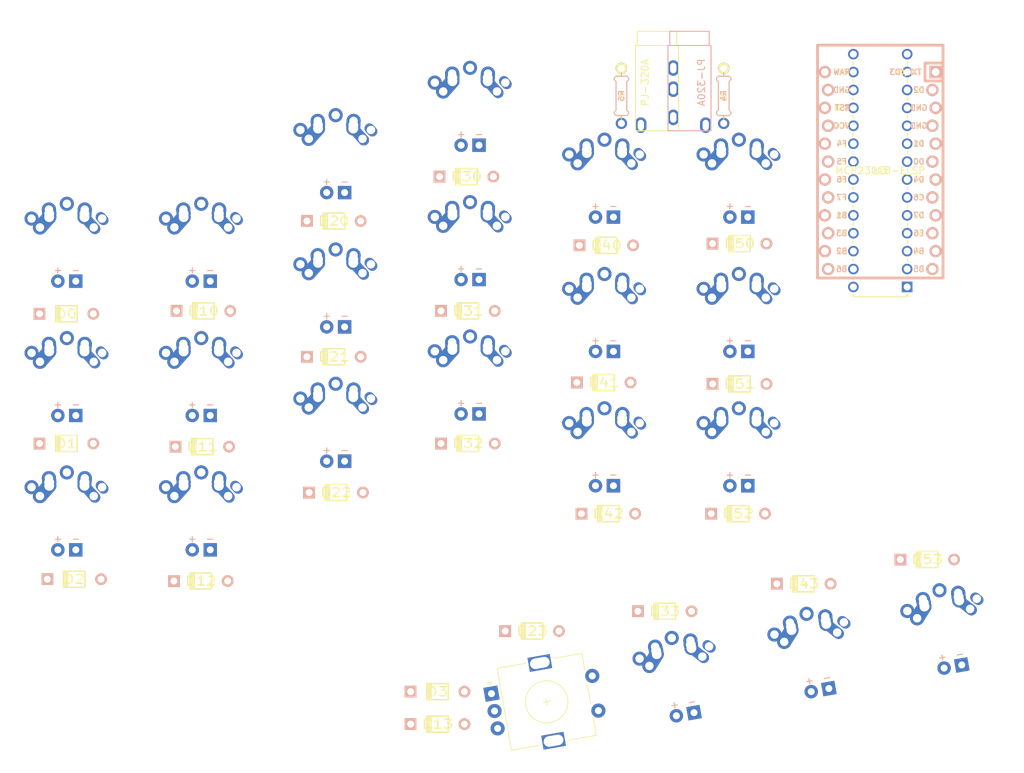
<source format=kicad_pcb>
(kicad_pcb (version 20171130) (host pcbnew 5.1.5+dfsg1-2build2)

  (general
    (thickness 1.6)
    (drawings 0)
    (tracks 0)
    (zones 0)
    (modules 51)
    (nets 65)
  )

  (page A4)
  (layers
    (0 F.Cu signal)
    (31 B.Cu signal)
    (32 B.Adhes user)
    (33 F.Adhes user)
    (34 B.Paste user)
    (35 F.Paste user)
    (36 B.SilkS user)
    (37 F.SilkS user)
    (38 B.Mask user)
    (39 F.Mask user)
    (40 Dwgs.User user)
    (41 Cmts.User user)
    (42 Eco1.User user)
    (43 Eco2.User user)
    (44 Edge.Cuts user)
    (45 Margin user)
    (46 B.CrtYd user)
    (47 F.CrtYd user)
    (48 B.Fab user)
    (49 F.Fab user)
  )

  (setup
    (last_trace_width 0.25)
    (trace_clearance 0.2)
    (zone_clearance 0.508)
    (zone_45_only no)
    (trace_min 0.2)
    (via_size 0.8)
    (via_drill 0.4)
    (via_min_size 0.4)
    (via_min_drill 0.3)
    (uvia_size 0.3)
    (uvia_drill 0.1)
    (uvias_allowed no)
    (uvia_min_size 0.2)
    (uvia_min_drill 0.1)
    (edge_width 0.05)
    (segment_width 0.2)
    (pcb_text_width 0.3)
    (pcb_text_size 1.5 1.5)
    (mod_edge_width 0.12)
    (mod_text_size 1 1)
    (mod_text_width 0.15)
    (pad_size 1.524 1.524)
    (pad_drill 0.762)
    (pad_to_mask_clearance 0.051)
    (solder_mask_min_width 0.25)
    (aux_axis_origin 0 0)
    (visible_elements FFFFF77F)
    (pcbplotparams
      (layerselection 0x010fc_ffffffff)
      (usegerberextensions false)
      (usegerberattributes false)
      (usegerberadvancedattributes false)
      (creategerberjobfile false)
      (excludeedgelayer true)
      (linewidth 0.100000)
      (plotframeref false)
      (viasonmask false)
      (mode 1)
      (useauxorigin false)
      (hpglpennumber 1)
      (hpglpenspeed 20)
      (hpglpendiameter 15.000000)
      (psnegative false)
      (psa4output false)
      (plotreference true)
      (plotvalue true)
      (plotinvisibletext false)
      (padsonsilk false)
      (subtractmaskfromsilk false)
      (outputformat 1)
      (mirror false)
      (drillshape 1)
      (scaleselection 1)
      (outputdirectory ""))
  )

  (net 0 "")
  (net 1 Row0)
  (net 2 "Net-(D0-Pad2)")
  (net 3 "Net-(D1-Pad2)")
  (net 4 Row1)
  (net 5 Row2)
  (net 6 "Net-(D2-Pad2)")
  (net 7 Col0)
  (net 8 "Net-(D3-Pad1)")
  (net 9 "Net-(D10-Pad2)")
  (net 10 "Net-(D11-Pad2)")
  (net 11 "Net-(D12-Pad2)")
  (net 12 "Net-(D13-Pad1)")
  (net 13 Col1)
  (net 14 "Net-(D20-Pad2)")
  (net 15 "Net-(D21-Pad2)")
  (net 16 "Net-(D22-Pad2)")
  (net 17 "Net-(D23-Pad2)")
  (net 18 Row3)
  (net 19 "Net-(D30-Pad2)")
  (net 20 "Net-(D31-Pad2)")
  (net 21 "Net-(D32-Pad2)")
  (net 22 "Net-(D33-Pad2)")
  (net 23 "Net-(D40-Pad2)")
  (net 24 "Net-(D41-Pad2)")
  (net 25 "Net-(D42-Pad2)")
  (net 26 "Net-(D43-Pad2)")
  (net 27 "Net-(D50-Pad2)")
  (net 28 "Net-(D51-Pad2)")
  (net 29 "Net-(D52-Pad2)")
  (net 30 "Net-(D53-Pad2)")
  (net 31 SDA)
  (net 32 VCC)
  (net 33 SCL)
  (net 34 Col2)
  (net 35 "Net-(U1-Pad1)")
  (net 36 "Net-(U1-Pad2)")
  (net 37 GND)
  (net 38 "Net-(U1-Pad8)")
  (net 39 "Net-(U1-Pad11)")
  (net 40 Col5)
  (net 41 Col4)
  (net 42 Col3)
  (net 43 "Net-(U1-Pad19)")
  (net 44 "Net-(U1-Pad20)")
  (net 45 "Net-(U1-Pad22)")
  (net 46 "Net-(U1-Pad12)")
  (net 47 "Net-(U1-Pad24)")
  (net 48 "Net-(U3-Pad2)")
  (net 49 "Net-(U3-Pad4)")
  (net 50 "Net-(U3-Pad7)")
  (net 51 "Net-(U3-Pad8)")
  (net 52 "Net-(U3-Pad9)")
  (net 53 "Net-(U3-Pad10)")
  (net 54 "Net-(U3-Pad12)")
  (net 55 "Net-(U3-Pad13)")
  (net 56 "Net-(U3-Pad14)")
  (net 57 "Net-(U3-Pad15)")
  (net 58 "Net-(U3-Pad16)")
  (net 59 "Net-(U3-Pad17)")
  (net 60 "Net-(U3-Pad18)")
  (net 61 "Net-(U3-Pad19)")
  (net 62 "Net-(U3-Pad20)")
  (net 63 "Net-(U3-Pad27)")
  (net 64 "Net-(U3-Pad28)")

  (net_class Default "This is the default net class."
    (clearance 0.2)
    (trace_width 0.25)
    (via_dia 0.8)
    (via_drill 0.4)
    (uvia_dia 0.3)
    (uvia_drill 0.1)
    (add_net Col0)
    (add_net Col1)
    (add_net Col2)
    (add_net Col3)
    (add_net Col4)
    (add_net Col5)
    (add_net GND)
    (add_net "Net-(D0-Pad2)")
    (add_net "Net-(D1-Pad2)")
    (add_net "Net-(D10-Pad2)")
    (add_net "Net-(D11-Pad2)")
    (add_net "Net-(D12-Pad2)")
    (add_net "Net-(D13-Pad1)")
    (add_net "Net-(D2-Pad2)")
    (add_net "Net-(D20-Pad2)")
    (add_net "Net-(D21-Pad2)")
    (add_net "Net-(D22-Pad2)")
    (add_net "Net-(D23-Pad2)")
    (add_net "Net-(D3-Pad1)")
    (add_net "Net-(D30-Pad2)")
    (add_net "Net-(D31-Pad2)")
    (add_net "Net-(D32-Pad2)")
    (add_net "Net-(D33-Pad2)")
    (add_net "Net-(D40-Pad2)")
    (add_net "Net-(D41-Pad2)")
    (add_net "Net-(D42-Pad2)")
    (add_net "Net-(D43-Pad2)")
    (add_net "Net-(D50-Pad2)")
    (add_net "Net-(D51-Pad2)")
    (add_net "Net-(D52-Pad2)")
    (add_net "Net-(D53-Pad2)")
    (add_net "Net-(U1-Pad1)")
    (add_net "Net-(U1-Pad11)")
    (add_net "Net-(U1-Pad12)")
    (add_net "Net-(U1-Pad19)")
    (add_net "Net-(U1-Pad2)")
    (add_net "Net-(U1-Pad20)")
    (add_net "Net-(U1-Pad22)")
    (add_net "Net-(U1-Pad24)")
    (add_net "Net-(U1-Pad8)")
    (add_net "Net-(U3-Pad10)")
    (add_net "Net-(U3-Pad12)")
    (add_net "Net-(U3-Pad13)")
    (add_net "Net-(U3-Pad14)")
    (add_net "Net-(U3-Pad15)")
    (add_net "Net-(U3-Pad16)")
    (add_net "Net-(U3-Pad17)")
    (add_net "Net-(U3-Pad18)")
    (add_net "Net-(U3-Pad19)")
    (add_net "Net-(U3-Pad2)")
    (add_net "Net-(U3-Pad20)")
    (add_net "Net-(U3-Pad27)")
    (add_net "Net-(U3-Pad28)")
    (add_net "Net-(U3-Pad4)")
    (add_net "Net-(U3-Pad7)")
    (add_net "Net-(U3-Pad8)")
    (add_net "Net-(U3-Pad9)")
    (add_net Row0)
    (add_net Row1)
    (add_net Row2)
    (add_net Row3)
    (add_net SCL)
    (add_net SDA)
    (add_net VCC)
  )

  (module Keebio-Parts:Diode (layer F.Cu) (tedit 549B02AC) (tstamp 5F29D845)
    (at 57.09 47.8 180)
    (path /5A1C368B)
    (fp_text reference D0 (at 0 0) (layer F.SilkS)
      (effects (font (size 1.27 1.524) (thickness 0.2032)))
    )
    (fp_text value D (at 0 0) (layer F.SilkS) hide
      (effects (font (size 1.27 1.524) (thickness 0.2032)))
    )
    (fp_line (start 0.9 1.1) (end 0.9 -1.1) (layer F.SilkS) (width 0.15))
    (fp_line (start 1.1 -1.1) (end 1.1 1.1) (layer F.SilkS) (width 0.15))
    (fp_line (start 1.3 -1) (end 1.3 -1.1) (layer F.SilkS) (width 0.15))
    (fp_line (start 1.3 -1.1) (end 1.3 -1) (layer F.SilkS) (width 0.15))
    (fp_line (start 1.3 1.1) (end 1.3 -1) (layer F.SilkS) (width 0.15))
    (fp_line (start -1.524 -1.143) (end 1.524 -1.143) (layer F.SilkS) (width 0.2032))
    (fp_line (start 1.524 -1.143) (end 1.524 1.143) (layer F.SilkS) (width 0.2032))
    (fp_line (start 1.524 1.143) (end -1.524 1.143) (layer F.SilkS) (width 0.2032))
    (fp_line (start -1.524 1.143) (end -1.524 -1.143) (layer F.SilkS) (width 0.2032))
    (pad 1 thru_hole circle (at -3.81 0 180) (size 1.651 1.651) (drill 0.9906) (layers *.Cu *.SilkS *.Mask)
      (net 1 Row0))
    (pad 2 thru_hole rect (at 3.81 0 180) (size 1.651 1.651) (drill 0.9906) (layers *.Cu *.SilkS *.Mask)
      (net 2 "Net-(D0-Pad2)"))
  )

  (module Keebio-Parts:Diode (layer F.Cu) (tedit 549B02AC) (tstamp 5F29D854)
    (at 57.09 66.2 180)
    (path /5A1C3A0F)
    (fp_text reference D1 (at 0 0) (layer F.SilkS)
      (effects (font (size 1.27 1.524) (thickness 0.2032)))
    )
    (fp_text value D (at 0 0) (layer F.SilkS) hide
      (effects (font (size 1.27 1.524) (thickness 0.2032)))
    )
    (fp_line (start -1.524 1.143) (end -1.524 -1.143) (layer F.SilkS) (width 0.2032))
    (fp_line (start 1.524 1.143) (end -1.524 1.143) (layer F.SilkS) (width 0.2032))
    (fp_line (start 1.524 -1.143) (end 1.524 1.143) (layer F.SilkS) (width 0.2032))
    (fp_line (start -1.524 -1.143) (end 1.524 -1.143) (layer F.SilkS) (width 0.2032))
    (fp_line (start 1.3 1.1) (end 1.3 -1) (layer F.SilkS) (width 0.15))
    (fp_line (start 1.3 -1.1) (end 1.3 -1) (layer F.SilkS) (width 0.15))
    (fp_line (start 1.3 -1) (end 1.3 -1.1) (layer F.SilkS) (width 0.15))
    (fp_line (start 1.1 -1.1) (end 1.1 1.1) (layer F.SilkS) (width 0.15))
    (fp_line (start 0.9 1.1) (end 0.9 -1.1) (layer F.SilkS) (width 0.15))
    (pad 2 thru_hole rect (at 3.81 0 180) (size 1.651 1.651) (drill 0.9906) (layers *.Cu *.SilkS *.Mask)
      (net 3 "Net-(D1-Pad2)"))
    (pad 1 thru_hole circle (at -3.81 0 180) (size 1.651 1.651) (drill 0.9906) (layers *.Cu *.SilkS *.Mask)
      (net 4 Row1))
  )

  (module Keebio-Parts:Diode (layer F.Cu) (tedit 549B02AC) (tstamp 5F29D863)
    (at 58.19 85.45 180)
    (path /5A1C7569)
    (fp_text reference D2 (at 0 0) (layer F.SilkS)
      (effects (font (size 1.27 1.524) (thickness 0.2032)))
    )
    (fp_text value D (at 0 0) (layer F.SilkS) hide
      (effects (font (size 1.27 1.524) (thickness 0.2032)))
    )
    (fp_line (start 0.9 1.1) (end 0.9 -1.1) (layer F.SilkS) (width 0.15))
    (fp_line (start 1.1 -1.1) (end 1.1 1.1) (layer F.SilkS) (width 0.15))
    (fp_line (start 1.3 -1) (end 1.3 -1.1) (layer F.SilkS) (width 0.15))
    (fp_line (start 1.3 -1.1) (end 1.3 -1) (layer F.SilkS) (width 0.15))
    (fp_line (start 1.3 1.1) (end 1.3 -1) (layer F.SilkS) (width 0.15))
    (fp_line (start -1.524 -1.143) (end 1.524 -1.143) (layer F.SilkS) (width 0.2032))
    (fp_line (start 1.524 -1.143) (end 1.524 1.143) (layer F.SilkS) (width 0.2032))
    (fp_line (start 1.524 1.143) (end -1.524 1.143) (layer F.SilkS) (width 0.2032))
    (fp_line (start -1.524 1.143) (end -1.524 -1.143) (layer F.SilkS) (width 0.2032))
    (pad 1 thru_hole circle (at -3.81 0 180) (size 1.651 1.651) (drill 0.9906) (layers *.Cu *.SilkS *.Mask)
      (net 5 Row2))
    (pad 2 thru_hole rect (at 3.81 0 180) (size 1.651 1.651) (drill 0.9906) (layers *.Cu *.SilkS *.Mask)
      (net 6 "Net-(D2-Pad2)"))
  )

  (module Keebio-Parts:Diode (layer F.Cu) (tedit 549B02AC) (tstamp 5F29D872)
    (at 109.69 101.4 180)
    (path /5A1C75B1)
    (fp_text reference D3 (at 0 0) (layer F.SilkS)
      (effects (font (size 1.27 1.524) (thickness 0.2032)))
    )
    (fp_text value D03 (at 0 0) (layer F.SilkS) hide
      (effects (font (size 1.27 1.524) (thickness 0.2032)))
    )
    (fp_line (start -1.524 1.143) (end -1.524 -1.143) (layer F.SilkS) (width 0.2032))
    (fp_line (start 1.524 1.143) (end -1.524 1.143) (layer F.SilkS) (width 0.2032))
    (fp_line (start 1.524 -1.143) (end 1.524 1.143) (layer F.SilkS) (width 0.2032))
    (fp_line (start -1.524 -1.143) (end 1.524 -1.143) (layer F.SilkS) (width 0.2032))
    (fp_line (start 1.3 1.1) (end 1.3 -1) (layer F.SilkS) (width 0.15))
    (fp_line (start 1.3 -1.1) (end 1.3 -1) (layer F.SilkS) (width 0.15))
    (fp_line (start 1.3 -1) (end 1.3 -1.1) (layer F.SilkS) (width 0.15))
    (fp_line (start 1.1 -1.1) (end 1.1 1.1) (layer F.SilkS) (width 0.15))
    (fp_line (start 0.9 1.1) (end 0.9 -1.1) (layer F.SilkS) (width 0.15))
    (pad 2 thru_hole rect (at 3.81 0 180) (size 1.651 1.651) (drill 0.9906) (layers *.Cu *.SilkS *.Mask)
      (net 7 Col0))
    (pad 1 thru_hole circle (at -3.81 0 180) (size 1.651 1.651) (drill 0.9906) (layers *.Cu *.SilkS *.Mask)
      (net 8 "Net-(D3-Pad1)"))
  )

  (module Keebio-Parts:Diode (layer F.Cu) (tedit 549B02AC) (tstamp 5F29D881)
    (at 76.5 47.4 180)
    (path /5F2E8D54)
    (fp_text reference D10 (at 0 0) (layer F.SilkS)
      (effects (font (size 1.27 1.524) (thickness 0.2032)))
    )
    (fp_text value D10 (at 0 0) (layer F.SilkS) hide
      (effects (font (size 1.27 1.524) (thickness 0.2032)))
    )
    (fp_line (start 0.9 1.1) (end 0.9 -1.1) (layer F.SilkS) (width 0.15))
    (fp_line (start 1.1 -1.1) (end 1.1 1.1) (layer F.SilkS) (width 0.15))
    (fp_line (start 1.3 -1) (end 1.3 -1.1) (layer F.SilkS) (width 0.15))
    (fp_line (start 1.3 -1.1) (end 1.3 -1) (layer F.SilkS) (width 0.15))
    (fp_line (start 1.3 1.1) (end 1.3 -1) (layer F.SilkS) (width 0.15))
    (fp_line (start -1.524 -1.143) (end 1.524 -1.143) (layer F.SilkS) (width 0.2032))
    (fp_line (start 1.524 -1.143) (end 1.524 1.143) (layer F.SilkS) (width 0.2032))
    (fp_line (start 1.524 1.143) (end -1.524 1.143) (layer F.SilkS) (width 0.2032))
    (fp_line (start -1.524 1.143) (end -1.524 -1.143) (layer F.SilkS) (width 0.2032))
    (pad 1 thru_hole circle (at -3.81 0 180) (size 1.651 1.651) (drill 0.9906) (layers *.Cu *.SilkS *.Mask)
      (net 1 Row0))
    (pad 2 thru_hole rect (at 3.81 0 180) (size 1.651 1.651) (drill 0.9906) (layers *.Cu *.SilkS *.Mask)
      (net 9 "Net-(D10-Pad2)"))
  )

  (module Keebio-Parts:Diode (layer F.Cu) (tedit 549B02AC) (tstamp 5F29D890)
    (at 76.34 66.65 180)
    (path /5F2E8D5A)
    (fp_text reference D11 (at 0 0) (layer F.SilkS)
      (effects (font (size 1.27 1.524) (thickness 0.2032)))
    )
    (fp_text value D11 (at 0 0) (layer F.SilkS) hide
      (effects (font (size 1.27 1.524) (thickness 0.2032)))
    )
    (fp_line (start -1.524 1.143) (end -1.524 -1.143) (layer F.SilkS) (width 0.2032))
    (fp_line (start 1.524 1.143) (end -1.524 1.143) (layer F.SilkS) (width 0.2032))
    (fp_line (start 1.524 -1.143) (end 1.524 1.143) (layer F.SilkS) (width 0.2032))
    (fp_line (start -1.524 -1.143) (end 1.524 -1.143) (layer F.SilkS) (width 0.2032))
    (fp_line (start 1.3 1.1) (end 1.3 -1) (layer F.SilkS) (width 0.15))
    (fp_line (start 1.3 -1.1) (end 1.3 -1) (layer F.SilkS) (width 0.15))
    (fp_line (start 1.3 -1) (end 1.3 -1.1) (layer F.SilkS) (width 0.15))
    (fp_line (start 1.1 -1.1) (end 1.1 1.1) (layer F.SilkS) (width 0.15))
    (fp_line (start 0.9 1.1) (end 0.9 -1.1) (layer F.SilkS) (width 0.15))
    (pad 2 thru_hole rect (at 3.81 0 180) (size 1.651 1.651) (drill 0.9906) (layers *.Cu *.SilkS *.Mask)
      (net 10 "Net-(D11-Pad2)"))
    (pad 1 thru_hole circle (at -3.81 0 180) (size 1.651 1.651) (drill 0.9906) (layers *.Cu *.SilkS *.Mask)
      (net 4 Row1))
  )

  (module Keebio-Parts:Diode (layer F.Cu) (tedit 549B02AC) (tstamp 5F29D89F)
    (at 76.14 85.7 180)
    (path /5F2E8D60)
    (fp_text reference D12 (at 0 0) (layer F.SilkS)
      (effects (font (size 1.27 1.524) (thickness 0.2032)))
    )
    (fp_text value D12 (at 0 0) (layer F.SilkS) hide
      (effects (font (size 1.27 1.524) (thickness 0.2032)))
    )
    (fp_line (start 0.9 1.1) (end 0.9 -1.1) (layer F.SilkS) (width 0.15))
    (fp_line (start 1.1 -1.1) (end 1.1 1.1) (layer F.SilkS) (width 0.15))
    (fp_line (start 1.3 -1) (end 1.3 -1.1) (layer F.SilkS) (width 0.15))
    (fp_line (start 1.3 -1.1) (end 1.3 -1) (layer F.SilkS) (width 0.15))
    (fp_line (start 1.3 1.1) (end 1.3 -1) (layer F.SilkS) (width 0.15))
    (fp_line (start -1.524 -1.143) (end 1.524 -1.143) (layer F.SilkS) (width 0.2032))
    (fp_line (start 1.524 -1.143) (end 1.524 1.143) (layer F.SilkS) (width 0.2032))
    (fp_line (start 1.524 1.143) (end -1.524 1.143) (layer F.SilkS) (width 0.2032))
    (fp_line (start -1.524 1.143) (end -1.524 -1.143) (layer F.SilkS) (width 0.2032))
    (pad 1 thru_hole circle (at -3.81 0 180) (size 1.651 1.651) (drill 0.9906) (layers *.Cu *.SilkS *.Mask)
      (net 5 Row2))
    (pad 2 thru_hole rect (at 3.81 0 180) (size 1.651 1.651) (drill 0.9906) (layers *.Cu *.SilkS *.Mask)
      (net 11 "Net-(D12-Pad2)"))
  )

  (module Keebio-Parts:Diode (layer F.Cu) (tedit 549B02AC) (tstamp 5F29D8AE)
    (at 109.69 106 180)
    (path /5F2E8D6C)
    (fp_text reference D13 (at 0 0) (layer F.SilkS)
      (effects (font (size 1.27 1.524) (thickness 0.2032)))
    )
    (fp_text value D13 (at 0 0) (layer F.SilkS) hide
      (effects (font (size 1.27 1.524) (thickness 0.2032)))
    )
    (fp_line (start 0.9 1.1) (end 0.9 -1.1) (layer F.SilkS) (width 0.15))
    (fp_line (start 1.1 -1.1) (end 1.1 1.1) (layer F.SilkS) (width 0.15))
    (fp_line (start 1.3 -1) (end 1.3 -1.1) (layer F.SilkS) (width 0.15))
    (fp_line (start 1.3 -1.1) (end 1.3 -1) (layer F.SilkS) (width 0.15))
    (fp_line (start 1.3 1.1) (end 1.3 -1) (layer F.SilkS) (width 0.15))
    (fp_line (start -1.524 -1.143) (end 1.524 -1.143) (layer F.SilkS) (width 0.2032))
    (fp_line (start 1.524 -1.143) (end 1.524 1.143) (layer F.SilkS) (width 0.2032))
    (fp_line (start 1.524 1.143) (end -1.524 1.143) (layer F.SilkS) (width 0.2032))
    (fp_line (start -1.524 1.143) (end -1.524 -1.143) (layer F.SilkS) (width 0.2032))
    (pad 1 thru_hole circle (at -3.81 0 180) (size 1.651 1.651) (drill 0.9906) (layers *.Cu *.SilkS *.Mask)
      (net 12 "Net-(D13-Pad1)"))
    (pad 2 thru_hole rect (at 3.81 0 180) (size 1.651 1.651) (drill 0.9906) (layers *.Cu *.SilkS *.Mask)
      (net 13 Col1))
  )

  (module Keebio-Parts:Diode (layer F.Cu) (tedit 549B02AC) (tstamp 5F29D8BD)
    (at 94.99 34.65 180)
    (path /5F2EC224)
    (fp_text reference D20 (at 0 0) (layer F.SilkS)
      (effects (font (size 1.27 1.524) (thickness 0.2032)))
    )
    (fp_text value D20 (at 0 0) (layer F.SilkS) hide
      (effects (font (size 1.27 1.524) (thickness 0.2032)))
    )
    (fp_line (start 0.9 1.1) (end 0.9 -1.1) (layer F.SilkS) (width 0.15))
    (fp_line (start 1.1 -1.1) (end 1.1 1.1) (layer F.SilkS) (width 0.15))
    (fp_line (start 1.3 -1) (end 1.3 -1.1) (layer F.SilkS) (width 0.15))
    (fp_line (start 1.3 -1.1) (end 1.3 -1) (layer F.SilkS) (width 0.15))
    (fp_line (start 1.3 1.1) (end 1.3 -1) (layer F.SilkS) (width 0.15))
    (fp_line (start -1.524 -1.143) (end 1.524 -1.143) (layer F.SilkS) (width 0.2032))
    (fp_line (start 1.524 -1.143) (end 1.524 1.143) (layer F.SilkS) (width 0.2032))
    (fp_line (start 1.524 1.143) (end -1.524 1.143) (layer F.SilkS) (width 0.2032))
    (fp_line (start -1.524 1.143) (end -1.524 -1.143) (layer F.SilkS) (width 0.2032))
    (pad 1 thru_hole circle (at -3.81 0 180) (size 1.651 1.651) (drill 0.9906) (layers *.Cu *.SilkS *.Mask)
      (net 1 Row0))
    (pad 2 thru_hole rect (at 3.81 0 180) (size 1.651 1.651) (drill 0.9906) (layers *.Cu *.SilkS *.Mask)
      (net 14 "Net-(D20-Pad2)"))
  )

  (module Keebio-Parts:Diode (layer F.Cu) (tedit 549B02AC) (tstamp 5F29D8CC)
    (at 94.99 53.9 180)
    (path /5F2EC22A)
    (fp_text reference D21 (at 0 0) (layer F.SilkS)
      (effects (font (size 1.27 1.524) (thickness 0.2032)))
    )
    (fp_text value D21 (at 0 0) (layer F.SilkS) hide
      (effects (font (size 1.27 1.524) (thickness 0.2032)))
    )
    (fp_line (start -1.524 1.143) (end -1.524 -1.143) (layer F.SilkS) (width 0.2032))
    (fp_line (start 1.524 1.143) (end -1.524 1.143) (layer F.SilkS) (width 0.2032))
    (fp_line (start 1.524 -1.143) (end 1.524 1.143) (layer F.SilkS) (width 0.2032))
    (fp_line (start -1.524 -1.143) (end 1.524 -1.143) (layer F.SilkS) (width 0.2032))
    (fp_line (start 1.3 1.1) (end 1.3 -1) (layer F.SilkS) (width 0.15))
    (fp_line (start 1.3 -1.1) (end 1.3 -1) (layer F.SilkS) (width 0.15))
    (fp_line (start 1.3 -1) (end 1.3 -1.1) (layer F.SilkS) (width 0.15))
    (fp_line (start 1.1 -1.1) (end 1.1 1.1) (layer F.SilkS) (width 0.15))
    (fp_line (start 0.9 1.1) (end 0.9 -1.1) (layer F.SilkS) (width 0.15))
    (pad 2 thru_hole rect (at 3.81 0 180) (size 1.651 1.651) (drill 0.9906) (layers *.Cu *.SilkS *.Mask)
      (net 15 "Net-(D21-Pad2)"))
    (pad 1 thru_hole circle (at -3.81 0 180) (size 1.651 1.651) (drill 0.9906) (layers *.Cu *.SilkS *.Mask)
      (net 4 Row1))
  )

  (module Keebio-Parts:Diode (layer F.Cu) (tedit 549B02AC) (tstamp 5F29D8DB)
    (at 95.3 73.15 180)
    (path /5F2EC230)
    (fp_text reference D22 (at 0 0) (layer F.SilkS)
      (effects (font (size 1.27 1.524) (thickness 0.2032)))
    )
    (fp_text value D22 (at 0 0) (layer F.SilkS) hide
      (effects (font (size 1.27 1.524) (thickness 0.2032)))
    )
    (fp_line (start 0.9 1.1) (end 0.9 -1.1) (layer F.SilkS) (width 0.15))
    (fp_line (start 1.1 -1.1) (end 1.1 1.1) (layer F.SilkS) (width 0.15))
    (fp_line (start 1.3 -1) (end 1.3 -1.1) (layer F.SilkS) (width 0.15))
    (fp_line (start 1.3 -1.1) (end 1.3 -1) (layer F.SilkS) (width 0.15))
    (fp_line (start 1.3 1.1) (end 1.3 -1) (layer F.SilkS) (width 0.15))
    (fp_line (start -1.524 -1.143) (end 1.524 -1.143) (layer F.SilkS) (width 0.2032))
    (fp_line (start 1.524 -1.143) (end 1.524 1.143) (layer F.SilkS) (width 0.2032))
    (fp_line (start 1.524 1.143) (end -1.524 1.143) (layer F.SilkS) (width 0.2032))
    (fp_line (start -1.524 1.143) (end -1.524 -1.143) (layer F.SilkS) (width 0.2032))
    (pad 1 thru_hole circle (at -3.81 0 180) (size 1.651 1.651) (drill 0.9906) (layers *.Cu *.SilkS *.Mask)
      (net 5 Row2))
    (pad 2 thru_hole rect (at 3.81 0 180) (size 1.651 1.651) (drill 0.9906) (layers *.Cu *.SilkS *.Mask)
      (net 16 "Net-(D22-Pad2)"))
  )

  (module Keebio-Parts:Diode (layer F.Cu) (tedit 549B02AC) (tstamp 5F29D8EA)
    (at 123.09 92.8 180)
    (path /5F2EC23C)
    (fp_text reference D23 (at 0 0) (layer F.SilkS)
      (effects (font (size 1.27 1.524) (thickness 0.2032)))
    )
    (fp_text value D23 (at 0 0) (layer F.SilkS) hide
      (effects (font (size 1.27 1.524) (thickness 0.2032)))
    )
    (fp_line (start -1.524 1.143) (end -1.524 -1.143) (layer F.SilkS) (width 0.2032))
    (fp_line (start 1.524 1.143) (end -1.524 1.143) (layer F.SilkS) (width 0.2032))
    (fp_line (start 1.524 -1.143) (end 1.524 1.143) (layer F.SilkS) (width 0.2032))
    (fp_line (start -1.524 -1.143) (end 1.524 -1.143) (layer F.SilkS) (width 0.2032))
    (fp_line (start 1.3 1.1) (end 1.3 -1) (layer F.SilkS) (width 0.15))
    (fp_line (start 1.3 -1.1) (end 1.3 -1) (layer F.SilkS) (width 0.15))
    (fp_line (start 1.3 -1) (end 1.3 -1.1) (layer F.SilkS) (width 0.15))
    (fp_line (start 1.1 -1.1) (end 1.1 1.1) (layer F.SilkS) (width 0.15))
    (fp_line (start 0.9 1.1) (end 0.9 -1.1) (layer F.SilkS) (width 0.15))
    (pad 2 thru_hole rect (at 3.81 0 180) (size 1.651 1.651) (drill 0.9906) (layers *.Cu *.SilkS *.Mask)
      (net 17 "Net-(D23-Pad2)"))
    (pad 1 thru_hole circle (at -3.81 0 180) (size 1.651 1.651) (drill 0.9906) (layers *.Cu *.SilkS *.Mask)
      (net 18 Row3))
  )

  (module Keebio-Parts:Diode (layer F.Cu) (tedit 549B02AC) (tstamp 5F29D8F9)
    (at 113.79 28.35 180)
    (path /5F2EFE03)
    (fp_text reference D30 (at 0 0) (layer F.SilkS)
      (effects (font (size 1.27 1.524) (thickness 0.2032)))
    )
    (fp_text value D30 (at 0 0) (layer F.SilkS) hide
      (effects (font (size 1.27 1.524) (thickness 0.2032)))
    )
    (fp_line (start -1.524 1.143) (end -1.524 -1.143) (layer F.SilkS) (width 0.2032))
    (fp_line (start 1.524 1.143) (end -1.524 1.143) (layer F.SilkS) (width 0.2032))
    (fp_line (start 1.524 -1.143) (end 1.524 1.143) (layer F.SilkS) (width 0.2032))
    (fp_line (start -1.524 -1.143) (end 1.524 -1.143) (layer F.SilkS) (width 0.2032))
    (fp_line (start 1.3 1.1) (end 1.3 -1) (layer F.SilkS) (width 0.15))
    (fp_line (start 1.3 -1.1) (end 1.3 -1) (layer F.SilkS) (width 0.15))
    (fp_line (start 1.3 -1) (end 1.3 -1.1) (layer F.SilkS) (width 0.15))
    (fp_line (start 1.1 -1.1) (end 1.1 1.1) (layer F.SilkS) (width 0.15))
    (fp_line (start 0.9 1.1) (end 0.9 -1.1) (layer F.SilkS) (width 0.15))
    (pad 2 thru_hole rect (at 3.81 0 180) (size 1.651 1.651) (drill 0.9906) (layers *.Cu *.SilkS *.Mask)
      (net 19 "Net-(D30-Pad2)"))
    (pad 1 thru_hole circle (at -3.81 0 180) (size 1.651 1.651) (drill 0.9906) (layers *.Cu *.SilkS *.Mask)
      (net 1 Row0))
  )

  (module Keebio-Parts:Diode (layer F.Cu) (tedit 549B02AC) (tstamp 5F29D908)
    (at 113.99 47.4 180)
    (path /5F2EFE09)
    (fp_text reference D31 (at 0 0) (layer F.SilkS)
      (effects (font (size 1.27 1.524) (thickness 0.2032)))
    )
    (fp_text value D31 (at 0 0) (layer F.SilkS) hide
      (effects (font (size 1.27 1.524) (thickness 0.2032)))
    )
    (fp_line (start -1.524 1.143) (end -1.524 -1.143) (layer F.SilkS) (width 0.2032))
    (fp_line (start 1.524 1.143) (end -1.524 1.143) (layer F.SilkS) (width 0.2032))
    (fp_line (start 1.524 -1.143) (end 1.524 1.143) (layer F.SilkS) (width 0.2032))
    (fp_line (start -1.524 -1.143) (end 1.524 -1.143) (layer F.SilkS) (width 0.2032))
    (fp_line (start 1.3 1.1) (end 1.3 -1) (layer F.SilkS) (width 0.15))
    (fp_line (start 1.3 -1.1) (end 1.3 -1) (layer F.SilkS) (width 0.15))
    (fp_line (start 1.3 -1) (end 1.3 -1.1) (layer F.SilkS) (width 0.15))
    (fp_line (start 1.1 -1.1) (end 1.1 1.1) (layer F.SilkS) (width 0.15))
    (fp_line (start 0.9 1.1) (end 0.9 -1.1) (layer F.SilkS) (width 0.15))
    (pad 2 thru_hole rect (at 3.81 0 180) (size 1.651 1.651) (drill 0.9906) (layers *.Cu *.SilkS *.Mask)
      (net 20 "Net-(D31-Pad2)"))
    (pad 1 thru_hole circle (at -3.81 0 180) (size 1.651 1.651) (drill 0.9906) (layers *.Cu *.SilkS *.Mask)
      (net 4 Row1))
  )

  (module Keebio-Parts:Diode (layer F.Cu) (tedit 549B02AC) (tstamp 5F29D917)
    (at 113.99 66.2 180)
    (path /5F2EFE0F)
    (fp_text reference D32 (at 0 0) (layer F.SilkS)
      (effects (font (size 1.27 1.524) (thickness 0.2032)))
    )
    (fp_text value D32 (at 0 0) (layer F.SilkS) hide
      (effects (font (size 1.27 1.524) (thickness 0.2032)))
    )
    (fp_line (start 0.9 1.1) (end 0.9 -1.1) (layer F.SilkS) (width 0.15))
    (fp_line (start 1.1 -1.1) (end 1.1 1.1) (layer F.SilkS) (width 0.15))
    (fp_line (start 1.3 -1) (end 1.3 -1.1) (layer F.SilkS) (width 0.15))
    (fp_line (start 1.3 -1.1) (end 1.3 -1) (layer F.SilkS) (width 0.15))
    (fp_line (start 1.3 1.1) (end 1.3 -1) (layer F.SilkS) (width 0.15))
    (fp_line (start -1.524 -1.143) (end 1.524 -1.143) (layer F.SilkS) (width 0.2032))
    (fp_line (start 1.524 -1.143) (end 1.524 1.143) (layer F.SilkS) (width 0.2032))
    (fp_line (start 1.524 1.143) (end -1.524 1.143) (layer F.SilkS) (width 0.2032))
    (fp_line (start -1.524 1.143) (end -1.524 -1.143) (layer F.SilkS) (width 0.2032))
    (pad 1 thru_hole circle (at -3.81 0 180) (size 1.651 1.651) (drill 0.9906) (layers *.Cu *.SilkS *.Mask)
      (net 5 Row2))
    (pad 2 thru_hole rect (at 3.81 0 180) (size 1.651 1.651) (drill 0.9906) (layers *.Cu *.SilkS *.Mask)
      (net 21 "Net-(D32-Pad2)"))
  )

  (module Keebio-Parts:Diode (layer F.Cu) (tedit 549B02AC) (tstamp 5F29D926)
    (at 141.89 90 180)
    (path /5F2EFE1B)
    (fp_text reference D33 (at 0 0) (layer F.SilkS)
      (effects (font (size 1.27 1.524) (thickness 0.2032)))
    )
    (fp_text value D33 (at 0 0) (layer F.SilkS) hide
      (effects (font (size 1.27 1.524) (thickness 0.2032)))
    )
    (fp_line (start -1.524 1.143) (end -1.524 -1.143) (layer F.SilkS) (width 0.2032))
    (fp_line (start 1.524 1.143) (end -1.524 1.143) (layer F.SilkS) (width 0.2032))
    (fp_line (start 1.524 -1.143) (end 1.524 1.143) (layer F.SilkS) (width 0.2032))
    (fp_line (start -1.524 -1.143) (end 1.524 -1.143) (layer F.SilkS) (width 0.2032))
    (fp_line (start 1.3 1.1) (end 1.3 -1) (layer F.SilkS) (width 0.15))
    (fp_line (start 1.3 -1.1) (end 1.3 -1) (layer F.SilkS) (width 0.15))
    (fp_line (start 1.3 -1) (end 1.3 -1.1) (layer F.SilkS) (width 0.15))
    (fp_line (start 1.1 -1.1) (end 1.1 1.1) (layer F.SilkS) (width 0.15))
    (fp_line (start 0.9 1.1) (end 0.9 -1.1) (layer F.SilkS) (width 0.15))
    (pad 2 thru_hole rect (at 3.81 0 180) (size 1.651 1.651) (drill 0.9906) (layers *.Cu *.SilkS *.Mask)
      (net 22 "Net-(D33-Pad2)"))
    (pad 1 thru_hole circle (at -3.81 0 180) (size 1.651 1.651) (drill 0.9906) (layers *.Cu *.SilkS *.Mask)
      (net 18 Row3))
  )

  (module Keebio-Parts:Diode (layer F.Cu) (tedit 549B02AC) (tstamp 5F29D935)
    (at 133.6 38.1 180)
    (path /5F2F39BE)
    (fp_text reference D40 (at 0 0) (layer F.SilkS)
      (effects (font (size 1.27 1.524) (thickness 0.2032)))
    )
    (fp_text value D40 (at 0 0) (layer F.SilkS) hide
      (effects (font (size 1.27 1.524) (thickness 0.2032)))
    )
    (fp_line (start -1.524 1.143) (end -1.524 -1.143) (layer F.SilkS) (width 0.2032))
    (fp_line (start 1.524 1.143) (end -1.524 1.143) (layer F.SilkS) (width 0.2032))
    (fp_line (start 1.524 -1.143) (end 1.524 1.143) (layer F.SilkS) (width 0.2032))
    (fp_line (start -1.524 -1.143) (end 1.524 -1.143) (layer F.SilkS) (width 0.2032))
    (fp_line (start 1.3 1.1) (end 1.3 -1) (layer F.SilkS) (width 0.15))
    (fp_line (start 1.3 -1.1) (end 1.3 -1) (layer F.SilkS) (width 0.15))
    (fp_line (start 1.3 -1) (end 1.3 -1.1) (layer F.SilkS) (width 0.15))
    (fp_line (start 1.1 -1.1) (end 1.1 1.1) (layer F.SilkS) (width 0.15))
    (fp_line (start 0.9 1.1) (end 0.9 -1.1) (layer F.SilkS) (width 0.15))
    (pad 2 thru_hole rect (at 3.81 0 180) (size 1.651 1.651) (drill 0.9906) (layers *.Cu *.SilkS *.Mask)
      (net 23 "Net-(D40-Pad2)"))
    (pad 1 thru_hole circle (at -3.81 0 180) (size 1.651 1.651) (drill 0.9906) (layers *.Cu *.SilkS *.Mask)
      (net 1 Row0))
  )

  (module Keebio-Parts:Diode (layer F.Cu) (tedit 549B02AC) (tstamp 5F29D944)
    (at 133.24 57.55 180)
    (path /5F2F39C4)
    (fp_text reference D41 (at 0 0) (layer F.SilkS)
      (effects (font (size 1.27 1.524) (thickness 0.2032)))
    )
    (fp_text value D41 (at 0 0) (layer F.SilkS) hide
      (effects (font (size 1.27 1.524) (thickness 0.2032)))
    )
    (fp_line (start -1.524 1.143) (end -1.524 -1.143) (layer F.SilkS) (width 0.2032))
    (fp_line (start 1.524 1.143) (end -1.524 1.143) (layer F.SilkS) (width 0.2032))
    (fp_line (start 1.524 -1.143) (end 1.524 1.143) (layer F.SilkS) (width 0.2032))
    (fp_line (start -1.524 -1.143) (end 1.524 -1.143) (layer F.SilkS) (width 0.2032))
    (fp_line (start 1.3 1.1) (end 1.3 -1) (layer F.SilkS) (width 0.15))
    (fp_line (start 1.3 -1.1) (end 1.3 -1) (layer F.SilkS) (width 0.15))
    (fp_line (start 1.3 -1) (end 1.3 -1.1) (layer F.SilkS) (width 0.15))
    (fp_line (start 1.1 -1.1) (end 1.1 1.1) (layer F.SilkS) (width 0.15))
    (fp_line (start 0.9 1.1) (end 0.9 -1.1) (layer F.SilkS) (width 0.15))
    (pad 2 thru_hole rect (at 3.81 0 180) (size 1.651 1.651) (drill 0.9906) (layers *.Cu *.SilkS *.Mask)
      (net 24 "Net-(D41-Pad2)"))
    (pad 1 thru_hole circle (at -3.81 0 180) (size 1.651 1.651) (drill 0.9906) (layers *.Cu *.SilkS *.Mask)
      (net 4 Row1))
  )

  (module Keebio-Parts:Diode (layer F.Cu) (tedit 549B02AC) (tstamp 5F29D953)
    (at 133.89 76.15 180)
    (path /5F2F39CA)
    (fp_text reference D42 (at 0 0) (layer F.SilkS)
      (effects (font (size 1.27 1.524) (thickness 0.2032)))
    )
    (fp_text value D42 (at 0 0) (layer F.SilkS) hide
      (effects (font (size 1.27 1.524) (thickness 0.2032)))
    )
    (fp_line (start -1.524 1.143) (end -1.524 -1.143) (layer F.SilkS) (width 0.2032))
    (fp_line (start 1.524 1.143) (end -1.524 1.143) (layer F.SilkS) (width 0.2032))
    (fp_line (start 1.524 -1.143) (end 1.524 1.143) (layer F.SilkS) (width 0.2032))
    (fp_line (start -1.524 -1.143) (end 1.524 -1.143) (layer F.SilkS) (width 0.2032))
    (fp_line (start 1.3 1.1) (end 1.3 -1) (layer F.SilkS) (width 0.15))
    (fp_line (start 1.3 -1.1) (end 1.3 -1) (layer F.SilkS) (width 0.15))
    (fp_line (start 1.3 -1) (end 1.3 -1.1) (layer F.SilkS) (width 0.15))
    (fp_line (start 1.1 -1.1) (end 1.1 1.1) (layer F.SilkS) (width 0.15))
    (fp_line (start 0.9 1.1) (end 0.9 -1.1) (layer F.SilkS) (width 0.15))
    (pad 2 thru_hole rect (at 3.81 0 180) (size 1.651 1.651) (drill 0.9906) (layers *.Cu *.SilkS *.Mask)
      (net 25 "Net-(D42-Pad2)"))
    (pad 1 thru_hole circle (at -3.81 0 180) (size 1.651 1.651) (drill 0.9906) (layers *.Cu *.SilkS *.Mask)
      (net 5 Row2))
  )

  (module Keebio-Parts:Diode (layer F.Cu) (tedit 549B02AC) (tstamp 5F29D962)
    (at 161.59 86.1 180)
    (path /5F2F39D6)
    (fp_text reference D43 (at 0 0) (layer F.SilkS)
      (effects (font (size 1.27 1.524) (thickness 0.2032)))
    )
    (fp_text value D43 (at 0 0) (layer F.SilkS) hide
      (effects (font (size 1.27 1.524) (thickness 0.2032)))
    )
    (fp_line (start -1.524 1.143) (end -1.524 -1.143) (layer F.SilkS) (width 0.2032))
    (fp_line (start 1.524 1.143) (end -1.524 1.143) (layer F.SilkS) (width 0.2032))
    (fp_line (start 1.524 -1.143) (end 1.524 1.143) (layer F.SilkS) (width 0.2032))
    (fp_line (start -1.524 -1.143) (end 1.524 -1.143) (layer F.SilkS) (width 0.2032))
    (fp_line (start 1.3 1.1) (end 1.3 -1) (layer F.SilkS) (width 0.15))
    (fp_line (start 1.3 -1.1) (end 1.3 -1) (layer F.SilkS) (width 0.15))
    (fp_line (start 1.3 -1) (end 1.3 -1.1) (layer F.SilkS) (width 0.15))
    (fp_line (start 1.1 -1.1) (end 1.1 1.1) (layer F.SilkS) (width 0.15))
    (fp_line (start 0.9 1.1) (end 0.9 -1.1) (layer F.SilkS) (width 0.15))
    (pad 2 thru_hole rect (at 3.81 0 180) (size 1.651 1.651) (drill 0.9906) (layers *.Cu *.SilkS *.Mask)
      (net 26 "Net-(D43-Pad2)"))
    (pad 1 thru_hole circle (at -3.81 0 180) (size 1.651 1.651) (drill 0.9906) (layers *.Cu *.SilkS *.Mask)
      (net 18 Row3))
  )

  (module Keebio-Parts:Diode (layer F.Cu) (tedit 549B02AC) (tstamp 5F29D971)
    (at 152.49 37.85 180)
    (path /5F2F9418)
    (fp_text reference D50 (at 0 0) (layer F.SilkS)
      (effects (font (size 1.27 1.524) (thickness 0.2032)))
    )
    (fp_text value D50 (at 0 0) (layer F.SilkS) hide
      (effects (font (size 1.27 1.524) (thickness 0.2032)))
    )
    (fp_line (start 0.9 1.1) (end 0.9 -1.1) (layer F.SilkS) (width 0.15))
    (fp_line (start 1.1 -1.1) (end 1.1 1.1) (layer F.SilkS) (width 0.15))
    (fp_line (start 1.3 -1) (end 1.3 -1.1) (layer F.SilkS) (width 0.15))
    (fp_line (start 1.3 -1.1) (end 1.3 -1) (layer F.SilkS) (width 0.15))
    (fp_line (start 1.3 1.1) (end 1.3 -1) (layer F.SilkS) (width 0.15))
    (fp_line (start -1.524 -1.143) (end 1.524 -1.143) (layer F.SilkS) (width 0.2032))
    (fp_line (start 1.524 -1.143) (end 1.524 1.143) (layer F.SilkS) (width 0.2032))
    (fp_line (start 1.524 1.143) (end -1.524 1.143) (layer F.SilkS) (width 0.2032))
    (fp_line (start -1.524 1.143) (end -1.524 -1.143) (layer F.SilkS) (width 0.2032))
    (pad 1 thru_hole circle (at -3.81 0 180) (size 1.651 1.651) (drill 0.9906) (layers *.Cu *.SilkS *.Mask)
      (net 1 Row0))
    (pad 2 thru_hole rect (at 3.81 0 180) (size 1.651 1.651) (drill 0.9906) (layers *.Cu *.SilkS *.Mask)
      (net 27 "Net-(D50-Pad2)"))
  )

  (module Keebio-Parts:Diode (layer F.Cu) (tedit 549B02AC) (tstamp 5F29D980)
    (at 152.49 57.75 180)
    (path /5F2F941E)
    (fp_text reference D51 (at 0 0) (layer F.SilkS)
      (effects (font (size 1.27 1.524) (thickness 0.2032)))
    )
    (fp_text value D51 (at 0 0) (layer F.SilkS) hide
      (effects (font (size 1.27 1.524) (thickness 0.2032)))
    )
    (fp_line (start 0.9 1.1) (end 0.9 -1.1) (layer F.SilkS) (width 0.15))
    (fp_line (start 1.1 -1.1) (end 1.1 1.1) (layer F.SilkS) (width 0.15))
    (fp_line (start 1.3 -1) (end 1.3 -1.1) (layer F.SilkS) (width 0.15))
    (fp_line (start 1.3 -1.1) (end 1.3 -1) (layer F.SilkS) (width 0.15))
    (fp_line (start 1.3 1.1) (end 1.3 -1) (layer F.SilkS) (width 0.15))
    (fp_line (start -1.524 -1.143) (end 1.524 -1.143) (layer F.SilkS) (width 0.2032))
    (fp_line (start 1.524 -1.143) (end 1.524 1.143) (layer F.SilkS) (width 0.2032))
    (fp_line (start 1.524 1.143) (end -1.524 1.143) (layer F.SilkS) (width 0.2032))
    (fp_line (start -1.524 1.143) (end -1.524 -1.143) (layer F.SilkS) (width 0.2032))
    (pad 1 thru_hole circle (at -3.81 0 180) (size 1.651 1.651) (drill 0.9906) (layers *.Cu *.SilkS *.Mask)
      (net 4 Row1))
    (pad 2 thru_hole rect (at 3.81 0 180) (size 1.651 1.651) (drill 0.9906) (layers *.Cu *.SilkS *.Mask)
      (net 28 "Net-(D51-Pad2)"))
  )

  (module Keebio-Parts:Diode (layer F.Cu) (tedit 549B02AC) (tstamp 5F29D98F)
    (at 152.29 76.15 180)
    (path /5F2F9424)
    (fp_text reference D52 (at 0 0) (layer F.SilkS)
      (effects (font (size 1.27 1.524) (thickness 0.2032)))
    )
    (fp_text value D52 (at 0 0) (layer F.SilkS) hide
      (effects (font (size 1.27 1.524) (thickness 0.2032)))
    )
    (fp_line (start 0.9 1.1) (end 0.9 -1.1) (layer F.SilkS) (width 0.15))
    (fp_line (start 1.1 -1.1) (end 1.1 1.1) (layer F.SilkS) (width 0.15))
    (fp_line (start 1.3 -1) (end 1.3 -1.1) (layer F.SilkS) (width 0.15))
    (fp_line (start 1.3 -1.1) (end 1.3 -1) (layer F.SilkS) (width 0.15))
    (fp_line (start 1.3 1.1) (end 1.3 -1) (layer F.SilkS) (width 0.15))
    (fp_line (start -1.524 -1.143) (end 1.524 -1.143) (layer F.SilkS) (width 0.2032))
    (fp_line (start 1.524 -1.143) (end 1.524 1.143) (layer F.SilkS) (width 0.2032))
    (fp_line (start 1.524 1.143) (end -1.524 1.143) (layer F.SilkS) (width 0.2032))
    (fp_line (start -1.524 1.143) (end -1.524 -1.143) (layer F.SilkS) (width 0.2032))
    (pad 1 thru_hole circle (at -3.81 0 180) (size 1.651 1.651) (drill 0.9906) (layers *.Cu *.SilkS *.Mask)
      (net 5 Row2))
    (pad 2 thru_hole rect (at 3.81 0 180) (size 1.651 1.651) (drill 0.9906) (layers *.Cu *.SilkS *.Mask)
      (net 29 "Net-(D52-Pad2)"))
  )

  (module Keebio-Parts:Diode (layer F.Cu) (tedit 549B02AC) (tstamp 5F29D99E)
    (at 179.09 82.65 180)
    (path /5F2F9430)
    (fp_text reference D53 (at 0 0) (layer F.SilkS)
      (effects (font (size 1.27 1.524) (thickness 0.2032)))
    )
    (fp_text value D53 (at 0 0) (layer F.SilkS) hide
      (effects (font (size 1.27 1.524) (thickness 0.2032)))
    )
    (fp_line (start 0.9 1.1) (end 0.9 -1.1) (layer F.SilkS) (width 0.15))
    (fp_line (start 1.1 -1.1) (end 1.1 1.1) (layer F.SilkS) (width 0.15))
    (fp_line (start 1.3 -1) (end 1.3 -1.1) (layer F.SilkS) (width 0.15))
    (fp_line (start 1.3 -1.1) (end 1.3 -1) (layer F.SilkS) (width 0.15))
    (fp_line (start 1.3 1.1) (end 1.3 -1) (layer F.SilkS) (width 0.15))
    (fp_line (start -1.524 -1.143) (end 1.524 -1.143) (layer F.SilkS) (width 0.2032))
    (fp_line (start 1.524 -1.143) (end 1.524 1.143) (layer F.SilkS) (width 0.2032))
    (fp_line (start 1.524 1.143) (end -1.524 1.143) (layer F.SilkS) (width 0.2032))
    (fp_line (start -1.524 1.143) (end -1.524 -1.143) (layer F.SilkS) (width 0.2032))
    (pad 1 thru_hole circle (at -3.81 0 180) (size 1.651 1.651) (drill 0.9906) (layers *.Cu *.SilkS *.Mask)
      (net 18 Row3))
    (pad 2 thru_hole rect (at 3.81 0 180) (size 1.651 1.651) (drill 0.9906) (layers *.Cu *.SilkS *.Mask)
      (net 30 "Net-(D53-Pad2)"))
  )

  (module Keebio-Parts:Resistor-Compact (layer F.Cu) (tedit 597B3C60) (tstamp 5F29D9C9)
    (at 150.25 16.9 270)
    (path /5E223F36)
    (attr smd)
    (fp_text reference R4 (at 0 0 90) (layer B.SilkS)
      (effects (font (size 0.8 0.8) (thickness 0.15)) (justify mirror))
    )
    (fp_text value 5k (at 0 0 90) (layer F.SilkS)
      (effects (font (size 0.8 0.8) (thickness 0.15)))
    )
    (fp_line (start 2.794 0) (end 3.302 0) (layer B.SilkS) (width 0.15))
    (fp_line (start -2.794 0.762) (end -2.794 0) (layer B.SilkS) (width 0.15))
    (fp_line (start -2.54 1.016) (end -2.794 0.762) (layer B.SilkS) (width 0.15))
    (fp_line (start -2.286 1.016) (end -2.54 1.016) (layer B.SilkS) (width 0.15))
    (fp_line (start -2.032 0.762) (end -2.286 1.016) (layer B.SilkS) (width 0.15))
    (fp_line (start 2.032 0.762) (end -2.032 0.762) (layer B.SilkS) (width 0.15))
    (fp_line (start 2.286 1.016) (end 2.032 0.762) (layer B.SilkS) (width 0.15))
    (fp_line (start 2.54 1.016) (end 2.286 1.016) (layer B.SilkS) (width 0.15))
    (fp_line (start 2.794 0.762) (end 2.54 1.016) (layer B.SilkS) (width 0.15))
    (fp_line (start 2.794 -0.762) (end 2.794 0.762) (layer B.SilkS) (width 0.15))
    (fp_line (start 2.54 -1.016) (end 2.794 -0.762) (layer B.SilkS) (width 0.15))
    (fp_line (start 2.286 -1.016) (end 2.54 -1.016) (layer B.SilkS) (width 0.15))
    (fp_line (start 2.032 -0.762) (end 2.286 -1.016) (layer B.SilkS) (width 0.15))
    (fp_line (start -2.032 -0.762) (end 2.032 -0.762) (layer B.SilkS) (width 0.15))
    (fp_line (start -2.286 -1.016) (end -2.032 -0.762) (layer B.SilkS) (width 0.15))
    (fp_line (start -2.54 -1.016) (end -2.286 -1.016) (layer B.SilkS) (width 0.15))
    (fp_line (start -2.794 -0.762) (end -2.54 -1.016) (layer B.SilkS) (width 0.15))
    (fp_line (start -2.794 0) (end -2.794 -0.762) (layer B.SilkS) (width 0.15))
    (fp_line (start -3.302 0) (end -2.794 0) (layer B.SilkS) (width 0.15))
    (fp_line (start 2.794 0) (end 3.302 0) (layer F.SilkS) (width 0.15))
    (fp_line (start -3.302 0) (end -2.794 0) (layer F.SilkS) (width 0.15))
    (fp_line (start -2.794 0.762) (end -2.794 -0.762) (layer F.SilkS) (width 0.15))
    (fp_line (start -2.54 1.016) (end -2.794 0.762) (layer F.SilkS) (width 0.15))
    (fp_line (start -2.286 1.016) (end -2.54 1.016) (layer F.SilkS) (width 0.15))
    (fp_line (start -2.032 0.762) (end -2.286 1.016) (layer F.SilkS) (width 0.15))
    (fp_line (start 2.032 0.762) (end -2.032 0.762) (layer F.SilkS) (width 0.15))
    (fp_line (start 2.286 1.016) (end 2.032 0.762) (layer F.SilkS) (width 0.15))
    (fp_line (start 2.54 1.016) (end 2.286 1.016) (layer F.SilkS) (width 0.15))
    (fp_line (start 2.794 0.762) (end 2.54 1.016) (layer F.SilkS) (width 0.15))
    (fp_line (start 2.794 -0.762) (end 2.794 0.762) (layer F.SilkS) (width 0.15))
    (fp_line (start 2.54 -1.016) (end 2.794 -0.762) (layer F.SilkS) (width 0.15))
    (fp_line (start 2.286 -1.016) (end 2.54 -1.016) (layer F.SilkS) (width 0.15))
    (fp_line (start 2.032 -0.762) (end 2.286 -1.016) (layer F.SilkS) (width 0.15))
    (fp_line (start -2.032 -0.762) (end 2.032 -0.762) (layer F.SilkS) (width 0.15))
    (fp_line (start -2.286 -1.016) (end -2.032 -0.762) (layer F.SilkS) (width 0.15))
    (fp_line (start -2.54 -1.016) (end -2.286 -1.016) (layer F.SilkS) (width 0.15))
    (fp_line (start -2.794 -0.762) (end -2.54 -1.016) (layer F.SilkS) (width 0.15))
    (pad 2 thru_hole circle (at -3.9 0 270) (size 1.6 1.6) (drill 1) (layers *.Cu *.Mask F.SilkS)
      (net 31 SDA))
    (pad 1 thru_hole circle (at 3.9 0 270) (size 1.6 1.6) (drill 1) (layers *.Cu *.Mask)
      (net 32 VCC))
  )

  (module Keebio-Parts:Resistor-Compact (layer F.Cu) (tedit 597B3C60) (tstamp 5F2A965F)
    (at 135.75 16.9 270)
    (path /5E224092)
    (attr smd)
    (fp_text reference R5 (at 0 0 90) (layer B.SilkS)
      (effects (font (size 0.8 0.8) (thickness 0.15)) (justify mirror))
    )
    (fp_text value 5k (at 0 0 90) (layer F.SilkS)
      (effects (font (size 0.8 0.8) (thickness 0.15)))
    )
    (fp_line (start -2.794 -0.762) (end -2.54 -1.016) (layer F.SilkS) (width 0.15))
    (fp_line (start -2.54 -1.016) (end -2.286 -1.016) (layer F.SilkS) (width 0.15))
    (fp_line (start -2.286 -1.016) (end -2.032 -0.762) (layer F.SilkS) (width 0.15))
    (fp_line (start -2.032 -0.762) (end 2.032 -0.762) (layer F.SilkS) (width 0.15))
    (fp_line (start 2.032 -0.762) (end 2.286 -1.016) (layer F.SilkS) (width 0.15))
    (fp_line (start 2.286 -1.016) (end 2.54 -1.016) (layer F.SilkS) (width 0.15))
    (fp_line (start 2.54 -1.016) (end 2.794 -0.762) (layer F.SilkS) (width 0.15))
    (fp_line (start 2.794 -0.762) (end 2.794 0.762) (layer F.SilkS) (width 0.15))
    (fp_line (start 2.794 0.762) (end 2.54 1.016) (layer F.SilkS) (width 0.15))
    (fp_line (start 2.54 1.016) (end 2.286 1.016) (layer F.SilkS) (width 0.15))
    (fp_line (start 2.286 1.016) (end 2.032 0.762) (layer F.SilkS) (width 0.15))
    (fp_line (start 2.032 0.762) (end -2.032 0.762) (layer F.SilkS) (width 0.15))
    (fp_line (start -2.032 0.762) (end -2.286 1.016) (layer F.SilkS) (width 0.15))
    (fp_line (start -2.286 1.016) (end -2.54 1.016) (layer F.SilkS) (width 0.15))
    (fp_line (start -2.54 1.016) (end -2.794 0.762) (layer F.SilkS) (width 0.15))
    (fp_line (start -2.794 0.762) (end -2.794 -0.762) (layer F.SilkS) (width 0.15))
    (fp_line (start -3.302 0) (end -2.794 0) (layer F.SilkS) (width 0.15))
    (fp_line (start 2.794 0) (end 3.302 0) (layer F.SilkS) (width 0.15))
    (fp_line (start -3.302 0) (end -2.794 0) (layer B.SilkS) (width 0.15))
    (fp_line (start -2.794 0) (end -2.794 -0.762) (layer B.SilkS) (width 0.15))
    (fp_line (start -2.794 -0.762) (end -2.54 -1.016) (layer B.SilkS) (width 0.15))
    (fp_line (start -2.54 -1.016) (end -2.286 -1.016) (layer B.SilkS) (width 0.15))
    (fp_line (start -2.286 -1.016) (end -2.032 -0.762) (layer B.SilkS) (width 0.15))
    (fp_line (start -2.032 -0.762) (end 2.032 -0.762) (layer B.SilkS) (width 0.15))
    (fp_line (start 2.032 -0.762) (end 2.286 -1.016) (layer B.SilkS) (width 0.15))
    (fp_line (start 2.286 -1.016) (end 2.54 -1.016) (layer B.SilkS) (width 0.15))
    (fp_line (start 2.54 -1.016) (end 2.794 -0.762) (layer B.SilkS) (width 0.15))
    (fp_line (start 2.794 -0.762) (end 2.794 0.762) (layer B.SilkS) (width 0.15))
    (fp_line (start 2.794 0.762) (end 2.54 1.016) (layer B.SilkS) (width 0.15))
    (fp_line (start 2.54 1.016) (end 2.286 1.016) (layer B.SilkS) (width 0.15))
    (fp_line (start 2.286 1.016) (end 2.032 0.762) (layer B.SilkS) (width 0.15))
    (fp_line (start 2.032 0.762) (end -2.032 0.762) (layer B.SilkS) (width 0.15))
    (fp_line (start -2.032 0.762) (end -2.286 1.016) (layer B.SilkS) (width 0.15))
    (fp_line (start -2.286 1.016) (end -2.54 1.016) (layer B.SilkS) (width 0.15))
    (fp_line (start -2.54 1.016) (end -2.794 0.762) (layer B.SilkS) (width 0.15))
    (fp_line (start -2.794 0.762) (end -2.794 0) (layer B.SilkS) (width 0.15))
    (fp_line (start 2.794 0) (end 3.302 0) (layer B.SilkS) (width 0.15))
    (pad 1 thru_hole circle (at 3.9 0 270) (size 1.6 1.6) (drill 1) (layers *.Cu *.Mask)
      (net 32 VCC))
    (pad 2 thru_hole circle (at -3.9 0 270) (size 1.6 1.6) (drill 1) (layers *.Cu *.Mask F.SilkS)
      (net 33 SCL))
  )

  (module Keebio-Parts:RotaryEncoder_EC11 (layer F.Cu) (tedit 5D936EDB) (tstamp 5F29DA1A)
    (at 125.16 102.84 10)
    (descr "Alps rotary encoder, EC12E... with switch, vertical shaft, http://www.alps.com/prod/info/E/HTML/Encoder/Incremental/EC11/EC11E15204A3.html")
    (tags "rotary encoder")
    (path /5F570917)
    (fp_text reference SW1 (at -4.7 -7.2 10) (layer F.Fab)
      (effects (font (size 1 1) (thickness 0.15)))
    )
    (fp_text value Rotary_Encoder_Switch (at 0 7.9 10) (layer F.Fab)
      (effects (font (size 1 1) (thickness 0.15)))
    )
    (fp_circle (center 0 0) (end 3 0) (layer F.Fab) (width 0.12))
    (fp_circle (center 0 0) (end 3 0) (layer F.SilkS) (width 0.12))
    (fp_line (start 8.5 7.1) (end -9 7.1) (layer F.CrtYd) (width 0.05))
    (fp_line (start 8.5 7.1) (end 8.5 -7.1) (layer F.CrtYd) (width 0.05))
    (fp_line (start -9 -7.1) (end -9 7.1) (layer F.CrtYd) (width 0.05))
    (fp_line (start -9 -7.1) (end 8.5 -7.1) (layer F.CrtYd) (width 0.05))
    (fp_line (start -5 -5.8) (end 6 -5.8) (layer F.Fab) (width 0.12))
    (fp_line (start 6 -5.8) (end 6 5.8) (layer F.Fab) (width 0.12))
    (fp_line (start 6 5.8) (end -6 5.8) (layer F.Fab) (width 0.12))
    (fp_line (start -6 5.8) (end -6 -4.7) (layer F.Fab) (width 0.12))
    (fp_line (start -6 -4.7) (end -5 -5.8) (layer F.Fab) (width 0.12))
    (fp_line (start 2 -5.9) (end 6.1 -5.9) (layer F.SilkS) (width 0.12))
    (fp_line (start 6.1 5.9) (end 2 5.9) (layer F.SilkS) (width 0.12))
    (fp_line (start -2 5.9) (end -6.1 5.9) (layer F.SilkS) (width 0.12))
    (fp_line (start -2 -5.9) (end -6.1 -5.9) (layer F.SilkS) (width 0.12))
    (fp_line (start -6.1 -5.9) (end -6.1 5.9) (layer F.SilkS) (width 0.12))
    (fp_line (start -7.5 -3.8) (end -7.8 -4.1) (layer F.SilkS) (width 0.12))
    (fp_line (start -7.8 -4.1) (end -7.2 -4.1) (layer F.SilkS) (width 0.12))
    (fp_line (start -7.2 -4.1) (end -7.5 -3.8) (layer F.SilkS) (width 0.12))
    (fp_line (start 0 -3) (end 0 3) (layer F.Fab) (width 0.12))
    (fp_line (start -3 0) (end 3 0) (layer F.Fab) (width 0.12))
    (fp_line (start 6.1 -5.9) (end 6.1 -3.5) (layer F.SilkS) (width 0.12))
    (fp_line (start 6.1 -1.3) (end 6.1 1.3) (layer F.SilkS) (width 0.12))
    (fp_line (start 6.1 3.5) (end 6.1 5.9) (layer F.SilkS) (width 0.12))
    (fp_line (start 0 -0.5) (end 0 0.5) (layer F.SilkS) (width 0.12))
    (fp_line (start -0.5 0) (end 0.5 0) (layer F.SilkS) (width 0.12))
    (fp_text user %R (at 3.6 3.8 10) (layer F.Fab)
      (effects (font (size 1 1) (thickness 0.15)))
    )
    (pad S1 thru_hole circle (at 7 2.5 10) (size 2 2) (drill 1) (layers *.Cu *.Mask)
      (net 34 Col2))
    (pad S2 thru_hole circle (at 7 -2.5 10) (size 2 2) (drill 1) (layers *.Cu *.Mask)
      (net 17 "Net-(D23-Pad2)"))
    (pad "" np_thru_hole rect (at 0 5.6 10) (size 3.2 2) (drill oval 2.8 1.5) (layers *.Cu *.Mask))
    (pad "" np_thru_hole rect (at 0 -5.6 10) (size 3.2 2) (drill oval 2.8 1.5) (layers *.Cu *.Mask))
    (pad B thru_hole circle (at -7.5 2.5 10) (size 2 2) (drill 1) (layers *.Cu *.Mask)
      (net 12 "Net-(D13-Pad1)"))
    (pad C thru_hole circle (at -7.5 0 10) (size 2 2) (drill 1) (layers *.Cu *.Mask)
      (net 18 Row3))
    (pad A thru_hole rect (at -7.5 -2.5 10) (size 2 2) (drill 1) (layers *.Cu *.Mask)
      (net 8 "Net-(D3-Pad1)"))
    (model ${KISYS3DMOD}/Rotary_Encoder.3dshapes/RotaryEncoder_Alps_EC11E-Switch_Vertical_H20mm.wrl
      (at (xyz 0 0 0))
      (scale (xyz 1 1 1))
      (rotate (xyz 0 0 0))
    )
  )

  (module Keebio-Parts:ArduinoProMicro-ZigZag (layer B.Cu) (tedit 5BDF4FCE) (tstamp 5F29DA84)
    (at 172.44 27.49 270)
    (path /5E18243D)
    (fp_text reference U1 (at 0 -1.625 270) (layer B.SilkS) hide
      (effects (font (size 1 1) (thickness 0.2)) (justify mirror))
    )
    (fp_text value ProMicro (at 0 0 270) (layer B.SilkS) hide
      (effects (font (size 1 1) (thickness 0.2)) (justify mirror))
    )
    (fp_line (start -12.7 -6.35) (end -12.7 -8.89) (layer F.SilkS) (width 0.381))
    (fp_line (start -15.24 -6.35) (end -12.7 -6.35) (layer F.SilkS) (width 0.381))
    (fp_text user D2 (at -11.43 -5.461) (layer F.SilkS)
      (effects (font (size 0.8 0.8) (thickness 0.15)))
    )
    (fp_text user D0 (at -1.27 -5.461) (layer F.SilkS)
      (effects (font (size 0.8 0.8) (thickness 0.15)))
    )
    (fp_text user D1 (at -3.81 -5.461) (layer F.SilkS)
      (effects (font (size 0.8 0.8) (thickness 0.15)))
    )
    (fp_text user GND (at -6.35 -5.461) (layer F.SilkS)
      (effects (font (size 0.8 0.8) (thickness 0.15)))
    )
    (fp_text user GND (at -8.89 -5.461) (layer F.SilkS)
      (effects (font (size 0.8 0.8) (thickness 0.15)))
    )
    (fp_text user D4 (at 1.27 -5.461) (layer F.SilkS)
      (effects (font (size 0.8 0.8) (thickness 0.15)))
    )
    (fp_text user C6 (at 3.81 -5.461) (layer F.SilkS)
      (effects (font (size 0.8 0.8) (thickness 0.15)))
    )
    (fp_text user D7 (at 6.35 -5.461) (layer F.SilkS)
      (effects (font (size 0.8 0.8) (thickness 0.15)))
    )
    (fp_text user E6 (at 8.89 -5.461) (layer F.SilkS)
      (effects (font (size 0.8 0.8) (thickness 0.15)))
    )
    (fp_text user B4 (at 11.43 -5.461) (layer F.SilkS)
      (effects (font (size 0.8 0.8) (thickness 0.15)))
    )
    (fp_text user B5 (at 13.97 -5.461) (layer F.SilkS)
      (effects (font (size 0.8 0.8) (thickness 0.15)))
    )
    (fp_text user B6 (at 13.97 5.461) (layer F.SilkS)
      (effects (font (size 0.8 0.8) (thickness 0.15)))
    )
    (fp_text user B2 (at 11.43 5.461) (layer B.SilkS)
      (effects (font (size 0.8 0.8) (thickness 0.15)) (justify mirror))
    )
    (fp_text user B3 (at 8.89 5.461) (layer F.SilkS)
      (effects (font (size 0.8 0.8) (thickness 0.15)))
    )
    (fp_text user B1 (at 6.35 5.461) (layer F.SilkS)
      (effects (font (size 0.8 0.8) (thickness 0.15)))
    )
    (fp_text user F7 (at 3.81 5.461) (layer B.SilkS)
      (effects (font (size 0.8 0.8) (thickness 0.15)) (justify mirror))
    )
    (fp_text user F6 (at 1.27 5.461) (layer B.SilkS)
      (effects (font (size 0.8 0.8) (thickness 0.15)) (justify mirror))
    )
    (fp_text user F5 (at -1.27 5.461) (layer B.SilkS)
      (effects (font (size 0.8 0.8) (thickness 0.15)) (justify mirror))
    )
    (fp_text user F4 (at -3.81 5.461) (layer F.SilkS)
      (effects (font (size 0.8 0.8) (thickness 0.15)))
    )
    (fp_text user VCC (at -6.35 5.461) (layer F.SilkS)
      (effects (font (size 0.8 0.8) (thickness 0.15)))
    )
    (fp_text user GND (at -11.43 5.461) (layer F.SilkS)
      (effects (font (size 0.8 0.8) (thickness 0.15)))
    )
    (fp_text user RAW (at -13.97 5.461) (layer F.SilkS)
      (effects (font (size 0.8 0.8) (thickness 0.15)))
    )
    (fp_text user RAW (at -13.97 5.461) (layer B.SilkS)
      (effects (font (size 0.8 0.8) (thickness 0.15)) (justify mirror))
    )
    (fp_text user GND (at -11.43 5.461) (layer B.SilkS)
      (effects (font (size 0.8 0.8) (thickness 0.15)) (justify mirror))
    )
    (fp_text user ST (at -8.92 5.73312) (layer B.SilkS)
      (effects (font (size 0.8 0.8) (thickness 0.15)) (justify mirror))
    )
    (fp_text user VCC (at -6.35 5.461) (layer B.SilkS)
      (effects (font (size 0.8 0.8) (thickness 0.15)) (justify mirror))
    )
    (fp_text user F4 (at -3.81 5.461) (layer B.SilkS)
      (effects (font (size 0.8 0.8) (thickness 0.15)) (justify mirror))
    )
    (fp_text user F5 (at -1.27 5.461) (layer F.SilkS)
      (effects (font (size 0.8 0.8) (thickness 0.15)))
    )
    (fp_text user F6 (at 1.27 5.461) (layer F.SilkS)
      (effects (font (size 0.8 0.8) (thickness 0.15)))
    )
    (fp_text user F7 (at 3.81 5.461) (layer F.SilkS)
      (effects (font (size 0.8 0.8) (thickness 0.15)))
    )
    (fp_text user B1 (at 6.35 5.461) (layer B.SilkS)
      (effects (font (size 0.8 0.8) (thickness 0.15)) (justify mirror))
    )
    (fp_text user B3 (at 8.89 5.461) (layer B.SilkS)
      (effects (font (size 0.8 0.8) (thickness 0.15)) (justify mirror))
    )
    (fp_text user B2 (at 11.43 5.461) (layer F.SilkS)
      (effects (font (size 0.8 0.8) (thickness 0.15)))
    )
    (fp_text user B6 (at 13.97 5.461) (layer B.SilkS)
      (effects (font (size 0.8 0.8) (thickness 0.15)) (justify mirror))
    )
    (fp_text user B5 (at 13.97 -5.461) (layer B.SilkS)
      (effects (font (size 0.8 0.8) (thickness 0.15)) (justify mirror))
    )
    (fp_text user B4 (at 11.43 -5.461) (layer B.SilkS)
      (effects (font (size 0.8 0.8) (thickness 0.15)) (justify mirror))
    )
    (fp_text user E6 (at 8.89 -5.461) (layer B.SilkS)
      (effects (font (size 0.8 0.8) (thickness 0.15)) (justify mirror))
    )
    (fp_text user D7 (at 6.35 -5.461) (layer B.SilkS)
      (effects (font (size 0.8 0.8) (thickness 0.15)) (justify mirror))
    )
    (fp_text user C6 (at 3.81 -5.461) (layer B.SilkS)
      (effects (font (size 0.8 0.8) (thickness 0.15)) (justify mirror))
    )
    (fp_text user D4 (at 1.27 -5.461) (layer B.SilkS)
      (effects (font (size 0.8 0.8) (thickness 0.15)) (justify mirror))
    )
    (fp_text user GND (at -8.89 -5.461) (layer B.SilkS)
      (effects (font (size 0.8 0.8) (thickness 0.15)) (justify mirror))
    )
    (fp_text user GND (at -6.35 -5.461) (layer B.SilkS)
      (effects (font (size 0.8 0.8) (thickness 0.15)) (justify mirror))
    )
    (fp_text user D1 (at -3.81 -5.461) (layer B.SilkS)
      (effects (font (size 0.8 0.8) (thickness 0.15)) (justify mirror))
    )
    (fp_text user D0 (at -1.27 -5.461) (layer B.SilkS)
      (effects (font (size 0.8 0.8) (thickness 0.15)) (justify mirror))
    )
    (fp_text user D2 (at -11.43 -5.461) (layer B.SilkS)
      (effects (font (size 0.8 0.8) (thickness 0.15)) (justify mirror))
    )
    (fp_text user TX0/D3 (at -13.97 -3.571872) (layer F.SilkS)
      (effects (font (size 0.8 0.8) (thickness 0.15)))
    )
    (fp_text user TX0/D3 (at -13.97 -3.571872) (layer B.SilkS)
      (effects (font (size 0.8 0.8) (thickness 0.15)) (justify mirror))
    )
    (fp_line (start -15.24 -8.89) (end 15.24 -8.89) (layer B.SilkS) (width 0.381))
    (fp_line (start 15.24 -8.89) (end 15.24 8.89) (layer B.SilkS) (width 0.381))
    (fp_line (start 15.24 8.89) (end -15.24 8.89) (layer B.SilkS) (width 0.381))
    (fp_line (start -15.24 -6.35) (end -12.7 -6.35) (layer B.SilkS) (width 0.381))
    (fp_line (start -12.7 -6.35) (end -12.7 -8.89) (layer B.SilkS) (width 0.381))
    (fp_poly (pts (xy -9.36064 4.931568) (xy -9.06064 4.931568) (xy -9.06064 4.831568) (xy -9.36064 4.831568)) (layer B.SilkS) (width 0.15))
    (fp_poly (pts (xy -8.96064 4.731568) (xy -8.86064 4.731568) (xy -8.86064 4.631568) (xy -8.96064 4.631568)) (layer B.SilkS) (width 0.15))
    (fp_poly (pts (xy -9.36064 4.931568) (xy -9.26064 4.931568) (xy -9.26064 4.431568) (xy -9.36064 4.431568)) (layer B.SilkS) (width 0.15))
    (fp_poly (pts (xy -9.36064 4.531568) (xy -8.56064 4.531568) (xy -8.56064 4.431568) (xy -9.36064 4.431568)) (layer B.SilkS) (width 0.15))
    (fp_poly (pts (xy -8.76064 4.931568) (xy -8.56064 4.931568) (xy -8.56064 4.831568) (xy -8.76064 4.831568)) (layer B.SilkS) (width 0.15))
    (fp_text user ST (at -8.91 5.04) (layer F.SilkS)
      (effects (font (size 0.8 0.8) (thickness 0.15)))
    )
    (fp_poly (pts (xy -8.95097 6.044635) (xy -8.85097 6.044635) (xy -8.85097 6.144635) (xy -8.95097 6.144635)) (layer F.SilkS) (width 0.15))
    (fp_poly (pts (xy -9.35097 6.244635) (xy -8.55097 6.244635) (xy -8.55097 6.344635) (xy -9.35097 6.344635)) (layer F.SilkS) (width 0.15))
    (fp_poly (pts (xy -8.75097 5.844635) (xy -8.55097 5.844635) (xy -8.55097 5.944635) (xy -8.75097 5.944635)) (layer F.SilkS) (width 0.15))
    (fp_poly (pts (xy -9.35097 5.844635) (xy -9.05097 5.844635) (xy -9.05097 5.944635) (xy -9.35097 5.944635)) (layer F.SilkS) (width 0.15))
    (fp_poly (pts (xy -9.35097 5.844635) (xy -9.25097 5.844635) (xy -9.25097 6.344635) (xy -9.35097 6.344635)) (layer F.SilkS) (width 0.15))
    (fp_line (start 15.24 8.89) (end -17.78 8.89) (layer F.SilkS) (width 0.381))
    (fp_line (start 15.24 -8.89) (end 15.24 8.89) (layer F.SilkS) (width 0.381))
    (fp_line (start -17.78 -8.89) (end 15.24 -8.89) (layer F.SilkS) (width 0.381))
    (fp_line (start -17.78 8.89) (end -17.78 -8.89) (layer F.SilkS) (width 0.381))
    (fp_line (start -15.24 8.89) (end -17.78 8.89) (layer B.SilkS) (width 0.381))
    (fp_line (start -17.78 8.89) (end -17.78 -8.89) (layer B.SilkS) (width 0.381))
    (fp_line (start -17.78 -8.89) (end -15.24 -8.89) (layer B.SilkS) (width 0.381))
    (fp_line (start -14.224 3.556) (end -14.224 -3.81) (layer Dwgs.User) (width 0.2))
    (fp_line (start -14.224 -3.81) (end -19.304 -3.81) (layer Dwgs.User) (width 0.2))
    (fp_line (start -19.304 -3.81) (end -19.304 3.556) (layer Dwgs.User) (width 0.2))
    (fp_line (start -19.304 3.556) (end -14.224 3.556) (layer Dwgs.User) (width 0.2))
    (fp_line (start -15.24 -6.35) (end -15.24 -8.89) (layer F.SilkS) (width 0.381))
    (fp_line (start -15.24 -6.35) (end -15.24 -8.89) (layer B.SilkS) (width 0.381))
    (pad 1 thru_hole rect (at -13.97 -7.8486 270) (size 1.7526 1.7526) (drill 1.0922) (layers *.Cu *.SilkS *.Mask)
      (net 35 "Net-(U1-Pad1)"))
    (pad 2 thru_hole circle (at -11.43 -7.3914 270) (size 1.7526 1.7526) (drill 1.0922) (layers *.Cu *.SilkS *.Mask)
      (net 36 "Net-(U1-Pad2)"))
    (pad 3 thru_hole circle (at -8.89 -7.8486 270) (size 1.7526 1.7526) (drill 1.0922) (layers *.Cu *.SilkS *.Mask)
      (net 37 GND))
    (pad 4 thru_hole circle (at -6.35 -7.3914 270) (size 1.7526 1.7526) (drill 1.0922) (layers *.Cu *.SilkS *.Mask)
      (net 37 GND))
    (pad 5 thru_hole circle (at -3.81 -7.8486 270) (size 1.7526 1.7526) (drill 1.0922) (layers *.Cu *.SilkS *.Mask)
      (net 33 SCL))
    (pad 6 thru_hole circle (at -1.27 -7.3914 270) (size 1.7526 1.7526) (drill 1.0922) (layers *.Cu *.SilkS *.Mask)
      (net 31 SDA))
    (pad 7 thru_hole circle (at 1.27 -7.8486 270) (size 1.7526 1.7526) (drill 1.0922) (layers *.Cu *.SilkS *.Mask)
      (net 1 Row0))
    (pad 8 thru_hole circle (at 3.81 -7.3914 270) (size 1.7526 1.7526) (drill 1.0922) (layers *.Cu *.SilkS *.Mask)
      (net 38 "Net-(U1-Pad8)"))
    (pad 9 thru_hole circle (at 6.35 -7.8486 270) (size 1.7526 1.7526) (drill 1.0922) (layers *.Cu *.SilkS *.Mask)
      (net 4 Row1))
    (pad 10 thru_hole circle (at 8.89 -7.3914 270) (size 1.7526 1.7526) (drill 1.0922) (layers *.Cu *.SilkS *.Mask)
      (net 5 Row2))
    (pad 11 thru_hole circle (at 11.43 -7.8486 270) (size 1.7526 1.7526) (drill 1.0922) (layers *.Cu *.SilkS *.Mask)
      (net 39 "Net-(U1-Pad11)"))
    (pad 13 thru_hole circle (at 13.97 7.3914 270) (size 1.7526 1.7526) (drill 1.0922) (layers *.Cu *.SilkS *.Mask)
      (net 40 Col5))
    (pad 14 thru_hole circle (at 11.43 7.8486 270) (size 1.7526 1.7526) (drill 1.0922) (layers *.Cu *.SilkS *.Mask)
      (net 41 Col4))
    (pad 15 thru_hole circle (at 8.89 7.3914 270) (size 1.7526 1.7526) (drill 1.0922) (layers *.Cu *.SilkS *.Mask)
      (net 42 Col3))
    (pad 16 thru_hole circle (at 6.35 7.8486 270) (size 1.7526 1.7526) (drill 1.0922) (layers *.Cu *.SilkS *.Mask)
      (net 34 Col2))
    (pad 17 thru_hole circle (at 3.81 7.3914 270) (size 1.7526 1.7526) (drill 1.0922) (layers *.Cu *.SilkS *.Mask)
      (net 13 Col1))
    (pad 18 thru_hole circle (at 1.27 7.8486 270) (size 1.7526 1.7526) (drill 1.0922) (layers *.Cu *.SilkS *.Mask)
      (net 7 Col0))
    (pad 19 thru_hole circle (at -1.27 7.3914 270) (size 1.7526 1.7526) (drill 1.0922) (layers *.Cu *.SilkS *.Mask)
      (net 43 "Net-(U1-Pad19)"))
    (pad 20 thru_hole circle (at -3.81 7.8486 270) (size 1.7526 1.7526) (drill 1.0922) (layers *.Cu *.SilkS *.Mask)
      (net 44 "Net-(U1-Pad20)"))
    (pad 21 thru_hole circle (at -6.35 7.3914 270) (size 1.7526 1.7526) (drill 1.0922) (layers *.Cu *.SilkS *.Mask)
      (net 32 VCC))
    (pad 22 thru_hole circle (at -8.89 7.8486 270) (size 1.7526 1.7526) (drill 1.0922) (layers *.Cu *.SilkS *.Mask)
      (net 45 "Net-(U1-Pad22)"))
    (pad 23 thru_hole circle (at -11.43 7.3914 270) (size 1.7526 1.7526) (drill 1.0922) (layers *.Cu *.SilkS *.Mask)
      (net 37 GND))
    (pad 12 thru_hole circle (at 13.97 -7.3914 270) (size 1.7526 1.7526) (drill 1.0922) (layers *.Cu *.SilkS *.Mask)
      (net 46 "Net-(U1-Pad12)"))
    (pad 24 thru_hole circle (at -13.97 7.8486 270) (size 1.7526 1.7526) (drill 1.0922) (layers *.Cu *.SilkS *.Mask)
      (net 47 "Net-(U1-Pad24)"))
    (model /Users/danny/Documents/proj/custom-keyboard/kicad-libs/3d_models/ArduinoProMicro.wrl
      (offset (xyz -13.96999979019165 -7.619999885559082 -5.841999912261963))
      (scale (xyz 0.395 0.395 0.395))
      (rotate (xyz 90 180 180))
    )
  )

  (module Keebio-Parts:TRRS-PJ-320A-dual (layer F.Cu) (tedit 5970F8E5) (tstamp 5F29DAA1)
    (at 143.1 9.75)
    (path /5E1E4710)
    (fp_text reference U2 (at 0 14.2) (layer Dwgs.User)
      (effects (font (size 1 1) (thickness 0.15)))
    )
    (fp_text value TRRS (at 0 -5.6) (layer F.Fab)
      (effects (font (size 1 1) (thickness 0.15)))
    )
    (fp_text user PJ-320A (at 4 5.25 270) (layer B.SilkS)
      (effects (font (size 1 1) (thickness 0.15)) (justify mirror))
    )
    (fp_text user PJ-320A (at -4 5.25 90) (layer F.SilkS)
      (effects (font (size 1 1) (thickness 0.15)))
    )
    (fp_line (start 5.1 0) (end 5.1 -2) (layer B.SilkS) (width 0.15))
    (fp_line (start -0.5 -2) (end 5.1 -2) (layer B.SilkS) (width 0.15))
    (fp_line (start -0.5 0) (end -0.5 -2) (layer B.SilkS) (width 0.15))
    (fp_line (start -0.75 12.1) (end 5.35 12.1) (layer B.SilkS) (width 0.15))
    (fp_line (start 5.35 0) (end 5.35 12.1) (layer B.SilkS) (width 0.15))
    (fp_line (start -0.75 0) (end 5.35 0) (layer B.SilkS) (width 0.15))
    (fp_line (start -0.75 0) (end -0.75 12.1) (layer B.SilkS) (width 0.15))
    (fp_line (start 0.5 -2) (end -5.1 -2) (layer F.SilkS) (width 0.15))
    (fp_line (start -5.1 0) (end -5.1 -2) (layer F.SilkS) (width 0.15))
    (fp_line (start 0.5 0) (end 0.5 -2) (layer F.SilkS) (width 0.15))
    (fp_line (start -5.35 0) (end -5.35 12.1) (layer F.SilkS) (width 0.15))
    (fp_line (start 0.75 0) (end 0.75 12.1) (layer F.SilkS) (width 0.15))
    (fp_line (start 0.75 12.1) (end -5.35 12.1) (layer F.SilkS) (width 0.15))
    (fp_line (start 0.75 0) (end -5.35 0) (layer F.SilkS) (width 0.15))
    (pad "" np_thru_hole circle (at 2.3 8.6) (size 1.5 1.5) (drill 1.5) (layers *.Cu *.Mask))
    (pad "" np_thru_hole circle (at 2.3 1.6) (size 1.5 1.5) (drill 1.5) (layers *.Cu *.Mask))
    (pad 1 thru_hole oval (at 4.6 11.3) (size 1.6 2.2) (drill oval 0.9 1.5) (layers *.Cu *.Mask)
      (net 32 VCC))
    (pad 1 thru_hole oval (at -4.6 11.3) (size 1.6 2.2) (drill oval 0.9 1.5) (layers *.Cu *.Mask)
      (net 32 VCC))
    (pad 2 thru_hole oval (at 0 10.2) (size 1.6 2.2) (drill oval 0.9 1.5) (layers *.Cu *.Mask)
      (net 37 GND))
    (pad 4 thru_hole oval (at 0 3.2) (size 1.6 2.2) (drill oval 0.9 1.5) (layers *.Cu *.Mask)
      (net 31 SDA))
    (pad "" np_thru_hole circle (at -2.3 8.6) (size 1.5 1.5) (drill 1.5) (layers *.Cu *.Mask))
    (pad "" np_thru_hole circle (at -2.3 1.6) (size 1.5 1.5) (drill 1.5) (layers *.Cu *.Mask))
    (pad 3 thru_hole oval (at 0 6.2) (size 1.6 2.2) (drill oval 0.9 1.5) (layers *.Cu *.Mask)
      (net 33 SCL))
  )

  (module Keebio-Parts:Triple-Dual-1u-LED locked (layer F.Cu) (tedit 5A12E290) (tstamp 5F2A898D)
    (at 57.15 38.1)
    (path /5E1AA260)
    (fp_text reference K0 (at 0 3.175) (layer F.SilkS) hide
      (effects (font (size 1.27 1.524) (thickness 0.2032)))
    )
    (fp_text value K00 (at 0 5.08) (layer F.SilkS) hide
      (effects (font (size 1.27 1.524) (thickness 0.2032)))
    )
    (fp_text user - (at 1.26 3.5) (layer B.SilkS)
      (effects (font (size 1 1) (thickness 0.15)) (justify mirror))
    )
    (fp_text user + (at -1.27 3.5) (layer B.SilkS)
      (effects (font (size 1 1) (thickness 0.15)) (justify mirror))
    )
    (fp_text user - (at 1.26 3.5) (layer F.SilkS)
      (effects (font (size 1 1) (thickness 0.15)))
    )
    (fp_text user + (at -1.27 3.5) (layer F.SilkS)
      (effects (font (size 1 1) (thickness 0.15)))
    )
    (fp_line (start -6.35 -6.35) (end 6.35 -6.35) (layer Cmts.User) (width 0.1524))
    (fp_line (start 6.35 -6.35) (end 6.35 6.35) (layer Cmts.User) (width 0.1524))
    (fp_line (start 6.35 6.35) (end -6.35 6.35) (layer Cmts.User) (width 0.1524))
    (fp_line (start -6.35 6.35) (end -6.35 -6.35) (layer Cmts.User) (width 0.1524))
    (fp_line (start -9.398 -9.398) (end 9.398 -9.398) (layer Dwgs.User) (width 0.1524))
    (fp_line (start 9.398 -9.398) (end 9.398 9.398) (layer Dwgs.User) (width 0.1524))
    (fp_line (start 9.398 9.398) (end -9.398 9.398) (layer Dwgs.User) (width 0.1524))
    (fp_line (start -9.398 9.398) (end -9.398 -9.398) (layer Dwgs.User) (width 0.1524))
    (fp_line (start -6.985 -6.985) (end 6.985 -6.985) (layer Eco2.User) (width 0.1524))
    (fp_line (start 6.985 -6.985) (end 6.985 6.985) (layer Eco2.User) (width 0.1524))
    (fp_line (start 6.985 6.985) (end -6.985 6.985) (layer Eco2.User) (width 0.1524))
    (fp_line (start -6.985 6.985) (end -6.985 -6.985) (layer Eco2.User) (width 0.1524))
    (pad 2 smd oval (at 2.52 -4.79 356.055) (size 2 2.581378) (layers F.Cu F.Paste F.Mask)
      (net 2 "Net-(D0-Pad2)"))
    (pad 2 thru_hole circle (at 2.5 -4.5 330.95) (size 2 2) (drill 1.4) (layers *.Cu *.Mask)
      (net 2 "Net-(D0-Pad2)"))
    (pad 2 thru_hole circle (at 2.54 -5.08 330.95) (size 2 2) (drill 1.2) (layers *.Cu *.Mask)
      (net 2 "Net-(D0-Pad2)"))
    (pad 1 thru_hole circle (at -2.5 -4 330.95) (size 2 2) (drill 1.4) (layers *.Cu *.Mask)
      (net 7 Col0))
    (pad HOLE np_thru_hole circle (at 0 0) (size 3.9878 3.9878) (drill 3.9878) (layers *.Cu))
    (pad HOLE np_thru_hole circle (at -5.08 0) (size 1.8 1.8) (drill 1.8) (layers *.Cu))
    (pad HOLE np_thru_hole circle (at 5.08 0) (size 1.8 1.8) (drill 1.8) (layers *.Cu))
    (pad 1 thru_hole circle (at -3.81 -2.54) (size 2 2) (drill oval 1.2) (layers *.Cu *.Mask)
      (net 7 Col0))
    (pad 2 smd oval (at 3.155 -3.27 221.9) (size 1.5 3.961556) (layers B.Cu B.Paste B.Mask)
      (net 2 "Net-(D0-Pad2)"))
    (pad 1 smd oval (at -3.155 -3.27 138.1) (size 2 3.961556) (layers B.Cu B.Paste B.Mask)
      (net 7 Col0))
    (pad 2 thru_hole circle (at 2.5 -4) (size 2 2) (drill 1.4) (layers *.Cu *.Mask)
      (net 2 "Net-(D0-Pad2)"))
    (pad 2 thru_hole oval (at 3.81 -2.54 311.9) (size 2 1.5) (drill 1.2) (layers *.Cu *.Mask)
      (net 2 "Net-(D0-Pad2)"))
    (pad 1 smd oval (at -2.52 -4.79 3.945) (size 2 2.581378) (layers B.Cu B.Paste B.Mask)
      (net 7 Col0))
    (pad 1 thru_hole circle (at -2.5 -4.5 330.95) (size 2 2) (drill 1.4) (layers *.Cu *.Mask)
      (net 7 Col0))
    (pad 1 thru_hole circle (at -2.54 -5.08 330.95) (size 2 2) (drill 1.2) (layers *.Cu *.Mask)
      (net 7 Col0))
    (pad 4 thru_hole rect (at 1.27 5.08) (size 1.905 1.905) (drill 0.9906) (layers *.Cu *.Mask))
    (pad 3 thru_hole circle (at -1.27 5.08) (size 1.905 1.905) (drill 0.9906) (layers *.Cu *.Mask))
    (pad 1 smd oval (at -3.155 -3.27 138.1) (size 2 3.961556) (layers F.Cu F.Paste F.Mask)
      (net 7 Col0))
    (pad 1 smd oval (at -2.52 -4.79 3.945) (size 2 2.581378) (layers F.Cu F.Paste F.Mask)
      (net 7 Col0))
    (pad 2 smd oval (at 3.155 -3.27 221.9) (size 1.5 3.961556) (layers F.Cu F.Paste F.Mask)
      (net 2 "Net-(D0-Pad2)"))
    (pad 2 smd oval (at 2.52 -4.79 356.055) (size 2 2.581378) (layers B.Cu B.Paste B.Mask)
      (net 2 "Net-(D0-Pad2)"))
    (pad 2 thru_hole circle (at 0 -5.9) (size 2 2) (drill 1.2) (layers *.Cu *.Mask)
      (net 2 "Net-(D0-Pad2)"))
    (pad 1 thru_hole circle (at -5 -3.8 138.1) (size 2 2) (drill 1.2) (layers *.Cu *.Mask)
      (net 7 Col0))
    (pad 1 thru_hole oval (at 5 -3.8 221.9) (size 1.4 2) (drill 1.2) (layers *.Cu *.Mask)
      (net 7 Col0))
    (pad "" np_thru_hole circle (at 5.5 0) (size 1.7 1.7) (drill 1.7) (layers *.Cu))
    (pad "" np_thru_hole circle (at -5.5 0) (size 1.7 1.7) (drill 1.7) (layers *.Cu))
    (model /Users/danny/Documents/proj/custom-keyboard/kicad-libs/3d_models/mx-switch.wrl
      (offset (xyz 7.4675998878479 7.4675998878479 5.943599910736085))
      (scale (xyz 0.4 0.4 0.4))
      (rotate (xyz 270 0 180))
    )
    (model /Users/danny/Documents/proj/custom-keyboard/kicad-libs/3d_models/SA-R3-1u.wrl
      (offset (xyz 0 0 11.93799982070923))
      (scale (xyz 0.394 0.394 0.394))
      (rotate (xyz 270 0 0))
    )
  )

  (module Keebio-Parts:Triple-Dual-1u-LED locked (layer F.Cu) (tedit 5A12E290) (tstamp 5F2A89BB)
    (at 57.15 57.15)
    (path /5E1AA21A)
    (fp_text reference K1 (at 0 3.175) (layer F.SilkS) hide
      (effects (font (size 1.27 1.524) (thickness 0.2032)))
    )
    (fp_text value K01 (at 0 5.08) (layer F.SilkS) hide
      (effects (font (size 1.27 1.524) (thickness 0.2032)))
    )
    (fp_line (start -6.985 6.985) (end -6.985 -6.985) (layer Eco2.User) (width 0.1524))
    (fp_line (start 6.985 6.985) (end -6.985 6.985) (layer Eco2.User) (width 0.1524))
    (fp_line (start 6.985 -6.985) (end 6.985 6.985) (layer Eco2.User) (width 0.1524))
    (fp_line (start -6.985 -6.985) (end 6.985 -6.985) (layer Eco2.User) (width 0.1524))
    (fp_line (start -9.398 9.398) (end -9.398 -9.398) (layer Dwgs.User) (width 0.1524))
    (fp_line (start 9.398 9.398) (end -9.398 9.398) (layer Dwgs.User) (width 0.1524))
    (fp_line (start 9.398 -9.398) (end 9.398 9.398) (layer Dwgs.User) (width 0.1524))
    (fp_line (start -9.398 -9.398) (end 9.398 -9.398) (layer Dwgs.User) (width 0.1524))
    (fp_line (start -6.35 6.35) (end -6.35 -6.35) (layer Cmts.User) (width 0.1524))
    (fp_line (start 6.35 6.35) (end -6.35 6.35) (layer Cmts.User) (width 0.1524))
    (fp_line (start 6.35 -6.35) (end 6.35 6.35) (layer Cmts.User) (width 0.1524))
    (fp_line (start -6.35 -6.35) (end 6.35 -6.35) (layer Cmts.User) (width 0.1524))
    (fp_text user + (at -1.27 3.5) (layer F.SilkS)
      (effects (font (size 1 1) (thickness 0.15)))
    )
    (fp_text user - (at 1.26 3.5) (layer F.SilkS)
      (effects (font (size 1 1) (thickness 0.15)))
    )
    (fp_text user + (at -1.27 3.5) (layer B.SilkS)
      (effects (font (size 1 1) (thickness 0.15)) (justify mirror))
    )
    (fp_text user - (at 1.26 3.5) (layer B.SilkS)
      (effects (font (size 1 1) (thickness 0.15)) (justify mirror))
    )
    (pad "" np_thru_hole circle (at -5.5 0) (size 1.7 1.7) (drill 1.7) (layers *.Cu))
    (pad "" np_thru_hole circle (at 5.5 0) (size 1.7 1.7) (drill 1.7) (layers *.Cu))
    (pad 1 thru_hole oval (at 5 -3.8 221.9) (size 1.4 2) (drill 1.2) (layers *.Cu *.Mask)
      (net 7 Col0))
    (pad 1 thru_hole circle (at -5 -3.8 138.1) (size 2 2) (drill 1.2) (layers *.Cu *.Mask)
      (net 7 Col0))
    (pad 2 thru_hole circle (at 0 -5.9) (size 2 2) (drill 1.2) (layers *.Cu *.Mask)
      (net 3 "Net-(D1-Pad2)"))
    (pad 2 smd oval (at 2.52 -4.79 356.055) (size 2 2.581378) (layers B.Cu B.Paste B.Mask)
      (net 3 "Net-(D1-Pad2)"))
    (pad 2 smd oval (at 3.155 -3.27 221.9) (size 1.5 3.961556) (layers F.Cu F.Paste F.Mask)
      (net 3 "Net-(D1-Pad2)"))
    (pad 1 smd oval (at -2.52 -4.79 3.945) (size 2 2.581378) (layers F.Cu F.Paste F.Mask)
      (net 7 Col0))
    (pad 1 smd oval (at -3.155 -3.27 138.1) (size 2 3.961556) (layers F.Cu F.Paste F.Mask)
      (net 7 Col0))
    (pad 3 thru_hole circle (at -1.27 5.08) (size 1.905 1.905) (drill 0.9906) (layers *.Cu *.Mask))
    (pad 4 thru_hole rect (at 1.27 5.08) (size 1.905 1.905) (drill 0.9906) (layers *.Cu *.Mask))
    (pad 1 thru_hole circle (at -2.54 -5.08 330.95) (size 2 2) (drill 1.2) (layers *.Cu *.Mask)
      (net 7 Col0))
    (pad 1 thru_hole circle (at -2.5 -4.5 330.95) (size 2 2) (drill 1.4) (layers *.Cu *.Mask)
      (net 7 Col0))
    (pad 1 smd oval (at -2.52 -4.79 3.945) (size 2 2.581378) (layers B.Cu B.Paste B.Mask)
      (net 7 Col0))
    (pad 2 thru_hole oval (at 3.81 -2.54 311.9) (size 2 1.5) (drill 1.2) (layers *.Cu *.Mask)
      (net 3 "Net-(D1-Pad2)"))
    (pad 2 thru_hole circle (at 2.5 -4) (size 2 2) (drill 1.4) (layers *.Cu *.Mask)
      (net 3 "Net-(D1-Pad2)"))
    (pad 1 smd oval (at -3.155 -3.27 138.1) (size 2 3.961556) (layers B.Cu B.Paste B.Mask)
      (net 7 Col0))
    (pad 2 smd oval (at 3.155 -3.27 221.9) (size 1.5 3.961556) (layers B.Cu B.Paste B.Mask)
      (net 3 "Net-(D1-Pad2)"))
    (pad 1 thru_hole circle (at -3.81 -2.54) (size 2 2) (drill oval 1.2) (layers *.Cu *.Mask)
      (net 7 Col0))
    (pad HOLE np_thru_hole circle (at 5.08 0) (size 1.8 1.8) (drill 1.8) (layers *.Cu))
    (pad HOLE np_thru_hole circle (at -5.08 0) (size 1.8 1.8) (drill 1.8) (layers *.Cu))
    (pad HOLE np_thru_hole circle (at 0 0) (size 3.9878 3.9878) (drill 3.9878) (layers *.Cu))
    (pad 1 thru_hole circle (at -2.5 -4 330.95) (size 2 2) (drill 1.4) (layers *.Cu *.Mask)
      (net 7 Col0))
    (pad 2 thru_hole circle (at 2.54 -5.08 330.95) (size 2 2) (drill 1.2) (layers *.Cu *.Mask)
      (net 3 "Net-(D1-Pad2)"))
    (pad 2 thru_hole circle (at 2.5 -4.5 330.95) (size 2 2) (drill 1.4) (layers *.Cu *.Mask)
      (net 3 "Net-(D1-Pad2)"))
    (pad 2 smd oval (at 2.52 -4.79 356.055) (size 2 2.581378) (layers F.Cu F.Paste F.Mask)
      (net 3 "Net-(D1-Pad2)"))
    (model /Users/danny/Documents/proj/custom-keyboard/kicad-libs/3d_models/mx-switch.wrl
      (offset (xyz 7.4675998878479 7.4675998878479 5.943599910736085))
      (scale (xyz 0.4 0.4 0.4))
      (rotate (xyz 270 0 180))
    )
    (model /Users/danny/Documents/proj/custom-keyboard/kicad-libs/3d_models/SA-R3-1u.wrl
      (offset (xyz 0 0 11.93799982070923))
      (scale (xyz 0.394 0.394 0.394))
      (rotate (xyz 270 0 0))
    )
  )

  (module Keebio-Parts:Triple-Dual-1u-LED locked (layer F.Cu) (tedit 5A12E290) (tstamp 5F2A89E9)
    (at 57.15 76.2)
    (path /5E1AA1BA)
    (fp_text reference K2 (at 0 3.175) (layer F.SilkS) hide
      (effects (font (size 1.27 1.524) (thickness 0.2032)))
    )
    (fp_text value K02 (at 0 5.08) (layer F.SilkS) hide
      (effects (font (size 1.27 1.524) (thickness 0.2032)))
    )
    (fp_text user - (at 1.26 3.5) (layer B.SilkS)
      (effects (font (size 1 1) (thickness 0.15)) (justify mirror))
    )
    (fp_text user + (at -1.27 3.5) (layer B.SilkS)
      (effects (font (size 1 1) (thickness 0.15)) (justify mirror))
    )
    (fp_text user - (at 1.26 3.5) (layer F.SilkS)
      (effects (font (size 1 1) (thickness 0.15)))
    )
    (fp_text user + (at -1.27 3.5) (layer F.SilkS)
      (effects (font (size 1 1) (thickness 0.15)))
    )
    (fp_line (start -6.35 -6.35) (end 6.35 -6.35) (layer Cmts.User) (width 0.1524))
    (fp_line (start 6.35 -6.35) (end 6.35 6.35) (layer Cmts.User) (width 0.1524))
    (fp_line (start 6.35 6.35) (end -6.35 6.35) (layer Cmts.User) (width 0.1524))
    (fp_line (start -6.35 6.35) (end -6.35 -6.35) (layer Cmts.User) (width 0.1524))
    (fp_line (start -9.398 -9.398) (end 9.398 -9.398) (layer Dwgs.User) (width 0.1524))
    (fp_line (start 9.398 -9.398) (end 9.398 9.398) (layer Dwgs.User) (width 0.1524))
    (fp_line (start 9.398 9.398) (end -9.398 9.398) (layer Dwgs.User) (width 0.1524))
    (fp_line (start -9.398 9.398) (end -9.398 -9.398) (layer Dwgs.User) (width 0.1524))
    (fp_line (start -6.985 -6.985) (end 6.985 -6.985) (layer Eco2.User) (width 0.1524))
    (fp_line (start 6.985 -6.985) (end 6.985 6.985) (layer Eco2.User) (width 0.1524))
    (fp_line (start 6.985 6.985) (end -6.985 6.985) (layer Eco2.User) (width 0.1524))
    (fp_line (start -6.985 6.985) (end -6.985 -6.985) (layer Eco2.User) (width 0.1524))
    (pad 2 smd oval (at 2.52 -4.79 356.055) (size 2 2.581378) (layers F.Cu F.Paste F.Mask)
      (net 6 "Net-(D2-Pad2)"))
    (pad 2 thru_hole circle (at 2.5 -4.5 330.95) (size 2 2) (drill 1.4) (layers *.Cu *.Mask)
      (net 6 "Net-(D2-Pad2)"))
    (pad 2 thru_hole circle (at 2.54 -5.08 330.95) (size 2 2) (drill 1.2) (layers *.Cu *.Mask)
      (net 6 "Net-(D2-Pad2)"))
    (pad 1 thru_hole circle (at -2.5 -4 330.95) (size 2 2) (drill 1.4) (layers *.Cu *.Mask)
      (net 7 Col0))
    (pad HOLE np_thru_hole circle (at 0 0) (size 3.9878 3.9878) (drill 3.9878) (layers *.Cu))
    (pad HOLE np_thru_hole circle (at -5.08 0) (size 1.8 1.8) (drill 1.8) (layers *.Cu))
    (pad HOLE np_thru_hole circle (at 5.08 0) (size 1.8 1.8) (drill 1.8) (layers *.Cu))
    (pad 1 thru_hole circle (at -3.81 -2.54) (size 2 2) (drill oval 1.2) (layers *.Cu *.Mask)
      (net 7 Col0))
    (pad 2 smd oval (at 3.155 -3.27 221.9) (size 1.5 3.961556) (layers B.Cu B.Paste B.Mask)
      (net 6 "Net-(D2-Pad2)"))
    (pad 1 smd oval (at -3.155 -3.27 138.1) (size 2 3.961556) (layers B.Cu B.Paste B.Mask)
      (net 7 Col0))
    (pad 2 thru_hole circle (at 2.5 -4) (size 2 2) (drill 1.4) (layers *.Cu *.Mask)
      (net 6 "Net-(D2-Pad2)"))
    (pad 2 thru_hole oval (at 3.81 -2.54 311.9) (size 2 1.5) (drill 1.2) (layers *.Cu *.Mask)
      (net 6 "Net-(D2-Pad2)"))
    (pad 1 smd oval (at -2.52 -4.79 3.945) (size 2 2.581378) (layers B.Cu B.Paste B.Mask)
      (net 7 Col0))
    (pad 1 thru_hole circle (at -2.5 -4.5 330.95) (size 2 2) (drill 1.4) (layers *.Cu *.Mask)
      (net 7 Col0))
    (pad 1 thru_hole circle (at -2.54 -5.08 330.95) (size 2 2) (drill 1.2) (layers *.Cu *.Mask)
      (net 7 Col0))
    (pad 4 thru_hole rect (at 1.27 5.08) (size 1.905 1.905) (drill 0.9906) (layers *.Cu *.Mask))
    (pad 3 thru_hole circle (at -1.27 5.08) (size 1.905 1.905) (drill 0.9906) (layers *.Cu *.Mask))
    (pad 1 smd oval (at -3.155 -3.27 138.1) (size 2 3.961556) (layers F.Cu F.Paste F.Mask)
      (net 7 Col0))
    (pad 1 smd oval (at -2.52 -4.79 3.945) (size 2 2.581378) (layers F.Cu F.Paste F.Mask)
      (net 7 Col0))
    (pad 2 smd oval (at 3.155 -3.27 221.9) (size 1.5 3.961556) (layers F.Cu F.Paste F.Mask)
      (net 6 "Net-(D2-Pad2)"))
    (pad 2 smd oval (at 2.52 -4.79 356.055) (size 2 2.581378) (layers B.Cu B.Paste B.Mask)
      (net 6 "Net-(D2-Pad2)"))
    (pad 2 thru_hole circle (at 0 -5.9) (size 2 2) (drill 1.2) (layers *.Cu *.Mask)
      (net 6 "Net-(D2-Pad2)"))
    (pad 1 thru_hole circle (at -5 -3.8 138.1) (size 2 2) (drill 1.2) (layers *.Cu *.Mask)
      (net 7 Col0))
    (pad 1 thru_hole oval (at 5 -3.8 221.9) (size 1.4 2) (drill 1.2) (layers *.Cu *.Mask)
      (net 7 Col0))
    (pad "" np_thru_hole circle (at 5.5 0) (size 1.7 1.7) (drill 1.7) (layers *.Cu))
    (pad "" np_thru_hole circle (at -5.5 0) (size 1.7 1.7) (drill 1.7) (layers *.Cu))
    (model /Users/danny/Documents/proj/custom-keyboard/kicad-libs/3d_models/mx-switch.wrl
      (offset (xyz 7.4675998878479 7.4675998878479 5.943599910736085))
      (scale (xyz 0.4 0.4 0.4))
      (rotate (xyz 270 0 180))
    )
    (model /Users/danny/Documents/proj/custom-keyboard/kicad-libs/3d_models/SA-R3-1u.wrl
      (offset (xyz 0 0 11.93799982070923))
      (scale (xyz 0.394 0.394 0.394))
      (rotate (xyz 270 0 0))
    )
  )

  (module Keebio-Parts:Triple-Dual-1u-LED locked (layer F.Cu) (tedit 5A12E290) (tstamp 5F2A8A17)
    (at 76.2 38.1)
    (path /5F2E8D90)
    (fp_text reference K10 (at 0 3.175) (layer F.SilkS) hide
      (effects (font (size 1.27 1.524) (thickness 0.2032)))
    )
    (fp_text value K10 (at 0 5.08) (layer F.SilkS) hide
      (effects (font (size 1.27 1.524) (thickness 0.2032)))
    )
    (fp_text user - (at 1.26 3.5) (layer B.SilkS)
      (effects (font (size 1 1) (thickness 0.15)) (justify mirror))
    )
    (fp_text user + (at -1.27 3.5) (layer B.SilkS)
      (effects (font (size 1 1) (thickness 0.15)) (justify mirror))
    )
    (fp_text user - (at 1.26 3.5) (layer F.SilkS)
      (effects (font (size 1 1) (thickness 0.15)))
    )
    (fp_text user + (at -1.27 3.5) (layer F.SilkS)
      (effects (font (size 1 1) (thickness 0.15)))
    )
    (fp_line (start -6.35 -6.35) (end 6.35 -6.35) (layer Cmts.User) (width 0.1524))
    (fp_line (start 6.35 -6.35) (end 6.35 6.35) (layer Cmts.User) (width 0.1524))
    (fp_line (start 6.35 6.35) (end -6.35 6.35) (layer Cmts.User) (width 0.1524))
    (fp_line (start -6.35 6.35) (end -6.35 -6.35) (layer Cmts.User) (width 0.1524))
    (fp_line (start -9.398 -9.398) (end 9.398 -9.398) (layer Dwgs.User) (width 0.1524))
    (fp_line (start 9.398 -9.398) (end 9.398 9.398) (layer Dwgs.User) (width 0.1524))
    (fp_line (start 9.398 9.398) (end -9.398 9.398) (layer Dwgs.User) (width 0.1524))
    (fp_line (start -9.398 9.398) (end -9.398 -9.398) (layer Dwgs.User) (width 0.1524))
    (fp_line (start -6.985 -6.985) (end 6.985 -6.985) (layer Eco2.User) (width 0.1524))
    (fp_line (start 6.985 -6.985) (end 6.985 6.985) (layer Eco2.User) (width 0.1524))
    (fp_line (start 6.985 6.985) (end -6.985 6.985) (layer Eco2.User) (width 0.1524))
    (fp_line (start -6.985 6.985) (end -6.985 -6.985) (layer Eco2.User) (width 0.1524))
    (pad 2 smd oval (at 2.52 -4.79 356.055) (size 2 2.581378) (layers F.Cu F.Paste F.Mask)
      (net 9 "Net-(D10-Pad2)"))
    (pad 2 thru_hole circle (at 2.5 -4.5 330.95) (size 2 2) (drill 1.4) (layers *.Cu *.Mask)
      (net 9 "Net-(D10-Pad2)"))
    (pad 2 thru_hole circle (at 2.54 -5.08 330.95) (size 2 2) (drill 1.2) (layers *.Cu *.Mask)
      (net 9 "Net-(D10-Pad2)"))
    (pad 1 thru_hole circle (at -2.5 -4 330.95) (size 2 2) (drill 1.4) (layers *.Cu *.Mask)
      (net 13 Col1))
    (pad HOLE np_thru_hole circle (at 0 0) (size 3.9878 3.9878) (drill 3.9878) (layers *.Cu))
    (pad HOLE np_thru_hole circle (at -5.08 0) (size 1.8 1.8) (drill 1.8) (layers *.Cu))
    (pad HOLE np_thru_hole circle (at 5.08 0) (size 1.8 1.8) (drill 1.8) (layers *.Cu))
    (pad 1 thru_hole circle (at -3.81 -2.54) (size 2 2) (drill oval 1.2) (layers *.Cu *.Mask)
      (net 13 Col1))
    (pad 2 smd oval (at 3.155 -3.27 221.9) (size 1.5 3.961556) (layers B.Cu B.Paste B.Mask)
      (net 9 "Net-(D10-Pad2)"))
    (pad 1 smd oval (at -3.155 -3.27 138.1) (size 2 3.961556) (layers B.Cu B.Paste B.Mask)
      (net 13 Col1))
    (pad 2 thru_hole circle (at 2.5 -4) (size 2 2) (drill 1.4) (layers *.Cu *.Mask)
      (net 9 "Net-(D10-Pad2)"))
    (pad 2 thru_hole oval (at 3.81 -2.54 311.9) (size 2 1.5) (drill 1.2) (layers *.Cu *.Mask)
      (net 9 "Net-(D10-Pad2)"))
    (pad 1 smd oval (at -2.52 -4.79 3.945) (size 2 2.581378) (layers B.Cu B.Paste B.Mask)
      (net 13 Col1))
    (pad 1 thru_hole circle (at -2.5 -4.5 330.95) (size 2 2) (drill 1.4) (layers *.Cu *.Mask)
      (net 13 Col1))
    (pad 1 thru_hole circle (at -2.54 -5.08 330.95) (size 2 2) (drill 1.2) (layers *.Cu *.Mask)
      (net 13 Col1))
    (pad 4 thru_hole rect (at 1.27 5.08) (size 1.905 1.905) (drill 0.9906) (layers *.Cu *.Mask))
    (pad 3 thru_hole circle (at -1.27 5.08) (size 1.905 1.905) (drill 0.9906) (layers *.Cu *.Mask))
    (pad 1 smd oval (at -3.155 -3.27 138.1) (size 2 3.961556) (layers F.Cu F.Paste F.Mask)
      (net 13 Col1))
    (pad 1 smd oval (at -2.52 -4.79 3.945) (size 2 2.581378) (layers F.Cu F.Paste F.Mask)
      (net 13 Col1))
    (pad 2 smd oval (at 3.155 -3.27 221.9) (size 1.5 3.961556) (layers F.Cu F.Paste F.Mask)
      (net 9 "Net-(D10-Pad2)"))
    (pad 2 smd oval (at 2.52 -4.79 356.055) (size 2 2.581378) (layers B.Cu B.Paste B.Mask)
      (net 9 "Net-(D10-Pad2)"))
    (pad 2 thru_hole circle (at 0 -5.9) (size 2 2) (drill 1.2) (layers *.Cu *.Mask)
      (net 9 "Net-(D10-Pad2)"))
    (pad 1 thru_hole circle (at -5 -3.8 138.1) (size 2 2) (drill 1.2) (layers *.Cu *.Mask)
      (net 13 Col1))
    (pad 1 thru_hole oval (at 5 -3.8 221.9) (size 1.4 2) (drill 1.2) (layers *.Cu *.Mask)
      (net 13 Col1))
    (pad "" np_thru_hole circle (at 5.5 0) (size 1.7 1.7) (drill 1.7) (layers *.Cu))
    (pad "" np_thru_hole circle (at -5.5 0) (size 1.7 1.7) (drill 1.7) (layers *.Cu))
    (model /Users/danny/Documents/proj/custom-keyboard/kicad-libs/3d_models/mx-switch.wrl
      (offset (xyz 7.4675998878479 7.4675998878479 5.943599910736085))
      (scale (xyz 0.4 0.4 0.4))
      (rotate (xyz 270 0 180))
    )
    (model /Users/danny/Documents/proj/custom-keyboard/kicad-libs/3d_models/SA-R3-1u.wrl
      (offset (xyz 0 0 11.93799982070923))
      (scale (xyz 0.394 0.394 0.394))
      (rotate (xyz 270 0 0))
    )
  )

  (module Keebio-Parts:Triple-Dual-1u-LED locked (layer F.Cu) (tedit 5A12E290) (tstamp 5F2A8A45)
    (at 76.2 57.15)
    (path /5F2E8D89)
    (fp_text reference K11 (at 0 3.175) (layer F.SilkS) hide
      (effects (font (size 1.27 1.524) (thickness 0.2032)))
    )
    (fp_text value K11 (at 0 5.08) (layer F.SilkS) hide
      (effects (font (size 1.27 1.524) (thickness 0.2032)))
    )
    (fp_text user - (at 1.26 3.5) (layer B.SilkS)
      (effects (font (size 1 1) (thickness 0.15)) (justify mirror))
    )
    (fp_text user + (at -1.27 3.5) (layer B.SilkS)
      (effects (font (size 1 1) (thickness 0.15)) (justify mirror))
    )
    (fp_text user - (at 1.26 3.5) (layer F.SilkS)
      (effects (font (size 1 1) (thickness 0.15)))
    )
    (fp_text user + (at -1.27 3.5) (layer F.SilkS)
      (effects (font (size 1 1) (thickness 0.15)))
    )
    (fp_line (start -6.35 -6.35) (end 6.35 -6.35) (layer Cmts.User) (width 0.1524))
    (fp_line (start 6.35 -6.35) (end 6.35 6.35) (layer Cmts.User) (width 0.1524))
    (fp_line (start 6.35 6.35) (end -6.35 6.35) (layer Cmts.User) (width 0.1524))
    (fp_line (start -6.35 6.35) (end -6.35 -6.35) (layer Cmts.User) (width 0.1524))
    (fp_line (start -9.398 -9.398) (end 9.398 -9.398) (layer Dwgs.User) (width 0.1524))
    (fp_line (start 9.398 -9.398) (end 9.398 9.398) (layer Dwgs.User) (width 0.1524))
    (fp_line (start 9.398 9.398) (end -9.398 9.398) (layer Dwgs.User) (width 0.1524))
    (fp_line (start -9.398 9.398) (end -9.398 -9.398) (layer Dwgs.User) (width 0.1524))
    (fp_line (start -6.985 -6.985) (end 6.985 -6.985) (layer Eco2.User) (width 0.1524))
    (fp_line (start 6.985 -6.985) (end 6.985 6.985) (layer Eco2.User) (width 0.1524))
    (fp_line (start 6.985 6.985) (end -6.985 6.985) (layer Eco2.User) (width 0.1524))
    (fp_line (start -6.985 6.985) (end -6.985 -6.985) (layer Eco2.User) (width 0.1524))
    (pad 2 smd oval (at 2.52 -4.79 356.055) (size 2 2.581378) (layers F.Cu F.Paste F.Mask)
      (net 10 "Net-(D11-Pad2)"))
    (pad 2 thru_hole circle (at 2.5 -4.5 330.95) (size 2 2) (drill 1.4) (layers *.Cu *.Mask)
      (net 10 "Net-(D11-Pad2)"))
    (pad 2 thru_hole circle (at 2.54 -5.08 330.95) (size 2 2) (drill 1.2) (layers *.Cu *.Mask)
      (net 10 "Net-(D11-Pad2)"))
    (pad 1 thru_hole circle (at -2.5 -4 330.95) (size 2 2) (drill 1.4) (layers *.Cu *.Mask)
      (net 13 Col1))
    (pad HOLE np_thru_hole circle (at 0 0) (size 3.9878 3.9878) (drill 3.9878) (layers *.Cu))
    (pad HOLE np_thru_hole circle (at -5.08 0) (size 1.8 1.8) (drill 1.8) (layers *.Cu))
    (pad HOLE np_thru_hole circle (at 5.08 0) (size 1.8 1.8) (drill 1.8) (layers *.Cu))
    (pad 1 thru_hole circle (at -3.81 -2.54) (size 2 2) (drill oval 1.2) (layers *.Cu *.Mask)
      (net 13 Col1))
    (pad 2 smd oval (at 3.155 -3.27 221.9) (size 1.5 3.961556) (layers B.Cu B.Paste B.Mask)
      (net 10 "Net-(D11-Pad2)"))
    (pad 1 smd oval (at -3.155 -3.27 138.1) (size 2 3.961556) (layers B.Cu B.Paste B.Mask)
      (net 13 Col1))
    (pad 2 thru_hole circle (at 2.5 -4) (size 2 2) (drill 1.4) (layers *.Cu *.Mask)
      (net 10 "Net-(D11-Pad2)"))
    (pad 2 thru_hole oval (at 3.81 -2.54 311.9) (size 2 1.5) (drill 1.2) (layers *.Cu *.Mask)
      (net 10 "Net-(D11-Pad2)"))
    (pad 1 smd oval (at -2.52 -4.79 3.945) (size 2 2.581378) (layers B.Cu B.Paste B.Mask)
      (net 13 Col1))
    (pad 1 thru_hole circle (at -2.5 -4.5 330.95) (size 2 2) (drill 1.4) (layers *.Cu *.Mask)
      (net 13 Col1))
    (pad 1 thru_hole circle (at -2.54 -5.08 330.95) (size 2 2) (drill 1.2) (layers *.Cu *.Mask)
      (net 13 Col1))
    (pad 4 thru_hole rect (at 1.27 5.08) (size 1.905 1.905) (drill 0.9906) (layers *.Cu *.Mask))
    (pad 3 thru_hole circle (at -1.27 5.08) (size 1.905 1.905) (drill 0.9906) (layers *.Cu *.Mask))
    (pad 1 smd oval (at -3.155 -3.27 138.1) (size 2 3.961556) (layers F.Cu F.Paste F.Mask)
      (net 13 Col1))
    (pad 1 smd oval (at -2.52 -4.79 3.945) (size 2 2.581378) (layers F.Cu F.Paste F.Mask)
      (net 13 Col1))
    (pad 2 smd oval (at 3.155 -3.27 221.9) (size 1.5 3.961556) (layers F.Cu F.Paste F.Mask)
      (net 10 "Net-(D11-Pad2)"))
    (pad 2 smd oval (at 2.52 -4.79 356.055) (size 2 2.581378) (layers B.Cu B.Paste B.Mask)
      (net 10 "Net-(D11-Pad2)"))
    (pad 2 thru_hole circle (at 0 -5.9) (size 2 2) (drill 1.2) (layers *.Cu *.Mask)
      (net 10 "Net-(D11-Pad2)"))
    (pad 1 thru_hole circle (at -5 -3.8 138.1) (size 2 2) (drill 1.2) (layers *.Cu *.Mask)
      (net 13 Col1))
    (pad 1 thru_hole oval (at 5 -3.8 221.9) (size 1.4 2) (drill 1.2) (layers *.Cu *.Mask)
      (net 13 Col1))
    (pad "" np_thru_hole circle (at 5.5 0) (size 1.7 1.7) (drill 1.7) (layers *.Cu))
    (pad "" np_thru_hole circle (at -5.5 0) (size 1.7 1.7) (drill 1.7) (layers *.Cu))
    (model /Users/danny/Documents/proj/custom-keyboard/kicad-libs/3d_models/mx-switch.wrl
      (offset (xyz 7.4675998878479 7.4675998878479 5.943599910736085))
      (scale (xyz 0.4 0.4 0.4))
      (rotate (xyz 270 0 180))
    )
    (model /Users/danny/Documents/proj/custom-keyboard/kicad-libs/3d_models/SA-R3-1u.wrl
      (offset (xyz 0 0 11.93799982070923))
      (scale (xyz 0.394 0.394 0.394))
      (rotate (xyz 270 0 0))
    )
  )

  (module Keebio-Parts:Triple-Dual-1u-LED locked (layer F.Cu) (tedit 5A12E290) (tstamp 5F2A8A73)
    (at 76.2 76.2)
    (path /5F2E8D83)
    (fp_text reference K12 (at 0 3.175) (layer F.SilkS) hide
      (effects (font (size 1.27 1.524) (thickness 0.2032)))
    )
    (fp_text value K12 (at 0 5.08) (layer F.SilkS) hide
      (effects (font (size 1.27 1.524) (thickness 0.2032)))
    )
    (fp_line (start -6.985 6.985) (end -6.985 -6.985) (layer Eco2.User) (width 0.1524))
    (fp_line (start 6.985 6.985) (end -6.985 6.985) (layer Eco2.User) (width 0.1524))
    (fp_line (start 6.985 -6.985) (end 6.985 6.985) (layer Eco2.User) (width 0.1524))
    (fp_line (start -6.985 -6.985) (end 6.985 -6.985) (layer Eco2.User) (width 0.1524))
    (fp_line (start -9.398 9.398) (end -9.398 -9.398) (layer Dwgs.User) (width 0.1524))
    (fp_line (start 9.398 9.398) (end -9.398 9.398) (layer Dwgs.User) (width 0.1524))
    (fp_line (start 9.398 -9.398) (end 9.398 9.398) (layer Dwgs.User) (width 0.1524))
    (fp_line (start -9.398 -9.398) (end 9.398 -9.398) (layer Dwgs.User) (width 0.1524))
    (fp_line (start -6.35 6.35) (end -6.35 -6.35) (layer Cmts.User) (width 0.1524))
    (fp_line (start 6.35 6.35) (end -6.35 6.35) (layer Cmts.User) (width 0.1524))
    (fp_line (start 6.35 -6.35) (end 6.35 6.35) (layer Cmts.User) (width 0.1524))
    (fp_line (start -6.35 -6.35) (end 6.35 -6.35) (layer Cmts.User) (width 0.1524))
    (fp_text user + (at -1.27 3.5) (layer F.SilkS)
      (effects (font (size 1 1) (thickness 0.15)))
    )
    (fp_text user - (at 1.26 3.5) (layer F.SilkS)
      (effects (font (size 1 1) (thickness 0.15)))
    )
    (fp_text user + (at -1.27 3.5) (layer B.SilkS)
      (effects (font (size 1 1) (thickness 0.15)) (justify mirror))
    )
    (fp_text user - (at 1.26 3.5) (layer B.SilkS)
      (effects (font (size 1 1) (thickness 0.15)) (justify mirror))
    )
    (pad "" np_thru_hole circle (at -5.5 0) (size 1.7 1.7) (drill 1.7) (layers *.Cu))
    (pad "" np_thru_hole circle (at 5.5 0) (size 1.7 1.7) (drill 1.7) (layers *.Cu))
    (pad 1 thru_hole oval (at 5 -3.8 221.9) (size 1.4 2) (drill 1.2) (layers *.Cu *.Mask)
      (net 13 Col1))
    (pad 1 thru_hole circle (at -5 -3.8 138.1) (size 2 2) (drill 1.2) (layers *.Cu *.Mask)
      (net 13 Col1))
    (pad 2 thru_hole circle (at 0 -5.9) (size 2 2) (drill 1.2) (layers *.Cu *.Mask)
      (net 11 "Net-(D12-Pad2)"))
    (pad 2 smd oval (at 2.52 -4.79 356.055) (size 2 2.581378) (layers B.Cu B.Paste B.Mask)
      (net 11 "Net-(D12-Pad2)"))
    (pad 2 smd oval (at 3.155 -3.27 221.9) (size 1.5 3.961556) (layers F.Cu F.Paste F.Mask)
      (net 11 "Net-(D12-Pad2)"))
    (pad 1 smd oval (at -2.52 -4.79 3.945) (size 2 2.581378) (layers F.Cu F.Paste F.Mask)
      (net 13 Col1))
    (pad 1 smd oval (at -3.155 -3.27 138.1) (size 2 3.961556) (layers F.Cu F.Paste F.Mask)
      (net 13 Col1))
    (pad 3 thru_hole circle (at -1.27 5.08) (size 1.905 1.905) (drill 0.9906) (layers *.Cu *.Mask))
    (pad 4 thru_hole rect (at 1.27 5.08) (size 1.905 1.905) (drill 0.9906) (layers *.Cu *.Mask))
    (pad 1 thru_hole circle (at -2.54 -5.08 330.95) (size 2 2) (drill 1.2) (layers *.Cu *.Mask)
      (net 13 Col1))
    (pad 1 thru_hole circle (at -2.5 -4.5 330.95) (size 2 2) (drill 1.4) (layers *.Cu *.Mask)
      (net 13 Col1))
    (pad 1 smd oval (at -2.52 -4.79 3.945) (size 2 2.581378) (layers B.Cu B.Paste B.Mask)
      (net 13 Col1))
    (pad 2 thru_hole oval (at 3.81 -2.54 311.9) (size 2 1.5) (drill 1.2) (layers *.Cu *.Mask)
      (net 11 "Net-(D12-Pad2)"))
    (pad 2 thru_hole circle (at 2.5 -4) (size 2 2) (drill 1.4) (layers *.Cu *.Mask)
      (net 11 "Net-(D12-Pad2)"))
    (pad 1 smd oval (at -3.155 -3.27 138.1) (size 2 3.961556) (layers B.Cu B.Paste B.Mask)
      (net 13 Col1))
    (pad 2 smd oval (at 3.155 -3.27 221.9) (size 1.5 3.961556) (layers B.Cu B.Paste B.Mask)
      (net 11 "Net-(D12-Pad2)"))
    (pad 1 thru_hole circle (at -3.81 -2.54) (size 2 2) (drill oval 1.2) (layers *.Cu *.Mask)
      (net 13 Col1))
    (pad HOLE np_thru_hole circle (at 5.08 0) (size 1.8 1.8) (drill 1.8) (layers *.Cu))
    (pad HOLE np_thru_hole circle (at -5.08 0) (size 1.8 1.8) (drill 1.8) (layers *.Cu))
    (pad HOLE np_thru_hole circle (at 0 0) (size 3.9878 3.9878) (drill 3.9878) (layers *.Cu))
    (pad 1 thru_hole circle (at -2.5 -4 330.95) (size 2 2) (drill 1.4) (layers *.Cu *.Mask)
      (net 13 Col1))
    (pad 2 thru_hole circle (at 2.54 -5.08 330.95) (size 2 2) (drill 1.2) (layers *.Cu *.Mask)
      (net 11 "Net-(D12-Pad2)"))
    (pad 2 thru_hole circle (at 2.5 -4.5 330.95) (size 2 2) (drill 1.4) (layers *.Cu *.Mask)
      (net 11 "Net-(D12-Pad2)"))
    (pad 2 smd oval (at 2.52 -4.79 356.055) (size 2 2.581378) (layers F.Cu F.Paste F.Mask)
      (net 11 "Net-(D12-Pad2)"))
    (model /Users/danny/Documents/proj/custom-keyboard/kicad-libs/3d_models/mx-switch.wrl
      (offset (xyz 7.4675998878479 7.4675998878479 5.943599910736085))
      (scale (xyz 0.4 0.4 0.4))
      (rotate (xyz 270 0 180))
    )
    (model /Users/danny/Documents/proj/custom-keyboard/kicad-libs/3d_models/SA-R3-1u.wrl
      (offset (xyz 0 0 11.93799982070923))
      (scale (xyz 0.394 0.394 0.394))
      (rotate (xyz 270 0 0))
    )
  )

  (module Keebio-Parts:Triple-Dual-1u-LED locked (layer F.Cu) (tedit 5A12E290) (tstamp 5F2B5524)
    (at 95.25 25.53)
    (path /5F2EC260)
    (fp_text reference K20 (at 0 3.175) (layer F.SilkS) hide
      (effects (font (size 1.27 1.524) (thickness 0.2032)))
    )
    (fp_text value K20 (at 0 5.08) (layer F.SilkS) hide
      (effects (font (size 1.27 1.524) (thickness 0.2032)))
    )
    (fp_text user - (at 1.26 3.5) (layer B.SilkS)
      (effects (font (size 1 1) (thickness 0.15)) (justify mirror))
    )
    (fp_text user + (at -1.27 3.5) (layer B.SilkS)
      (effects (font (size 1 1) (thickness 0.15)) (justify mirror))
    )
    (fp_text user - (at 1.26 3.5) (layer F.SilkS)
      (effects (font (size 1 1) (thickness 0.15)))
    )
    (fp_text user + (at -1.27 3.5) (layer F.SilkS)
      (effects (font (size 1 1) (thickness 0.15)))
    )
    (fp_line (start -6.35 -6.35) (end 6.35 -6.35) (layer Cmts.User) (width 0.1524))
    (fp_line (start 6.35 -6.35) (end 6.35 6.35) (layer Cmts.User) (width 0.1524))
    (fp_line (start 6.35 6.35) (end -6.35 6.35) (layer Cmts.User) (width 0.1524))
    (fp_line (start -6.35 6.35) (end -6.35 -6.35) (layer Cmts.User) (width 0.1524))
    (fp_line (start -9.398 -9.398) (end 9.398 -9.398) (layer Dwgs.User) (width 0.1524))
    (fp_line (start 9.398 -9.398) (end 9.398 9.398) (layer Dwgs.User) (width 0.1524))
    (fp_line (start 9.398 9.398) (end -9.398 9.398) (layer Dwgs.User) (width 0.1524))
    (fp_line (start -9.398 9.398) (end -9.398 -9.398) (layer Dwgs.User) (width 0.1524))
    (fp_line (start -6.985 -6.985) (end 6.985 -6.985) (layer Eco2.User) (width 0.1524))
    (fp_line (start 6.985 -6.985) (end 6.985 6.985) (layer Eco2.User) (width 0.1524))
    (fp_line (start 6.985 6.985) (end -6.985 6.985) (layer Eco2.User) (width 0.1524))
    (fp_line (start -6.985 6.985) (end -6.985 -6.985) (layer Eco2.User) (width 0.1524))
    (pad 2 smd oval (at 2.52 -4.79 356.055) (size 2 2.581378) (layers F.Cu F.Paste F.Mask)
      (net 14 "Net-(D20-Pad2)"))
    (pad 2 thru_hole circle (at 2.5 -4.5 330.95) (size 2 2) (drill 1.4) (layers *.Cu *.Mask)
      (net 14 "Net-(D20-Pad2)"))
    (pad 2 thru_hole circle (at 2.54 -5.08 330.95) (size 2 2) (drill 1.2) (layers *.Cu *.Mask)
      (net 14 "Net-(D20-Pad2)"))
    (pad 1 thru_hole circle (at -2.5 -4 330.95) (size 2 2) (drill 1.4) (layers *.Cu *.Mask)
      (net 34 Col2))
    (pad HOLE np_thru_hole circle (at 0 0) (size 3.9878 3.9878) (drill 3.9878) (layers *.Cu))
    (pad HOLE np_thru_hole circle (at -5.08 0) (size 1.8 1.8) (drill 1.8) (layers *.Cu))
    (pad HOLE np_thru_hole circle (at 5.08 0) (size 1.8 1.8) (drill 1.8) (layers *.Cu))
    (pad 1 thru_hole circle (at -3.81 -2.54) (size 2 2) (drill oval 1.2) (layers *.Cu *.Mask)
      (net 34 Col2))
    (pad 2 smd oval (at 3.155 -3.27 221.9) (size 1.5 3.961556) (layers B.Cu B.Paste B.Mask)
      (net 14 "Net-(D20-Pad2)"))
    (pad 1 smd oval (at -3.155 -3.27 138.1) (size 2 3.961556) (layers B.Cu B.Paste B.Mask)
      (net 34 Col2))
    (pad 2 thru_hole circle (at 2.5 -4) (size 2 2) (drill 1.4) (layers *.Cu *.Mask)
      (net 14 "Net-(D20-Pad2)"))
    (pad 2 thru_hole oval (at 3.81 -2.54 311.9) (size 2 1.5) (drill 1.2) (layers *.Cu *.Mask)
      (net 14 "Net-(D20-Pad2)"))
    (pad 1 smd oval (at -2.52 -4.79 3.945) (size 2 2.581378) (layers B.Cu B.Paste B.Mask)
      (net 34 Col2))
    (pad 1 thru_hole circle (at -2.5 -4.5 330.95) (size 2 2) (drill 1.4) (layers *.Cu *.Mask)
      (net 34 Col2))
    (pad 1 thru_hole circle (at -2.54 -5.08 330.95) (size 2 2) (drill 1.2) (layers *.Cu *.Mask)
      (net 34 Col2))
    (pad 4 thru_hole rect (at 1.27 5.08) (size 1.905 1.905) (drill 0.9906) (layers *.Cu *.Mask))
    (pad 3 thru_hole circle (at -1.27 5.08) (size 1.905 1.905) (drill 0.9906) (layers *.Cu *.Mask))
    (pad 1 smd oval (at -3.155 -3.27 138.1) (size 2 3.961556) (layers F.Cu F.Paste F.Mask)
      (net 34 Col2))
    (pad 1 smd oval (at -2.52 -4.79 3.945) (size 2 2.581378) (layers F.Cu F.Paste F.Mask)
      (net 34 Col2))
    (pad 2 smd oval (at 3.155 -3.27 221.9) (size 1.5 3.961556) (layers F.Cu F.Paste F.Mask)
      (net 14 "Net-(D20-Pad2)"))
    (pad 2 smd oval (at 2.52 -4.79 356.055) (size 2 2.581378) (layers B.Cu B.Paste B.Mask)
      (net 14 "Net-(D20-Pad2)"))
    (pad 2 thru_hole circle (at 0 -5.9) (size 2 2) (drill 1.2) (layers *.Cu *.Mask)
      (net 14 "Net-(D20-Pad2)"))
    (pad 1 thru_hole circle (at -5 -3.8 138.1) (size 2 2) (drill 1.2) (layers *.Cu *.Mask)
      (net 34 Col2))
    (pad 1 thru_hole oval (at 5 -3.8 221.9) (size 1.4 2) (drill 1.2) (layers *.Cu *.Mask)
      (net 34 Col2))
    (pad "" np_thru_hole circle (at 5.5 0) (size 1.7 1.7) (drill 1.7) (layers *.Cu))
    (pad "" np_thru_hole circle (at -5.5 0) (size 1.7 1.7) (drill 1.7) (layers *.Cu))
    (model /Users/danny/Documents/proj/custom-keyboard/kicad-libs/3d_models/mx-switch.wrl
      (offset (xyz 7.4675998878479 7.4675998878479 5.943599910736085))
      (scale (xyz 0.4 0.4 0.4))
      (rotate (xyz 270 0 180))
    )
    (model /Users/danny/Documents/proj/custom-keyboard/kicad-libs/3d_models/SA-R3-1u.wrl
      (offset (xyz 0 0 11.93799982070923))
      (scale (xyz 0.394 0.394 0.394))
      (rotate (xyz 270 0 0))
    )
  )

  (module Keebio-Parts:Triple-Dual-1u-LED locked (layer F.Cu) (tedit 5A12E290) (tstamp 5F2B519F)
    (at 95.25 44.58)
    (path /5F2EC259)
    (fp_text reference K21 (at 0 3.175) (layer F.SilkS) hide
      (effects (font (size 1.27 1.524) (thickness 0.2032)))
    )
    (fp_text value K21 (at 0 5.08) (layer F.SilkS) hide
      (effects (font (size 1.27 1.524) (thickness 0.2032)))
    )
    (fp_line (start -6.985 6.985) (end -6.985 -6.985) (layer Eco2.User) (width 0.1524))
    (fp_line (start 6.985 6.985) (end -6.985 6.985) (layer Eco2.User) (width 0.1524))
    (fp_line (start 6.985 -6.985) (end 6.985 6.985) (layer Eco2.User) (width 0.1524))
    (fp_line (start -6.985 -6.985) (end 6.985 -6.985) (layer Eco2.User) (width 0.1524))
    (fp_line (start -9.398 9.398) (end -9.398 -9.398) (layer Dwgs.User) (width 0.1524))
    (fp_line (start 9.398 9.398) (end -9.398 9.398) (layer Dwgs.User) (width 0.1524))
    (fp_line (start 9.398 -9.398) (end 9.398 9.398) (layer Dwgs.User) (width 0.1524))
    (fp_line (start -9.398 -9.398) (end 9.398 -9.398) (layer Dwgs.User) (width 0.1524))
    (fp_line (start -6.35 6.35) (end -6.35 -6.35) (layer Cmts.User) (width 0.1524))
    (fp_line (start 6.35 6.35) (end -6.35 6.35) (layer Cmts.User) (width 0.1524))
    (fp_line (start 6.35 -6.35) (end 6.35 6.35) (layer Cmts.User) (width 0.1524))
    (fp_line (start -6.35 -6.35) (end 6.35 -6.35) (layer Cmts.User) (width 0.1524))
    (fp_text user + (at -1.27 3.5) (layer F.SilkS)
      (effects (font (size 1 1) (thickness 0.15)))
    )
    (fp_text user - (at 1.26 3.5) (layer F.SilkS)
      (effects (font (size 1 1) (thickness 0.15)))
    )
    (fp_text user + (at -1.27 3.5) (layer B.SilkS)
      (effects (font (size 1 1) (thickness 0.15)) (justify mirror))
    )
    (fp_text user - (at 1.26 3.5) (layer B.SilkS)
      (effects (font (size 1 1) (thickness 0.15)) (justify mirror))
    )
    (pad "" np_thru_hole circle (at -5.5 0) (size 1.7 1.7) (drill 1.7) (layers *.Cu))
    (pad "" np_thru_hole circle (at 5.5 0) (size 1.7 1.7) (drill 1.7) (layers *.Cu))
    (pad 1 thru_hole oval (at 5 -3.8 221.9) (size 1.4 2) (drill 1.2) (layers *.Cu *.Mask)
      (net 34 Col2))
    (pad 1 thru_hole circle (at -5 -3.8 138.1) (size 2 2) (drill 1.2) (layers *.Cu *.Mask)
      (net 34 Col2))
    (pad 2 thru_hole circle (at 0 -5.9) (size 2 2) (drill 1.2) (layers *.Cu *.Mask)
      (net 15 "Net-(D21-Pad2)"))
    (pad 2 smd oval (at 2.52 -4.79 356.055) (size 2 2.581378) (layers B.Cu B.Paste B.Mask)
      (net 15 "Net-(D21-Pad2)"))
    (pad 2 smd oval (at 3.155 -3.27 221.9) (size 1.5 3.961556) (layers F.Cu F.Paste F.Mask)
      (net 15 "Net-(D21-Pad2)"))
    (pad 1 smd oval (at -2.52 -4.79 3.945) (size 2 2.581378) (layers F.Cu F.Paste F.Mask)
      (net 34 Col2))
    (pad 1 smd oval (at -3.155 -3.27 138.1) (size 2 3.961556) (layers F.Cu F.Paste F.Mask)
      (net 34 Col2))
    (pad 3 thru_hole circle (at -1.27 5.08) (size 1.905 1.905) (drill 0.9906) (layers *.Cu *.Mask))
    (pad 4 thru_hole rect (at 1.27 5.08) (size 1.905 1.905) (drill 0.9906) (layers *.Cu *.Mask))
    (pad 1 thru_hole circle (at -2.54 -5.08 330.95) (size 2 2) (drill 1.2) (layers *.Cu *.Mask)
      (net 34 Col2))
    (pad 1 thru_hole circle (at -2.5 -4.5 330.95) (size 2 2) (drill 1.4) (layers *.Cu *.Mask)
      (net 34 Col2))
    (pad 1 smd oval (at -2.52 -4.79 3.945) (size 2 2.581378) (layers B.Cu B.Paste B.Mask)
      (net 34 Col2))
    (pad 2 thru_hole oval (at 3.81 -2.54 311.9) (size 2 1.5) (drill 1.2) (layers *.Cu *.Mask)
      (net 15 "Net-(D21-Pad2)"))
    (pad 2 thru_hole circle (at 2.5 -4) (size 2 2) (drill 1.4) (layers *.Cu *.Mask)
      (net 15 "Net-(D21-Pad2)"))
    (pad 1 smd oval (at -3.155 -3.27 138.1) (size 2 3.961556) (layers B.Cu B.Paste B.Mask)
      (net 34 Col2))
    (pad 2 smd oval (at 3.155 -3.27 221.9) (size 1.5 3.961556) (layers B.Cu B.Paste B.Mask)
      (net 15 "Net-(D21-Pad2)"))
    (pad 1 thru_hole circle (at -3.81 -2.54) (size 2 2) (drill oval 1.2) (layers *.Cu *.Mask)
      (net 34 Col2))
    (pad HOLE np_thru_hole circle (at 5.08 0) (size 1.8 1.8) (drill 1.8) (layers *.Cu))
    (pad HOLE np_thru_hole circle (at -5.08 0) (size 1.8 1.8) (drill 1.8) (layers *.Cu))
    (pad HOLE np_thru_hole circle (at 0 0) (size 3.9878 3.9878) (drill 3.9878) (layers *.Cu))
    (pad 1 thru_hole circle (at -2.5 -4 330.95) (size 2 2) (drill 1.4) (layers *.Cu *.Mask)
      (net 34 Col2))
    (pad 2 thru_hole circle (at 2.54 -5.08 330.95) (size 2 2) (drill 1.2) (layers *.Cu *.Mask)
      (net 15 "Net-(D21-Pad2)"))
    (pad 2 thru_hole circle (at 2.5 -4.5 330.95) (size 2 2) (drill 1.4) (layers *.Cu *.Mask)
      (net 15 "Net-(D21-Pad2)"))
    (pad 2 smd oval (at 2.52 -4.79 356.055) (size 2 2.581378) (layers F.Cu F.Paste F.Mask)
      (net 15 "Net-(D21-Pad2)"))
    (model /Users/danny/Documents/proj/custom-keyboard/kicad-libs/3d_models/mx-switch.wrl
      (offset (xyz 7.4675998878479 7.4675998878479 5.943599910736085))
      (scale (xyz 0.4 0.4 0.4))
      (rotate (xyz 270 0 180))
    )
    (model /Users/danny/Documents/proj/custom-keyboard/kicad-libs/3d_models/SA-R3-1u.wrl
      (offset (xyz 0 0 11.93799982070923))
      (scale (xyz 0.394 0.394 0.394))
      (rotate (xyz 270 0 0))
    )
  )

  (module Keebio-Parts:Triple-Dual-1u-LED locked (layer F.Cu) (tedit 5A12E290) (tstamp 5F2B5226)
    (at 95.25 63.63)
    (path /5F2EC253)
    (fp_text reference K22 (at 0 3.175) (layer F.SilkS) hide
      (effects (font (size 1.27 1.524) (thickness 0.2032)))
    )
    (fp_text value K22 (at 0 5.08) (layer F.SilkS) hide
      (effects (font (size 1.27 1.524) (thickness 0.2032)))
    )
    (fp_text user - (at 1.26 3.5) (layer B.SilkS)
      (effects (font (size 1 1) (thickness 0.15)) (justify mirror))
    )
    (fp_text user + (at -1.27 3.5) (layer B.SilkS)
      (effects (font (size 1 1) (thickness 0.15)) (justify mirror))
    )
    (fp_text user - (at 1.26 3.5) (layer F.SilkS)
      (effects (font (size 1 1) (thickness 0.15)))
    )
    (fp_text user + (at -1.27 3.5) (layer F.SilkS)
      (effects (font (size 1 1) (thickness 0.15)))
    )
    (fp_line (start -6.35 -6.35) (end 6.35 -6.35) (layer Cmts.User) (width 0.1524))
    (fp_line (start 6.35 -6.35) (end 6.35 6.35) (layer Cmts.User) (width 0.1524))
    (fp_line (start 6.35 6.35) (end -6.35 6.35) (layer Cmts.User) (width 0.1524))
    (fp_line (start -6.35 6.35) (end -6.35 -6.35) (layer Cmts.User) (width 0.1524))
    (fp_line (start -9.398 -9.398) (end 9.398 -9.398) (layer Dwgs.User) (width 0.1524))
    (fp_line (start 9.398 -9.398) (end 9.398 9.398) (layer Dwgs.User) (width 0.1524))
    (fp_line (start 9.398 9.398) (end -9.398 9.398) (layer Dwgs.User) (width 0.1524))
    (fp_line (start -9.398 9.398) (end -9.398 -9.398) (layer Dwgs.User) (width 0.1524))
    (fp_line (start -6.985 -6.985) (end 6.985 -6.985) (layer Eco2.User) (width 0.1524))
    (fp_line (start 6.985 -6.985) (end 6.985 6.985) (layer Eco2.User) (width 0.1524))
    (fp_line (start 6.985 6.985) (end -6.985 6.985) (layer Eco2.User) (width 0.1524))
    (fp_line (start -6.985 6.985) (end -6.985 -6.985) (layer Eco2.User) (width 0.1524))
    (pad 2 smd oval (at 2.52 -4.79 356.055) (size 2 2.581378) (layers F.Cu F.Paste F.Mask)
      (net 16 "Net-(D22-Pad2)"))
    (pad 2 thru_hole circle (at 2.5 -4.5 330.95) (size 2 2) (drill 1.4) (layers *.Cu *.Mask)
      (net 16 "Net-(D22-Pad2)"))
    (pad 2 thru_hole circle (at 2.54 -5.08 330.95) (size 2 2) (drill 1.2) (layers *.Cu *.Mask)
      (net 16 "Net-(D22-Pad2)"))
    (pad 1 thru_hole circle (at -2.5 -4 330.95) (size 2 2) (drill 1.4) (layers *.Cu *.Mask)
      (net 34 Col2))
    (pad HOLE np_thru_hole circle (at 0 0) (size 3.9878 3.9878) (drill 3.9878) (layers *.Cu))
    (pad HOLE np_thru_hole circle (at -5.08 0) (size 1.8 1.8) (drill 1.8) (layers *.Cu))
    (pad HOLE np_thru_hole circle (at 5.08 0) (size 1.8 1.8) (drill 1.8) (layers *.Cu))
    (pad 1 thru_hole circle (at -3.81 -2.54) (size 2 2) (drill oval 1.2) (layers *.Cu *.Mask)
      (net 34 Col2))
    (pad 2 smd oval (at 3.155 -3.27 221.9) (size 1.5 3.961556) (layers B.Cu B.Paste B.Mask)
      (net 16 "Net-(D22-Pad2)"))
    (pad 1 smd oval (at -3.155 -3.27 138.1) (size 2 3.961556) (layers B.Cu B.Paste B.Mask)
      (net 34 Col2))
    (pad 2 thru_hole circle (at 2.5 -4) (size 2 2) (drill 1.4) (layers *.Cu *.Mask)
      (net 16 "Net-(D22-Pad2)"))
    (pad 2 thru_hole oval (at 3.81 -2.54 311.9) (size 2 1.5) (drill 1.2) (layers *.Cu *.Mask)
      (net 16 "Net-(D22-Pad2)"))
    (pad 1 smd oval (at -2.52 -4.79 3.945) (size 2 2.581378) (layers B.Cu B.Paste B.Mask)
      (net 34 Col2))
    (pad 1 thru_hole circle (at -2.5 -4.5 330.95) (size 2 2) (drill 1.4) (layers *.Cu *.Mask)
      (net 34 Col2))
    (pad 1 thru_hole circle (at -2.54 -5.08 330.95) (size 2 2) (drill 1.2) (layers *.Cu *.Mask)
      (net 34 Col2))
    (pad 4 thru_hole rect (at 1.27 5.08) (size 1.905 1.905) (drill 0.9906) (layers *.Cu *.Mask))
    (pad 3 thru_hole circle (at -1.27 5.08) (size 1.905 1.905) (drill 0.9906) (layers *.Cu *.Mask))
    (pad 1 smd oval (at -3.155 -3.27 138.1) (size 2 3.961556) (layers F.Cu F.Paste F.Mask)
      (net 34 Col2))
    (pad 1 smd oval (at -2.52 -4.79 3.945) (size 2 2.581378) (layers F.Cu F.Paste F.Mask)
      (net 34 Col2))
    (pad 2 smd oval (at 3.155 -3.27 221.9) (size 1.5 3.961556) (layers F.Cu F.Paste F.Mask)
      (net 16 "Net-(D22-Pad2)"))
    (pad 2 smd oval (at 2.52 -4.79 356.055) (size 2 2.581378) (layers B.Cu B.Paste B.Mask)
      (net 16 "Net-(D22-Pad2)"))
    (pad 2 thru_hole circle (at 0 -5.9) (size 2 2) (drill 1.2) (layers *.Cu *.Mask)
      (net 16 "Net-(D22-Pad2)"))
    (pad 1 thru_hole circle (at -5 -3.8 138.1) (size 2 2) (drill 1.2) (layers *.Cu *.Mask)
      (net 34 Col2))
    (pad 1 thru_hole oval (at 5 -3.8 221.9) (size 1.4 2) (drill 1.2) (layers *.Cu *.Mask)
      (net 34 Col2))
    (pad "" np_thru_hole circle (at 5.5 0) (size 1.7 1.7) (drill 1.7) (layers *.Cu))
    (pad "" np_thru_hole circle (at -5.5 0) (size 1.7 1.7) (drill 1.7) (layers *.Cu))
    (model /Users/danny/Documents/proj/custom-keyboard/kicad-libs/3d_models/mx-switch.wrl
      (offset (xyz 7.4675998878479 7.4675998878479 5.943599910736085))
      (scale (xyz 0.4 0.4 0.4))
      (rotate (xyz 270 0 180))
    )
    (model /Users/danny/Documents/proj/custom-keyboard/kicad-libs/3d_models/SA-R3-1u.wrl
      (offset (xyz 0 0 11.93799982070923))
      (scale (xyz 0.394 0.394 0.394))
      (rotate (xyz 270 0 0))
    )
  )

  (module Keebio-Parts:Triple-Dual-1u-LED locked (layer F.Cu) (tedit 5A12E290) (tstamp 5F2B4F83)
    (at 114.3 18.82)
    (path /5F2EFE3F)
    (fp_text reference K30 (at 0 3.175) (layer F.SilkS) hide
      (effects (font (size 1.27 1.524) (thickness 0.2032)))
    )
    (fp_text value K30 (at 0 5.08) (layer F.SilkS) hide
      (effects (font (size 1.27 1.524) (thickness 0.2032)))
    )
    (fp_line (start -6.985 6.985) (end -6.985 -6.985) (layer Eco2.User) (width 0.1524))
    (fp_line (start 6.985 6.985) (end -6.985 6.985) (layer Eco2.User) (width 0.1524))
    (fp_line (start 6.985 -6.985) (end 6.985 6.985) (layer Eco2.User) (width 0.1524))
    (fp_line (start -6.985 -6.985) (end 6.985 -6.985) (layer Eco2.User) (width 0.1524))
    (fp_line (start -9.398 9.398) (end -9.398 -9.398) (layer Dwgs.User) (width 0.1524))
    (fp_line (start 9.398 9.398) (end -9.398 9.398) (layer Dwgs.User) (width 0.1524))
    (fp_line (start 9.398 -9.398) (end 9.398 9.398) (layer Dwgs.User) (width 0.1524))
    (fp_line (start -9.398 -9.398) (end 9.398 -9.398) (layer Dwgs.User) (width 0.1524))
    (fp_line (start -6.35 6.35) (end -6.35 -6.35) (layer Cmts.User) (width 0.1524))
    (fp_line (start 6.35 6.35) (end -6.35 6.35) (layer Cmts.User) (width 0.1524))
    (fp_line (start 6.35 -6.35) (end 6.35 6.35) (layer Cmts.User) (width 0.1524))
    (fp_line (start -6.35 -6.35) (end 6.35 -6.35) (layer Cmts.User) (width 0.1524))
    (fp_text user + (at -1.27 3.5) (layer F.SilkS)
      (effects (font (size 1 1) (thickness 0.15)))
    )
    (fp_text user - (at 1.26 3.5) (layer F.SilkS)
      (effects (font (size 1 1) (thickness 0.15)))
    )
    (fp_text user + (at -1.27 3.5) (layer B.SilkS)
      (effects (font (size 1 1) (thickness 0.15)) (justify mirror))
    )
    (fp_text user - (at 1.26 3.5) (layer B.SilkS)
      (effects (font (size 1 1) (thickness 0.15)) (justify mirror))
    )
    (pad "" np_thru_hole circle (at -5.5 0) (size 1.7 1.7) (drill 1.7) (layers *.Cu))
    (pad "" np_thru_hole circle (at 5.5 0) (size 1.7 1.7) (drill 1.7) (layers *.Cu))
    (pad 1 thru_hole oval (at 5 -3.8 221.9) (size 1.4 2) (drill 1.2) (layers *.Cu *.Mask)
      (net 42 Col3))
    (pad 1 thru_hole circle (at -5 -3.8 138.1) (size 2 2) (drill 1.2) (layers *.Cu *.Mask)
      (net 42 Col3))
    (pad 2 thru_hole circle (at 0 -5.9) (size 2 2) (drill 1.2) (layers *.Cu *.Mask)
      (net 19 "Net-(D30-Pad2)"))
    (pad 2 smd oval (at 2.52 -4.79 356.055) (size 2 2.581378) (layers B.Cu B.Paste B.Mask)
      (net 19 "Net-(D30-Pad2)"))
    (pad 2 smd oval (at 3.155 -3.27 221.9) (size 1.5 3.961556) (layers F.Cu F.Paste F.Mask)
      (net 19 "Net-(D30-Pad2)"))
    (pad 1 smd oval (at -2.52 -4.79 3.945) (size 2 2.581378) (layers F.Cu F.Paste F.Mask)
      (net 42 Col3))
    (pad 1 smd oval (at -3.155 -3.27 138.1) (size 2 3.961556) (layers F.Cu F.Paste F.Mask)
      (net 42 Col3))
    (pad 3 thru_hole circle (at -1.27 5.08) (size 1.905 1.905) (drill 0.9906) (layers *.Cu *.Mask))
    (pad 4 thru_hole rect (at 1.27 5.08) (size 1.905 1.905) (drill 0.9906) (layers *.Cu *.Mask))
    (pad 1 thru_hole circle (at -2.54 -5.08 330.95) (size 2 2) (drill 1.2) (layers *.Cu *.Mask)
      (net 42 Col3))
    (pad 1 thru_hole circle (at -2.5 -4.5 330.95) (size 2 2) (drill 1.4) (layers *.Cu *.Mask)
      (net 42 Col3))
    (pad 1 smd oval (at -2.52 -4.79 3.945) (size 2 2.581378) (layers B.Cu B.Paste B.Mask)
      (net 42 Col3))
    (pad 2 thru_hole oval (at 3.81 -2.54 311.9) (size 2 1.5) (drill 1.2) (layers *.Cu *.Mask)
      (net 19 "Net-(D30-Pad2)"))
    (pad 2 thru_hole circle (at 2.5 -4) (size 2 2) (drill 1.4) (layers *.Cu *.Mask)
      (net 19 "Net-(D30-Pad2)"))
    (pad 1 smd oval (at -3.155 -3.27 138.1) (size 2 3.961556) (layers B.Cu B.Paste B.Mask)
      (net 42 Col3))
    (pad 2 smd oval (at 3.155 -3.27 221.9) (size 1.5 3.961556) (layers B.Cu B.Paste B.Mask)
      (net 19 "Net-(D30-Pad2)"))
    (pad 1 thru_hole circle (at -3.81 -2.54) (size 2 2) (drill oval 1.2) (layers *.Cu *.Mask)
      (net 42 Col3))
    (pad HOLE np_thru_hole circle (at 5.08 0) (size 1.8 1.8) (drill 1.8) (layers *.Cu))
    (pad HOLE np_thru_hole circle (at -5.08 0) (size 1.8 1.8) (drill 1.8) (layers *.Cu))
    (pad HOLE np_thru_hole circle (at 0 0) (size 3.9878 3.9878) (drill 3.9878) (layers *.Cu))
    (pad 1 thru_hole circle (at -2.5 -4 330.95) (size 2 2) (drill 1.4) (layers *.Cu *.Mask)
      (net 42 Col3))
    (pad 2 thru_hole circle (at 2.54 -5.08 330.95) (size 2 2) (drill 1.2) (layers *.Cu *.Mask)
      (net 19 "Net-(D30-Pad2)"))
    (pad 2 thru_hole circle (at 2.5 -4.5 330.95) (size 2 2) (drill 1.4) (layers *.Cu *.Mask)
      (net 19 "Net-(D30-Pad2)"))
    (pad 2 smd oval (at 2.52 -4.79 356.055) (size 2 2.581378) (layers F.Cu F.Paste F.Mask)
      (net 19 "Net-(D30-Pad2)"))
    (model /Users/danny/Documents/proj/custom-keyboard/kicad-libs/3d_models/mx-switch.wrl
      (offset (xyz 7.4675998878479 7.4675998878479 5.943599910736085))
      (scale (xyz 0.4 0.4 0.4))
      (rotate (xyz 270 0 180))
    )
    (model /Users/danny/Documents/proj/custom-keyboard/kicad-libs/3d_models/SA-R3-1u.wrl
      (offset (xyz 0 0 11.93799982070923))
      (scale (xyz 0.394 0.394 0.394))
      (rotate (xyz 270 0 0))
    )
  )

  (module Keebio-Parts:Triple-Dual-1u-LED locked (layer F.Cu) (tedit 5A12E290) (tstamp 5F2B52AD)
    (at 114.3 37.87)
    (path /5F2EFE38)
    (fp_text reference K31 (at 0 3.175) (layer F.SilkS) hide
      (effects (font (size 1.27 1.524) (thickness 0.2032)))
    )
    (fp_text value K31 (at 0 5.08) (layer F.SilkS) hide
      (effects (font (size 1.27 1.524) (thickness 0.2032)))
    )
    (fp_text user - (at 1.26 3.5) (layer B.SilkS)
      (effects (font (size 1 1) (thickness 0.15)) (justify mirror))
    )
    (fp_text user + (at -1.27 3.5) (layer B.SilkS)
      (effects (font (size 1 1) (thickness 0.15)) (justify mirror))
    )
    (fp_text user - (at 1.26 3.5) (layer F.SilkS)
      (effects (font (size 1 1) (thickness 0.15)))
    )
    (fp_text user + (at -1.27 3.5) (layer F.SilkS)
      (effects (font (size 1 1) (thickness 0.15)))
    )
    (fp_line (start -6.35 -6.35) (end 6.35 -6.35) (layer Cmts.User) (width 0.1524))
    (fp_line (start 6.35 -6.35) (end 6.35 6.35) (layer Cmts.User) (width 0.1524))
    (fp_line (start 6.35 6.35) (end -6.35 6.35) (layer Cmts.User) (width 0.1524))
    (fp_line (start -6.35 6.35) (end -6.35 -6.35) (layer Cmts.User) (width 0.1524))
    (fp_line (start -9.398 -9.398) (end 9.398 -9.398) (layer Dwgs.User) (width 0.1524))
    (fp_line (start 9.398 -9.398) (end 9.398 9.398) (layer Dwgs.User) (width 0.1524))
    (fp_line (start 9.398 9.398) (end -9.398 9.398) (layer Dwgs.User) (width 0.1524))
    (fp_line (start -9.398 9.398) (end -9.398 -9.398) (layer Dwgs.User) (width 0.1524))
    (fp_line (start -6.985 -6.985) (end 6.985 -6.985) (layer Eco2.User) (width 0.1524))
    (fp_line (start 6.985 -6.985) (end 6.985 6.985) (layer Eco2.User) (width 0.1524))
    (fp_line (start 6.985 6.985) (end -6.985 6.985) (layer Eco2.User) (width 0.1524))
    (fp_line (start -6.985 6.985) (end -6.985 -6.985) (layer Eco2.User) (width 0.1524))
    (pad 2 smd oval (at 2.52 -4.79 356.055) (size 2 2.581378) (layers F.Cu F.Paste F.Mask)
      (net 20 "Net-(D31-Pad2)"))
    (pad 2 thru_hole circle (at 2.5 -4.5 330.95) (size 2 2) (drill 1.4) (layers *.Cu *.Mask)
      (net 20 "Net-(D31-Pad2)"))
    (pad 2 thru_hole circle (at 2.54 -5.08 330.95) (size 2 2) (drill 1.2) (layers *.Cu *.Mask)
      (net 20 "Net-(D31-Pad2)"))
    (pad 1 thru_hole circle (at -2.5 -4 330.95) (size 2 2) (drill 1.4) (layers *.Cu *.Mask)
      (net 42 Col3))
    (pad HOLE np_thru_hole circle (at 0 0) (size 3.9878 3.9878) (drill 3.9878) (layers *.Cu))
    (pad HOLE np_thru_hole circle (at -5.08 0) (size 1.8 1.8) (drill 1.8) (layers *.Cu))
    (pad HOLE np_thru_hole circle (at 5.08 0) (size 1.8 1.8) (drill 1.8) (layers *.Cu))
    (pad 1 thru_hole circle (at -3.81 -2.54) (size 2 2) (drill oval 1.2) (layers *.Cu *.Mask)
      (net 42 Col3))
    (pad 2 smd oval (at 3.155 -3.27 221.9) (size 1.5 3.961556) (layers B.Cu B.Paste B.Mask)
      (net 20 "Net-(D31-Pad2)"))
    (pad 1 smd oval (at -3.155 -3.27 138.1) (size 2 3.961556) (layers B.Cu B.Paste B.Mask)
      (net 42 Col3))
    (pad 2 thru_hole circle (at 2.5 -4) (size 2 2) (drill 1.4) (layers *.Cu *.Mask)
      (net 20 "Net-(D31-Pad2)"))
    (pad 2 thru_hole oval (at 3.81 -2.54 311.9) (size 2 1.5) (drill 1.2) (layers *.Cu *.Mask)
      (net 20 "Net-(D31-Pad2)"))
    (pad 1 smd oval (at -2.52 -4.79 3.945) (size 2 2.581378) (layers B.Cu B.Paste B.Mask)
      (net 42 Col3))
    (pad 1 thru_hole circle (at -2.5 -4.5 330.95) (size 2 2) (drill 1.4) (layers *.Cu *.Mask)
      (net 42 Col3))
    (pad 1 thru_hole circle (at -2.54 -5.08 330.95) (size 2 2) (drill 1.2) (layers *.Cu *.Mask)
      (net 42 Col3))
    (pad 4 thru_hole rect (at 1.27 5.08) (size 1.905 1.905) (drill 0.9906) (layers *.Cu *.Mask))
    (pad 3 thru_hole circle (at -1.27 5.08) (size 1.905 1.905) (drill 0.9906) (layers *.Cu *.Mask))
    (pad 1 smd oval (at -3.155 -3.27 138.1) (size 2 3.961556) (layers F.Cu F.Paste F.Mask)
      (net 42 Col3))
    (pad 1 smd oval (at -2.52 -4.79 3.945) (size 2 2.581378) (layers F.Cu F.Paste F.Mask)
      (net 42 Col3))
    (pad 2 smd oval (at 3.155 -3.27 221.9) (size 1.5 3.961556) (layers F.Cu F.Paste F.Mask)
      (net 20 "Net-(D31-Pad2)"))
    (pad 2 smd oval (at 2.52 -4.79 356.055) (size 2 2.581378) (layers B.Cu B.Paste B.Mask)
      (net 20 "Net-(D31-Pad2)"))
    (pad 2 thru_hole circle (at 0 -5.9) (size 2 2) (drill 1.2) (layers *.Cu *.Mask)
      (net 20 "Net-(D31-Pad2)"))
    (pad 1 thru_hole circle (at -5 -3.8 138.1) (size 2 2) (drill 1.2) (layers *.Cu *.Mask)
      (net 42 Col3))
    (pad 1 thru_hole oval (at 5 -3.8 221.9) (size 1.4 2) (drill 1.2) (layers *.Cu *.Mask)
      (net 42 Col3))
    (pad "" np_thru_hole circle (at 5.5 0) (size 1.7 1.7) (drill 1.7) (layers *.Cu))
    (pad "" np_thru_hole circle (at -5.5 0) (size 1.7 1.7) (drill 1.7) (layers *.Cu))
    (model /Users/danny/Documents/proj/custom-keyboard/kicad-libs/3d_models/mx-switch.wrl
      (offset (xyz 7.4675998878479 7.4675998878479 5.943599910736085))
      (scale (xyz 0.4 0.4 0.4))
      (rotate (xyz 270 0 180))
    )
    (model /Users/danny/Documents/proj/custom-keyboard/kicad-libs/3d_models/SA-R3-1u.wrl
      (offset (xyz 0 0 11.93799982070923))
      (scale (xyz 0.394 0.394 0.394))
      (rotate (xyz 270 0 0))
    )
  )

  (module Keebio-Parts:Triple-Dual-1u-LED locked (layer F.Cu) (tedit 5A12E290) (tstamp 5F2B4E75)
    (at 114.3 56.92)
    (path /5F2EFE32)
    (fp_text reference K32 (at 0 3.175) (layer F.SilkS) hide
      (effects (font (size 1.27 1.524) (thickness 0.2032)))
    )
    (fp_text value K32 (at 0 5.08) (layer F.SilkS) hide
      (effects (font (size 1.27 1.524) (thickness 0.2032)))
    )
    (fp_line (start -6.985 6.985) (end -6.985 -6.985) (layer Eco2.User) (width 0.1524))
    (fp_line (start 6.985 6.985) (end -6.985 6.985) (layer Eco2.User) (width 0.1524))
    (fp_line (start 6.985 -6.985) (end 6.985 6.985) (layer Eco2.User) (width 0.1524))
    (fp_line (start -6.985 -6.985) (end 6.985 -6.985) (layer Eco2.User) (width 0.1524))
    (fp_line (start -9.398 9.398) (end -9.398 -9.398) (layer Dwgs.User) (width 0.1524))
    (fp_line (start 9.398 9.398) (end -9.398 9.398) (layer Dwgs.User) (width 0.1524))
    (fp_line (start 9.398 -9.398) (end 9.398 9.398) (layer Dwgs.User) (width 0.1524))
    (fp_line (start -9.398 -9.398) (end 9.398 -9.398) (layer Dwgs.User) (width 0.1524))
    (fp_line (start -6.35 6.35) (end -6.35 -6.35) (layer Cmts.User) (width 0.1524))
    (fp_line (start 6.35 6.35) (end -6.35 6.35) (layer Cmts.User) (width 0.1524))
    (fp_line (start 6.35 -6.35) (end 6.35 6.35) (layer Cmts.User) (width 0.1524))
    (fp_line (start -6.35 -6.35) (end 6.35 -6.35) (layer Cmts.User) (width 0.1524))
    (fp_text user + (at -1.27 3.5) (layer F.SilkS)
      (effects (font (size 1 1) (thickness 0.15)))
    )
    (fp_text user - (at 1.26 3.5) (layer F.SilkS)
      (effects (font (size 1 1) (thickness 0.15)))
    )
    (fp_text user + (at -1.27 3.5) (layer B.SilkS)
      (effects (font (size 1 1) (thickness 0.15)) (justify mirror))
    )
    (fp_text user - (at 1.26 3.5) (layer B.SilkS)
      (effects (font (size 1 1) (thickness 0.15)) (justify mirror))
    )
    (pad "" np_thru_hole circle (at -5.5 0) (size 1.7 1.7) (drill 1.7) (layers *.Cu))
    (pad "" np_thru_hole circle (at 5.5 0) (size 1.7 1.7) (drill 1.7) (layers *.Cu))
    (pad 1 thru_hole oval (at 5 -3.8 221.9) (size 1.4 2) (drill 1.2) (layers *.Cu *.Mask)
      (net 42 Col3))
    (pad 1 thru_hole circle (at -5 -3.8 138.1) (size 2 2) (drill 1.2) (layers *.Cu *.Mask)
      (net 42 Col3))
    (pad 2 thru_hole circle (at 0 -5.9) (size 2 2) (drill 1.2) (layers *.Cu *.Mask)
      (net 21 "Net-(D32-Pad2)"))
    (pad 2 smd oval (at 2.52 -4.79 356.055) (size 2 2.581378) (layers B.Cu B.Paste B.Mask)
      (net 21 "Net-(D32-Pad2)"))
    (pad 2 smd oval (at 3.155 -3.27 221.9) (size 1.5 3.961556) (layers F.Cu F.Paste F.Mask)
      (net 21 "Net-(D32-Pad2)"))
    (pad 1 smd oval (at -2.52 -4.79 3.945) (size 2 2.581378) (layers F.Cu F.Paste F.Mask)
      (net 42 Col3))
    (pad 1 smd oval (at -3.155 -3.27 138.1) (size 2 3.961556) (layers F.Cu F.Paste F.Mask)
      (net 42 Col3))
    (pad 3 thru_hole circle (at -1.27 5.08) (size 1.905 1.905) (drill 0.9906) (layers *.Cu *.Mask))
    (pad 4 thru_hole rect (at 1.27 5.08) (size 1.905 1.905) (drill 0.9906) (layers *.Cu *.Mask))
    (pad 1 thru_hole circle (at -2.54 -5.08 330.95) (size 2 2) (drill 1.2) (layers *.Cu *.Mask)
      (net 42 Col3))
    (pad 1 thru_hole circle (at -2.5 -4.5 330.95) (size 2 2) (drill 1.4) (layers *.Cu *.Mask)
      (net 42 Col3))
    (pad 1 smd oval (at -2.52 -4.79 3.945) (size 2 2.581378) (layers B.Cu B.Paste B.Mask)
      (net 42 Col3))
    (pad 2 thru_hole oval (at 3.81 -2.54 311.9) (size 2 1.5) (drill 1.2) (layers *.Cu *.Mask)
      (net 21 "Net-(D32-Pad2)"))
    (pad 2 thru_hole circle (at 2.5 -4) (size 2 2) (drill 1.4) (layers *.Cu *.Mask)
      (net 21 "Net-(D32-Pad2)"))
    (pad 1 smd oval (at -3.155 -3.27 138.1) (size 2 3.961556) (layers B.Cu B.Paste B.Mask)
      (net 42 Col3))
    (pad 2 smd oval (at 3.155 -3.27 221.9) (size 1.5 3.961556) (layers B.Cu B.Paste B.Mask)
      (net 21 "Net-(D32-Pad2)"))
    (pad 1 thru_hole circle (at -3.81 -2.54) (size 2 2) (drill oval 1.2) (layers *.Cu *.Mask)
      (net 42 Col3))
    (pad HOLE np_thru_hole circle (at 5.08 0) (size 1.8 1.8) (drill 1.8) (layers *.Cu))
    (pad HOLE np_thru_hole circle (at -5.08 0) (size 1.8 1.8) (drill 1.8) (layers *.Cu))
    (pad HOLE np_thru_hole circle (at 0 0) (size 3.9878 3.9878) (drill 3.9878) (layers *.Cu))
    (pad 1 thru_hole circle (at -2.5 -4 330.95) (size 2 2) (drill 1.4) (layers *.Cu *.Mask)
      (net 42 Col3))
    (pad 2 thru_hole circle (at 2.54 -5.08 330.95) (size 2 2) (drill 1.2) (layers *.Cu *.Mask)
      (net 21 "Net-(D32-Pad2)"))
    (pad 2 thru_hole circle (at 2.5 -4.5 330.95) (size 2 2) (drill 1.4) (layers *.Cu *.Mask)
      (net 21 "Net-(D32-Pad2)"))
    (pad 2 smd oval (at 2.52 -4.79 356.055) (size 2 2.581378) (layers F.Cu F.Paste F.Mask)
      (net 21 "Net-(D32-Pad2)"))
    (model /Users/danny/Documents/proj/custom-keyboard/kicad-libs/3d_models/mx-switch.wrl
      (offset (xyz 7.4675998878479 7.4675998878479 5.943599910736085))
      (scale (xyz 0.4 0.4 0.4))
      (rotate (xyz 270 0 180))
    )
    (model /Users/danny/Documents/proj/custom-keyboard/kicad-libs/3d_models/SA-R3-1u.wrl
      (offset (xyz 0 0 11.93799982070923))
      (scale (xyz 0.394 0.394 0.394))
      (rotate (xyz 270 0 0))
    )
  )

  (module Keebio-Parts:Triple-Dual-1u-LED (layer F.Cu) (tedit 5A12E290) (tstamp 5F2A8BB5)
    (at 143.91 99.59 10)
    (path /5F2EFE15)
    (fp_text reference K33 (at 0 3.175 10) (layer F.SilkS) hide
      (effects (font (size 1.27 1.524) (thickness 0.2032)))
    )
    (fp_text value K33 (at 0 5.08 10) (layer F.SilkS) hide
      (effects (font (size 1.27 1.524) (thickness 0.2032)))
    )
    (fp_text user - (at 1.26 3.5 10) (layer B.SilkS)
      (effects (font (size 1 1) (thickness 0.15)) (justify mirror))
    )
    (fp_text user + (at -1.27 3.5 10) (layer B.SilkS)
      (effects (font (size 1 1) (thickness 0.15)) (justify mirror))
    )
    (fp_text user - (at 1.26 3.5 10) (layer F.SilkS)
      (effects (font (size 1 1) (thickness 0.15)))
    )
    (fp_text user + (at -1.27 3.5 10) (layer F.SilkS)
      (effects (font (size 1 1) (thickness 0.15)))
    )
    (fp_line (start -6.35 -6.35) (end 6.35 -6.35) (layer Cmts.User) (width 0.1524))
    (fp_line (start 6.35 -6.35) (end 6.35 6.35) (layer Cmts.User) (width 0.1524))
    (fp_line (start 6.35 6.35) (end -6.35 6.35) (layer Cmts.User) (width 0.1524))
    (fp_line (start -6.35 6.35) (end -6.35 -6.35) (layer Cmts.User) (width 0.1524))
    (fp_line (start -9.398 -9.398) (end 9.398 -9.398) (layer Dwgs.User) (width 0.1524))
    (fp_line (start 9.398 -9.398) (end 9.398 9.398) (layer Dwgs.User) (width 0.1524))
    (fp_line (start 9.398 9.398) (end -9.398 9.398) (layer Dwgs.User) (width 0.1524))
    (fp_line (start -9.398 9.398) (end -9.398 -9.398) (layer Dwgs.User) (width 0.1524))
    (fp_line (start -6.985 -6.985) (end 6.985 -6.985) (layer Eco2.User) (width 0.1524))
    (fp_line (start 6.985 -6.985) (end 6.985 6.985) (layer Eco2.User) (width 0.1524))
    (fp_line (start 6.985 6.985) (end -6.985 6.985) (layer Eco2.User) (width 0.1524))
    (fp_line (start -6.985 6.985) (end -6.985 -6.985) (layer Eco2.User) (width 0.1524))
    (pad 2 smd oval (at 2.52 -4.79 6.055) (size 2 2.581378) (layers F.Cu F.Paste F.Mask)
      (net 22 "Net-(D33-Pad2)"))
    (pad 2 thru_hole circle (at 2.5 -4.5 340.95) (size 2 2) (drill 1.4) (layers *.Cu *.Mask)
      (net 22 "Net-(D33-Pad2)"))
    (pad 2 thru_hole circle (at 2.54 -5.08 340.95) (size 2 2) (drill 1.2) (layers *.Cu *.Mask)
      (net 22 "Net-(D33-Pad2)"))
    (pad 1 thru_hole circle (at -2.5 -4 340.95) (size 2 2) (drill 1.4) (layers *.Cu *.Mask)
      (net 42 Col3))
    (pad HOLE np_thru_hole circle (at 0 0 10) (size 3.9878 3.9878) (drill 3.9878) (layers *.Cu))
    (pad HOLE np_thru_hole circle (at -5.08 0 10) (size 1.8 1.8) (drill 1.8) (layers *.Cu))
    (pad HOLE np_thru_hole circle (at 5.08 0 10) (size 1.8 1.8) (drill 1.8) (layers *.Cu))
    (pad 1 thru_hole circle (at -3.81 -2.54 10) (size 2 2) (drill oval 1.2) (layers *.Cu *.Mask)
      (net 42 Col3))
    (pad 2 smd oval (at 3.155 -3.27 231.9) (size 1.5 3.961556) (layers B.Cu B.Paste B.Mask)
      (net 22 "Net-(D33-Pad2)"))
    (pad 1 smd oval (at -3.155 -3.27 148.1) (size 2 3.961556) (layers B.Cu B.Paste B.Mask)
      (net 42 Col3))
    (pad 2 thru_hole circle (at 2.5 -4 10) (size 2 2) (drill 1.4) (layers *.Cu *.Mask)
      (net 22 "Net-(D33-Pad2)"))
    (pad 2 thru_hole oval (at 3.81 -2.54 321.9) (size 2 1.5) (drill 1.2) (layers *.Cu *.Mask)
      (net 22 "Net-(D33-Pad2)"))
    (pad 1 smd oval (at -2.52 -4.79 13.945) (size 2 2.581378) (layers B.Cu B.Paste B.Mask)
      (net 42 Col3))
    (pad 1 thru_hole circle (at -2.5 -4.5 340.95) (size 2 2) (drill 1.4) (layers *.Cu *.Mask)
      (net 42 Col3))
    (pad 1 thru_hole circle (at -2.54 -5.08 340.95) (size 2 2) (drill 1.2) (layers *.Cu *.Mask)
      (net 42 Col3))
    (pad 4 thru_hole rect (at 1.27 5.08 10) (size 1.905 1.905) (drill 0.9906) (layers *.Cu *.Mask))
    (pad 3 thru_hole circle (at -1.27 5.08 10) (size 1.905 1.905) (drill 0.9906) (layers *.Cu *.Mask))
    (pad 1 smd oval (at -3.155 -3.27 148.1) (size 2 3.961556) (layers F.Cu F.Paste F.Mask)
      (net 42 Col3))
    (pad 1 smd oval (at -2.52 -4.79 13.945) (size 2 2.581378) (layers F.Cu F.Paste F.Mask)
      (net 42 Col3))
    (pad 2 smd oval (at 3.155 -3.27 231.9) (size 1.5 3.961556) (layers F.Cu F.Paste F.Mask)
      (net 22 "Net-(D33-Pad2)"))
    (pad 2 smd oval (at 2.52 -4.79 6.055) (size 2 2.581378) (layers B.Cu B.Paste B.Mask)
      (net 22 "Net-(D33-Pad2)"))
    (pad 2 thru_hole circle (at 0 -5.9 10) (size 2 2) (drill 1.2) (layers *.Cu *.Mask)
      (net 22 "Net-(D33-Pad2)"))
    (pad 1 thru_hole circle (at -5 -3.8 148.1) (size 2 2) (drill 1.2) (layers *.Cu *.Mask)
      (net 42 Col3))
    (pad 1 thru_hole oval (at 5 -3.8 231.9) (size 1.4 2) (drill 1.2) (layers *.Cu *.Mask)
      (net 42 Col3))
    (pad "" np_thru_hole circle (at 5.5 0 10) (size 1.7 1.7) (drill 1.7) (layers *.Cu))
    (pad "" np_thru_hole circle (at -5.5 0 10) (size 1.7 1.7) (drill 1.7) (layers *.Cu))
    (model /Users/danny/Documents/proj/custom-keyboard/kicad-libs/3d_models/mx-switch.wrl
      (offset (xyz 7.4675998878479 7.4675998878479 5.943599910736085))
      (scale (xyz 0.4 0.4 0.4))
      (rotate (xyz 270 0 180))
    )
    (model /Users/danny/Documents/proj/custom-keyboard/kicad-libs/3d_models/SA-R3-1u.wrl
      (offset (xyz 0 0 11.93799982070923))
      (scale (xyz 0.394 0.394 0.394))
      (rotate (xyz 270 0 0))
    )
  )

  (module Keebio-Parts:Triple-Dual-1u-LED locked (layer F.Cu) (tedit 5A12E290) (tstamp 5F2B5091)
    (at 133.35 29.01)
    (path /5F2F39FA)
    (fp_text reference K40 (at 0 3.175) (layer F.SilkS) hide
      (effects (font (size 1.27 1.524) (thickness 0.2032)))
    )
    (fp_text value K40 (at 0 5.08) (layer F.SilkS) hide
      (effects (font (size 1.27 1.524) (thickness 0.2032)))
    )
    (fp_line (start -6.985 6.985) (end -6.985 -6.985) (layer Eco2.User) (width 0.1524))
    (fp_line (start 6.985 6.985) (end -6.985 6.985) (layer Eco2.User) (width 0.1524))
    (fp_line (start 6.985 -6.985) (end 6.985 6.985) (layer Eco2.User) (width 0.1524))
    (fp_line (start -6.985 -6.985) (end 6.985 -6.985) (layer Eco2.User) (width 0.1524))
    (fp_line (start -9.398 9.398) (end -9.398 -9.398) (layer Dwgs.User) (width 0.1524))
    (fp_line (start 9.398 9.398) (end -9.398 9.398) (layer Dwgs.User) (width 0.1524))
    (fp_line (start 9.398 -9.398) (end 9.398 9.398) (layer Dwgs.User) (width 0.1524))
    (fp_line (start -9.398 -9.398) (end 9.398 -9.398) (layer Dwgs.User) (width 0.1524))
    (fp_line (start -6.35 6.35) (end -6.35 -6.35) (layer Cmts.User) (width 0.1524))
    (fp_line (start 6.35 6.35) (end -6.35 6.35) (layer Cmts.User) (width 0.1524))
    (fp_line (start 6.35 -6.35) (end 6.35 6.35) (layer Cmts.User) (width 0.1524))
    (fp_line (start -6.35 -6.35) (end 6.35 -6.35) (layer Cmts.User) (width 0.1524))
    (fp_text user + (at -1.27 3.5) (layer F.SilkS)
      (effects (font (size 1 1) (thickness 0.15)))
    )
    (fp_text user - (at 1.26 3.5) (layer F.SilkS)
      (effects (font (size 1 1) (thickness 0.15)))
    )
    (fp_text user + (at -1.27 3.5) (layer B.SilkS)
      (effects (font (size 1 1) (thickness 0.15)) (justify mirror))
    )
    (fp_text user - (at 1.26 3.5) (layer B.SilkS)
      (effects (font (size 1 1) (thickness 0.15)) (justify mirror))
    )
    (pad "" np_thru_hole circle (at -5.5 0) (size 1.7 1.7) (drill 1.7) (layers *.Cu))
    (pad "" np_thru_hole circle (at 5.5 0) (size 1.7 1.7) (drill 1.7) (layers *.Cu))
    (pad 1 thru_hole oval (at 5 -3.8 221.9) (size 1.4 2) (drill 1.2) (layers *.Cu *.Mask)
      (net 41 Col4))
    (pad 1 thru_hole circle (at -5 -3.8 138.1) (size 2 2) (drill 1.2) (layers *.Cu *.Mask)
      (net 41 Col4))
    (pad 2 thru_hole circle (at 0 -5.9) (size 2 2) (drill 1.2) (layers *.Cu *.Mask)
      (net 23 "Net-(D40-Pad2)"))
    (pad 2 smd oval (at 2.52 -4.79 356.055) (size 2 2.581378) (layers B.Cu B.Paste B.Mask)
      (net 23 "Net-(D40-Pad2)"))
    (pad 2 smd oval (at 3.155 -3.27 221.9) (size 1.5 3.961556) (layers F.Cu F.Paste F.Mask)
      (net 23 "Net-(D40-Pad2)"))
    (pad 1 smd oval (at -2.52 -4.79 3.945) (size 2 2.581378) (layers F.Cu F.Paste F.Mask)
      (net 41 Col4))
    (pad 1 smd oval (at -3.155 -3.27 138.1) (size 2 3.961556) (layers F.Cu F.Paste F.Mask)
      (net 41 Col4))
    (pad 3 thru_hole circle (at -1.27 5.08) (size 1.905 1.905) (drill 0.9906) (layers *.Cu *.Mask))
    (pad 4 thru_hole rect (at 1.27 5.08) (size 1.905 1.905) (drill 0.9906) (layers *.Cu *.Mask))
    (pad 1 thru_hole circle (at -2.54 -5.08 330.95) (size 2 2) (drill 1.2) (layers *.Cu *.Mask)
      (net 41 Col4))
    (pad 1 thru_hole circle (at -2.5 -4.5 330.95) (size 2 2) (drill 1.4) (layers *.Cu *.Mask)
      (net 41 Col4))
    (pad 1 smd oval (at -2.52 -4.79 3.945) (size 2 2.581378) (layers B.Cu B.Paste B.Mask)
      (net 41 Col4))
    (pad 2 thru_hole oval (at 3.81 -2.54 311.9) (size 2 1.5) (drill 1.2) (layers *.Cu *.Mask)
      (net 23 "Net-(D40-Pad2)"))
    (pad 2 thru_hole circle (at 2.5 -4) (size 2 2) (drill 1.4) (layers *.Cu *.Mask)
      (net 23 "Net-(D40-Pad2)"))
    (pad 1 smd oval (at -3.155 -3.27 138.1) (size 2 3.961556) (layers B.Cu B.Paste B.Mask)
      (net 41 Col4))
    (pad 2 smd oval (at 3.155 -3.27 221.9) (size 1.5 3.961556) (layers B.Cu B.Paste B.Mask)
      (net 23 "Net-(D40-Pad2)"))
    (pad 1 thru_hole circle (at -3.81 -2.54) (size 2 2) (drill oval 1.2) (layers *.Cu *.Mask)
      (net 41 Col4))
    (pad HOLE np_thru_hole circle (at 5.08 0) (size 1.8 1.8) (drill 1.8) (layers *.Cu))
    (pad HOLE np_thru_hole circle (at -5.08 0) (size 1.8 1.8) (drill 1.8) (layers *.Cu))
    (pad HOLE np_thru_hole circle (at 0 0) (size 3.9878 3.9878) (drill 3.9878) (layers *.Cu))
    (pad 1 thru_hole circle (at -2.5 -4 330.95) (size 2 2) (drill 1.4) (layers *.Cu *.Mask)
      (net 41 Col4))
    (pad 2 thru_hole circle (at 2.54 -5.08 330.95) (size 2 2) (drill 1.2) (layers *.Cu *.Mask)
      (net 23 "Net-(D40-Pad2)"))
    (pad 2 thru_hole circle (at 2.5 -4.5 330.95) (size 2 2) (drill 1.4) (layers *.Cu *.Mask)
      (net 23 "Net-(D40-Pad2)"))
    (pad 2 smd oval (at 2.52 -4.79 356.055) (size 2 2.581378) (layers F.Cu F.Paste F.Mask)
      (net 23 "Net-(D40-Pad2)"))
    (model /Users/danny/Documents/proj/custom-keyboard/kicad-libs/3d_models/mx-switch.wrl
      (offset (xyz 7.4675998878479 7.4675998878479 5.943599910736085))
      (scale (xyz 0.4 0.4 0.4))
      (rotate (xyz 270 0 180))
    )
    (model /Users/danny/Documents/proj/custom-keyboard/kicad-libs/3d_models/SA-R3-1u.wrl
      (offset (xyz 0 0 11.93799982070923))
      (scale (xyz 0.394 0.394 0.394))
      (rotate (xyz 270 0 0))
    )
  )

  (module Keebio-Parts:Triple-Dual-1u-LED locked (layer F.Cu) (tedit 5A12E290) (tstamp 5F2B4EFC)
    (at 133.35 48.06)
    (path /5F2F39F3)
    (fp_text reference K41 (at 0 3.175) (layer F.SilkS) hide
      (effects (font (size 1.27 1.524) (thickness 0.2032)))
    )
    (fp_text value K41 (at 0 5.08) (layer F.SilkS) hide
      (effects (font (size 1.27 1.524) (thickness 0.2032)))
    )
    (fp_text user - (at 1.26 3.5) (layer B.SilkS)
      (effects (font (size 1 1) (thickness 0.15)) (justify mirror))
    )
    (fp_text user + (at -1.27 3.5) (layer B.SilkS)
      (effects (font (size 1 1) (thickness 0.15)) (justify mirror))
    )
    (fp_text user - (at 1.26 3.5) (layer F.SilkS)
      (effects (font (size 1 1) (thickness 0.15)))
    )
    (fp_text user + (at -1.27 3.5) (layer F.SilkS)
      (effects (font (size 1 1) (thickness 0.15)))
    )
    (fp_line (start -6.35 -6.35) (end 6.35 -6.35) (layer Cmts.User) (width 0.1524))
    (fp_line (start 6.35 -6.35) (end 6.35 6.35) (layer Cmts.User) (width 0.1524))
    (fp_line (start 6.35 6.35) (end -6.35 6.35) (layer Cmts.User) (width 0.1524))
    (fp_line (start -6.35 6.35) (end -6.35 -6.35) (layer Cmts.User) (width 0.1524))
    (fp_line (start -9.398 -9.398) (end 9.398 -9.398) (layer Dwgs.User) (width 0.1524))
    (fp_line (start 9.398 -9.398) (end 9.398 9.398) (layer Dwgs.User) (width 0.1524))
    (fp_line (start 9.398 9.398) (end -9.398 9.398) (layer Dwgs.User) (width 0.1524))
    (fp_line (start -9.398 9.398) (end -9.398 -9.398) (layer Dwgs.User) (width 0.1524))
    (fp_line (start -6.985 -6.985) (end 6.985 -6.985) (layer Eco2.User) (width 0.1524))
    (fp_line (start 6.985 -6.985) (end 6.985 6.985) (layer Eco2.User) (width 0.1524))
    (fp_line (start 6.985 6.985) (end -6.985 6.985) (layer Eco2.User) (width 0.1524))
    (fp_line (start -6.985 6.985) (end -6.985 -6.985) (layer Eco2.User) (width 0.1524))
    (pad 2 smd oval (at 2.52 -4.79 356.055) (size 2 2.581378) (layers F.Cu F.Paste F.Mask)
      (net 24 "Net-(D41-Pad2)"))
    (pad 2 thru_hole circle (at 2.5 -4.5 330.95) (size 2 2) (drill 1.4) (layers *.Cu *.Mask)
      (net 24 "Net-(D41-Pad2)"))
    (pad 2 thru_hole circle (at 2.54 -5.08 330.95) (size 2 2) (drill 1.2) (layers *.Cu *.Mask)
      (net 24 "Net-(D41-Pad2)"))
    (pad 1 thru_hole circle (at -2.5 -4 330.95) (size 2 2) (drill 1.4) (layers *.Cu *.Mask)
      (net 41 Col4))
    (pad HOLE np_thru_hole circle (at 0 0) (size 3.9878 3.9878) (drill 3.9878) (layers *.Cu))
    (pad HOLE np_thru_hole circle (at -5.08 0) (size 1.8 1.8) (drill 1.8) (layers *.Cu))
    (pad HOLE np_thru_hole circle (at 5.08 0) (size 1.8 1.8) (drill 1.8) (layers *.Cu))
    (pad 1 thru_hole circle (at -3.81 -2.54) (size 2 2) (drill oval 1.2) (layers *.Cu *.Mask)
      (net 41 Col4))
    (pad 2 smd oval (at 3.155 -3.27 221.9) (size 1.5 3.961556) (layers B.Cu B.Paste B.Mask)
      (net 24 "Net-(D41-Pad2)"))
    (pad 1 smd oval (at -3.155 -3.27 138.1) (size 2 3.961556) (layers B.Cu B.Paste B.Mask)
      (net 41 Col4))
    (pad 2 thru_hole circle (at 2.5 -4) (size 2 2) (drill 1.4) (layers *.Cu *.Mask)
      (net 24 "Net-(D41-Pad2)"))
    (pad 2 thru_hole oval (at 3.81 -2.54 311.9) (size 2 1.5) (drill 1.2) (layers *.Cu *.Mask)
      (net 24 "Net-(D41-Pad2)"))
    (pad 1 smd oval (at -2.52 -4.79 3.945) (size 2 2.581378) (layers B.Cu B.Paste B.Mask)
      (net 41 Col4))
    (pad 1 thru_hole circle (at -2.5 -4.5 330.95) (size 2 2) (drill 1.4) (layers *.Cu *.Mask)
      (net 41 Col4))
    (pad 1 thru_hole circle (at -2.54 -5.08 330.95) (size 2 2) (drill 1.2) (layers *.Cu *.Mask)
      (net 41 Col4))
    (pad 4 thru_hole rect (at 1.27 5.08) (size 1.905 1.905) (drill 0.9906) (layers *.Cu *.Mask))
    (pad 3 thru_hole circle (at -1.27 5.08) (size 1.905 1.905) (drill 0.9906) (layers *.Cu *.Mask))
    (pad 1 smd oval (at -3.155 -3.27 138.1) (size 2 3.961556) (layers F.Cu F.Paste F.Mask)
      (net 41 Col4))
    (pad 1 smd oval (at -2.52 -4.79 3.945) (size 2 2.581378) (layers F.Cu F.Paste F.Mask)
      (net 41 Col4))
    (pad 2 smd oval (at 3.155 -3.27 221.9) (size 1.5 3.961556) (layers F.Cu F.Paste F.Mask)
      (net 24 "Net-(D41-Pad2)"))
    (pad 2 smd oval (at 2.52 -4.79 356.055) (size 2 2.581378) (layers B.Cu B.Paste B.Mask)
      (net 24 "Net-(D41-Pad2)"))
    (pad 2 thru_hole circle (at 0 -5.9) (size 2 2) (drill 1.2) (layers *.Cu *.Mask)
      (net 24 "Net-(D41-Pad2)"))
    (pad 1 thru_hole circle (at -5 -3.8 138.1) (size 2 2) (drill 1.2) (layers *.Cu *.Mask)
      (net 41 Col4))
    (pad 1 thru_hole oval (at 5 -3.8 221.9) (size 1.4 2) (drill 1.2) (layers *.Cu *.Mask)
      (net 41 Col4))
    (pad "" np_thru_hole circle (at 5.5 0) (size 1.7 1.7) (drill 1.7) (layers *.Cu))
    (pad "" np_thru_hole circle (at -5.5 0) (size 1.7 1.7) (drill 1.7) (layers *.Cu))
    (model /Users/danny/Documents/proj/custom-keyboard/kicad-libs/3d_models/mx-switch.wrl
      (offset (xyz 7.4675998878479 7.4675998878479 5.943599910736085))
      (scale (xyz 0.4 0.4 0.4))
      (rotate (xyz 270 0 180))
    )
    (model /Users/danny/Documents/proj/custom-keyboard/kicad-libs/3d_models/SA-R3-1u.wrl
      (offset (xyz 0 0 11.93799982070923))
      (scale (xyz 0.394 0.394 0.394))
      (rotate (xyz 270 0 0))
    )
  )

  (module Keebio-Parts:Triple-Dual-1u-LED locked (layer F.Cu) (tedit 5A12E290) (tstamp 5F2B53BB)
    (at 133.35 67.11)
    (path /5F2F39ED)
    (fp_text reference K42 (at 0 3.175) (layer F.SilkS) hide
      (effects (font (size 1.27 1.524) (thickness 0.2032)))
    )
    (fp_text value K42 (at 0 5.08) (layer F.SilkS) hide
      (effects (font (size 1.27 1.524) (thickness 0.2032)))
    )
    (fp_line (start -6.985 6.985) (end -6.985 -6.985) (layer Eco2.User) (width 0.1524))
    (fp_line (start 6.985 6.985) (end -6.985 6.985) (layer Eco2.User) (width 0.1524))
    (fp_line (start 6.985 -6.985) (end 6.985 6.985) (layer Eco2.User) (width 0.1524))
    (fp_line (start -6.985 -6.985) (end 6.985 -6.985) (layer Eco2.User) (width 0.1524))
    (fp_line (start -9.398 9.398) (end -9.398 -9.398) (layer Dwgs.User) (width 0.1524))
    (fp_line (start 9.398 9.398) (end -9.398 9.398) (layer Dwgs.User) (width 0.1524))
    (fp_line (start 9.398 -9.398) (end 9.398 9.398) (layer Dwgs.User) (width 0.1524))
    (fp_line (start -9.398 -9.398) (end 9.398 -9.398) (layer Dwgs.User) (width 0.1524))
    (fp_line (start -6.35 6.35) (end -6.35 -6.35) (layer Cmts.User) (width 0.1524))
    (fp_line (start 6.35 6.35) (end -6.35 6.35) (layer Cmts.User) (width 0.1524))
    (fp_line (start 6.35 -6.35) (end 6.35 6.35) (layer Cmts.User) (width 0.1524))
    (fp_line (start -6.35 -6.35) (end 6.35 -6.35) (layer Cmts.User) (width 0.1524))
    (fp_text user + (at -1.27 3.5) (layer F.SilkS)
      (effects (font (size 1 1) (thickness 0.15)))
    )
    (fp_text user - (at 1.26 3.5) (layer F.SilkS)
      (effects (font (size 1 1) (thickness 0.15)))
    )
    (fp_text user + (at -1.27 3.5) (layer B.SilkS)
      (effects (font (size 1 1) (thickness 0.15)) (justify mirror))
    )
    (fp_text user - (at 1.26 3.5) (layer B.SilkS)
      (effects (font (size 1 1) (thickness 0.15)) (justify mirror))
    )
    (pad "" np_thru_hole circle (at -5.5 0) (size 1.7 1.7) (drill 1.7) (layers *.Cu))
    (pad "" np_thru_hole circle (at 5.5 0) (size 1.7 1.7) (drill 1.7) (layers *.Cu))
    (pad 1 thru_hole oval (at 5 -3.8 221.9) (size 1.4 2) (drill 1.2) (layers *.Cu *.Mask)
      (net 41 Col4))
    (pad 1 thru_hole circle (at -5 -3.8 138.1) (size 2 2) (drill 1.2) (layers *.Cu *.Mask)
      (net 41 Col4))
    (pad 2 thru_hole circle (at 0 -5.9) (size 2 2) (drill 1.2) (layers *.Cu *.Mask)
      (net 25 "Net-(D42-Pad2)"))
    (pad 2 smd oval (at 2.52 -4.79 356.055) (size 2 2.581378) (layers B.Cu B.Paste B.Mask)
      (net 25 "Net-(D42-Pad2)"))
    (pad 2 smd oval (at 3.155 -3.27 221.9) (size 1.5 3.961556) (layers F.Cu F.Paste F.Mask)
      (net 25 "Net-(D42-Pad2)"))
    (pad 1 smd oval (at -2.52 -4.79 3.945) (size 2 2.581378) (layers F.Cu F.Paste F.Mask)
      (net 41 Col4))
    (pad 1 smd oval (at -3.155 -3.27 138.1) (size 2 3.961556) (layers F.Cu F.Paste F.Mask)
      (net 41 Col4))
    (pad 3 thru_hole circle (at -1.27 5.08) (size 1.905 1.905) (drill 0.9906) (layers *.Cu *.Mask))
    (pad 4 thru_hole rect (at 1.27 5.08) (size 1.905 1.905) (drill 0.9906) (layers *.Cu *.Mask))
    (pad 1 thru_hole circle (at -2.54 -5.08 330.95) (size 2 2) (drill 1.2) (layers *.Cu *.Mask)
      (net 41 Col4))
    (pad 1 thru_hole circle (at -2.5 -4.5 330.95) (size 2 2) (drill 1.4) (layers *.Cu *.Mask)
      (net 41 Col4))
    (pad 1 smd oval (at -2.52 -4.79 3.945) (size 2 2.581378) (layers B.Cu B.Paste B.Mask)
      (net 41 Col4))
    (pad 2 thru_hole oval (at 3.81 -2.54 311.9) (size 2 1.5) (drill 1.2) (layers *.Cu *.Mask)
      (net 25 "Net-(D42-Pad2)"))
    (pad 2 thru_hole circle (at 2.5 -4) (size 2 2) (drill 1.4) (layers *.Cu *.Mask)
      (net 25 "Net-(D42-Pad2)"))
    (pad 1 smd oval (at -3.155 -3.27 138.1) (size 2 3.961556) (layers B.Cu B.Paste B.Mask)
      (net 41 Col4))
    (pad 2 smd oval (at 3.155 -3.27 221.9) (size 1.5 3.961556) (layers B.Cu B.Paste B.Mask)
      (net 25 "Net-(D42-Pad2)"))
    (pad 1 thru_hole circle (at -3.81 -2.54) (size 2 2) (drill oval 1.2) (layers *.Cu *.Mask)
      (net 41 Col4))
    (pad HOLE np_thru_hole circle (at 5.08 0) (size 1.8 1.8) (drill 1.8) (layers *.Cu))
    (pad HOLE np_thru_hole circle (at -5.08 0) (size 1.8 1.8) (drill 1.8) (layers *.Cu))
    (pad HOLE np_thru_hole circle (at 0 0) (size 3.9878 3.9878) (drill 3.9878) (layers *.Cu))
    (pad 1 thru_hole circle (at -2.5 -4 330.95) (size 2 2) (drill 1.4) (layers *.Cu *.Mask)
      (net 41 Col4))
    (pad 2 thru_hole circle (at 2.54 -5.08 330.95) (size 2 2) (drill 1.2) (layers *.Cu *.Mask)
      (net 25 "Net-(D42-Pad2)"))
    (pad 2 thru_hole circle (at 2.5 -4.5 330.95) (size 2 2) (drill 1.4) (layers *.Cu *.Mask)
      (net 25 "Net-(D42-Pad2)"))
    (pad 2 smd oval (at 2.52 -4.79 356.055) (size 2 2.581378) (layers F.Cu F.Paste F.Mask)
      (net 25 "Net-(D42-Pad2)"))
    (model /Users/danny/Documents/proj/custom-keyboard/kicad-libs/3d_models/mx-switch.wrl
      (offset (xyz 7.4675998878479 7.4675998878479 5.943599910736085))
      (scale (xyz 0.4 0.4 0.4))
      (rotate (xyz 270 0 180))
    )
    (model /Users/danny/Documents/proj/custom-keyboard/kicad-libs/3d_models/SA-R3-1u.wrl
      (offset (xyz 0 0 11.93799982070923))
      (scale (xyz 0.394 0.394 0.394))
      (rotate (xyz 270 0 0))
    )
  )

  (module Keebio-Parts:Triple-Dual-1u-LED (layer F.Cu) (tedit 5A12E290) (tstamp 5F2A8C6D)
    (at 163.02 96.17 10)
    (path /5F2F39D0)
    (fp_text reference K43 (at 0 3.175 10) (layer F.SilkS) hide
      (effects (font (size 1.27 1.524) (thickness 0.2032)))
    )
    (fp_text value K43 (at 0 5.08 10) (layer F.SilkS) hide
      (effects (font (size 1.27 1.524) (thickness 0.2032)))
    )
    (fp_line (start -6.985 6.985) (end -6.985 -6.985) (layer Eco2.User) (width 0.1524))
    (fp_line (start 6.985 6.985) (end -6.985 6.985) (layer Eco2.User) (width 0.1524))
    (fp_line (start 6.985 -6.985) (end 6.985 6.985) (layer Eco2.User) (width 0.1524))
    (fp_line (start -6.985 -6.985) (end 6.985 -6.985) (layer Eco2.User) (width 0.1524))
    (fp_line (start -9.398 9.398) (end -9.398 -9.398) (layer Dwgs.User) (width 0.1524))
    (fp_line (start 9.398 9.398) (end -9.398 9.398) (layer Dwgs.User) (width 0.1524))
    (fp_line (start 9.398 -9.398) (end 9.398 9.398) (layer Dwgs.User) (width 0.1524))
    (fp_line (start -9.398 -9.398) (end 9.398 -9.398) (layer Dwgs.User) (width 0.1524))
    (fp_line (start -6.35 6.35) (end -6.35 -6.35) (layer Cmts.User) (width 0.1524))
    (fp_line (start 6.35 6.35) (end -6.35 6.35) (layer Cmts.User) (width 0.1524))
    (fp_line (start 6.35 -6.35) (end 6.35 6.35) (layer Cmts.User) (width 0.1524))
    (fp_line (start -6.35 -6.35) (end 6.35 -6.35) (layer Cmts.User) (width 0.1524))
    (fp_text user + (at -1.27 3.5 10) (layer F.SilkS)
      (effects (font (size 1 1) (thickness 0.15)))
    )
    (fp_text user - (at 1.26 3.5 10) (layer F.SilkS)
      (effects (font (size 1 1) (thickness 0.15)))
    )
    (fp_text user + (at -1.27 3.5 10) (layer B.SilkS)
      (effects (font (size 1 1) (thickness 0.15)) (justify mirror))
    )
    (fp_text user - (at 1.26 3.5 10) (layer B.SilkS)
      (effects (font (size 1 1) (thickness 0.15)) (justify mirror))
    )
    (pad "" np_thru_hole circle (at -5.5 0 10) (size 1.7 1.7) (drill 1.7) (layers *.Cu))
    (pad "" np_thru_hole circle (at 5.5 0 10) (size 1.7 1.7) (drill 1.7) (layers *.Cu))
    (pad 1 thru_hole oval (at 5 -3.8 231.9) (size 1.4 2) (drill 1.2) (layers *.Cu *.Mask)
      (net 41 Col4))
    (pad 1 thru_hole circle (at -5 -3.8 148.1) (size 2 2) (drill 1.2) (layers *.Cu *.Mask)
      (net 41 Col4))
    (pad 2 thru_hole circle (at 0 -5.9 10) (size 2 2) (drill 1.2) (layers *.Cu *.Mask)
      (net 26 "Net-(D43-Pad2)"))
    (pad 2 smd oval (at 2.52 -4.79 6.055) (size 2 2.581378) (layers B.Cu B.Paste B.Mask)
      (net 26 "Net-(D43-Pad2)"))
    (pad 2 smd oval (at 3.155 -3.27 231.9) (size 1.5 3.961556) (layers F.Cu F.Paste F.Mask)
      (net 26 "Net-(D43-Pad2)"))
    (pad 1 smd oval (at -2.52 -4.79 13.945) (size 2 2.581378) (layers F.Cu F.Paste F.Mask)
      (net 41 Col4))
    (pad 1 smd oval (at -3.155 -3.27 148.1) (size 2 3.961556) (layers F.Cu F.Paste F.Mask)
      (net 41 Col4))
    (pad 3 thru_hole circle (at -1.27 5.08 10) (size 1.905 1.905) (drill 0.9906) (layers *.Cu *.Mask))
    (pad 4 thru_hole rect (at 1.27 5.08 10) (size 1.905 1.905) (drill 0.9906) (layers *.Cu *.Mask))
    (pad 1 thru_hole circle (at -2.54 -5.08 340.95) (size 2 2) (drill 1.2) (layers *.Cu *.Mask)
      (net 41 Col4))
    (pad 1 thru_hole circle (at -2.5 -4.5 340.95) (size 2 2) (drill 1.4) (layers *.Cu *.Mask)
      (net 41 Col4))
    (pad 1 smd oval (at -2.52 -4.79 13.945) (size 2 2.581378) (layers B.Cu B.Paste B.Mask)
      (net 41 Col4))
    (pad 2 thru_hole oval (at 3.81 -2.54 321.9) (size 2 1.5) (drill 1.2) (layers *.Cu *.Mask)
      (net 26 "Net-(D43-Pad2)"))
    (pad 2 thru_hole circle (at 2.5 -4 10) (size 2 2) (drill 1.4) (layers *.Cu *.Mask)
      (net 26 "Net-(D43-Pad2)"))
    (pad 1 smd oval (at -3.155 -3.27 148.1) (size 2 3.961556) (layers B.Cu B.Paste B.Mask)
      (net 41 Col4))
    (pad 2 smd oval (at 3.155 -3.27 231.9) (size 1.5 3.961556) (layers B.Cu B.Paste B.Mask)
      (net 26 "Net-(D43-Pad2)"))
    (pad 1 thru_hole circle (at -3.81 -2.54 10) (size 2 2) (drill oval 1.2) (layers *.Cu *.Mask)
      (net 41 Col4))
    (pad HOLE np_thru_hole circle (at 5.08 0 10) (size 1.8 1.8) (drill 1.8) (layers *.Cu))
    (pad HOLE np_thru_hole circle (at -5.08 0 10) (size 1.8 1.8) (drill 1.8) (layers *.Cu))
    (pad HOLE np_thru_hole circle (at 0 0 10) (size 3.9878 3.9878) (drill 3.9878) (layers *.Cu))
    (pad 1 thru_hole circle (at -2.5 -4 340.95) (size 2 2) (drill 1.4) (layers *.Cu *.Mask)
      (net 41 Col4))
    (pad 2 thru_hole circle (at 2.54 -5.08 340.95) (size 2 2) (drill 1.2) (layers *.Cu *.Mask)
      (net 26 "Net-(D43-Pad2)"))
    (pad 2 thru_hole circle (at 2.5 -4.5 340.95) (size 2 2) (drill 1.4) (layers *.Cu *.Mask)
      (net 26 "Net-(D43-Pad2)"))
    (pad 2 smd oval (at 2.52 -4.79 6.055) (size 2 2.581378) (layers F.Cu F.Paste F.Mask)
      (net 26 "Net-(D43-Pad2)"))
    (model /Users/danny/Documents/proj/custom-keyboard/kicad-libs/3d_models/mx-switch.wrl
      (offset (xyz 7.4675998878479 7.4675998878479 5.943599910736085))
      (scale (xyz 0.4 0.4 0.4))
      (rotate (xyz 270 0 180))
    )
    (model /Users/danny/Documents/proj/custom-keyboard/kicad-libs/3d_models/SA-R3-1u.wrl
      (offset (xyz 0 0 11.93799982070923))
      (scale (xyz 0.394 0.394 0.394))
      (rotate (xyz 270 0 0))
    )
  )

  (module Keebio-Parts:Triple-Dual-1u-LED locked (layer F.Cu) (tedit 5A12E290) (tstamp 5F2B5118)
    (at 152.4 29.01)
    (path /5F2F9454)
    (fp_text reference K50 (at 0 3.175) (layer F.SilkS) hide
      (effects (font (size 1.27 1.524) (thickness 0.2032)))
    )
    (fp_text value K50 (at 0 5.08) (layer F.SilkS) hide
      (effects (font (size 1.27 1.524) (thickness 0.2032)))
    )
    (fp_text user - (at 1.26 3.5) (layer B.SilkS)
      (effects (font (size 1 1) (thickness 0.15)) (justify mirror))
    )
    (fp_text user + (at -1.27 3.5) (layer B.SilkS)
      (effects (font (size 1 1) (thickness 0.15)) (justify mirror))
    )
    (fp_text user - (at 1.26 3.5) (layer F.SilkS)
      (effects (font (size 1 1) (thickness 0.15)))
    )
    (fp_text user + (at -1.27 3.5) (layer F.SilkS)
      (effects (font (size 1 1) (thickness 0.15)))
    )
    (fp_line (start -6.35 -6.35) (end 6.35 -6.35) (layer Cmts.User) (width 0.1524))
    (fp_line (start 6.35 -6.35) (end 6.35 6.35) (layer Cmts.User) (width 0.1524))
    (fp_line (start 6.35 6.35) (end -6.35 6.35) (layer Cmts.User) (width 0.1524))
    (fp_line (start -6.35 6.35) (end -6.35 -6.35) (layer Cmts.User) (width 0.1524))
    (fp_line (start -9.398 -9.398) (end 9.398 -9.398) (layer Dwgs.User) (width 0.1524))
    (fp_line (start 9.398 -9.398) (end 9.398 9.398) (layer Dwgs.User) (width 0.1524))
    (fp_line (start 9.398 9.398) (end -9.398 9.398) (layer Dwgs.User) (width 0.1524))
    (fp_line (start -9.398 9.398) (end -9.398 -9.398) (layer Dwgs.User) (width 0.1524))
    (fp_line (start -6.985 -6.985) (end 6.985 -6.985) (layer Eco2.User) (width 0.1524))
    (fp_line (start 6.985 -6.985) (end 6.985 6.985) (layer Eco2.User) (width 0.1524))
    (fp_line (start 6.985 6.985) (end -6.985 6.985) (layer Eco2.User) (width 0.1524))
    (fp_line (start -6.985 6.985) (end -6.985 -6.985) (layer Eco2.User) (width 0.1524))
    (pad 2 smd oval (at 2.52 -4.79 356.055) (size 2 2.581378) (layers F.Cu F.Paste F.Mask)
      (net 27 "Net-(D50-Pad2)"))
    (pad 2 thru_hole circle (at 2.5 -4.5 330.95) (size 2 2) (drill 1.4) (layers *.Cu *.Mask)
      (net 27 "Net-(D50-Pad2)"))
    (pad 2 thru_hole circle (at 2.54 -5.08 330.95) (size 2 2) (drill 1.2) (layers *.Cu *.Mask)
      (net 27 "Net-(D50-Pad2)"))
    (pad 1 thru_hole circle (at -2.5 -4 330.95) (size 2 2) (drill 1.4) (layers *.Cu *.Mask)
      (net 40 Col5))
    (pad HOLE np_thru_hole circle (at 0 0) (size 3.9878 3.9878) (drill 3.9878) (layers *.Cu))
    (pad HOLE np_thru_hole circle (at -5.08 0) (size 1.8 1.8) (drill 1.8) (layers *.Cu))
    (pad HOLE np_thru_hole circle (at 5.08 0) (size 1.8 1.8) (drill 1.8) (layers *.Cu))
    (pad 1 thru_hole circle (at -3.81 -2.54) (size 2 2) (drill oval 1.2) (layers *.Cu *.Mask)
      (net 40 Col5))
    (pad 2 smd oval (at 3.155 -3.27 221.9) (size 1.5 3.961556) (layers B.Cu B.Paste B.Mask)
      (net 27 "Net-(D50-Pad2)"))
    (pad 1 smd oval (at -3.155 -3.27 138.1) (size 2 3.961556) (layers B.Cu B.Paste B.Mask)
      (net 40 Col5))
    (pad 2 thru_hole circle (at 2.5 -4) (size 2 2) (drill 1.4) (layers *.Cu *.Mask)
      (net 27 "Net-(D50-Pad2)"))
    (pad 2 thru_hole oval (at 3.81 -2.54 311.9) (size 2 1.5) (drill 1.2) (layers *.Cu *.Mask)
      (net 27 "Net-(D50-Pad2)"))
    (pad 1 smd oval (at -2.52 -4.79 3.945) (size 2 2.581378) (layers B.Cu B.Paste B.Mask)
      (net 40 Col5))
    (pad 1 thru_hole circle (at -2.5 -4.5 330.95) (size 2 2) (drill 1.4) (layers *.Cu *.Mask)
      (net 40 Col5))
    (pad 1 thru_hole circle (at -2.54 -5.08 330.95) (size 2 2) (drill 1.2) (layers *.Cu *.Mask)
      (net 40 Col5))
    (pad 4 thru_hole rect (at 1.27 5.08) (size 1.905 1.905) (drill 0.9906) (layers *.Cu *.Mask))
    (pad 3 thru_hole circle (at -1.27 5.08) (size 1.905 1.905) (drill 0.9906) (layers *.Cu *.Mask))
    (pad 1 smd oval (at -3.155 -3.27 138.1) (size 2 3.961556) (layers F.Cu F.Paste F.Mask)
      (net 40 Col5))
    (pad 1 smd oval (at -2.52 -4.79 3.945) (size 2 2.581378) (layers F.Cu F.Paste F.Mask)
      (net 40 Col5))
    (pad 2 smd oval (at 3.155 -3.27 221.9) (size 1.5 3.961556) (layers F.Cu F.Paste F.Mask)
      (net 27 "Net-(D50-Pad2)"))
    (pad 2 smd oval (at 2.52 -4.79 356.055) (size 2 2.581378) (layers B.Cu B.Paste B.Mask)
      (net 27 "Net-(D50-Pad2)"))
    (pad 2 thru_hole circle (at 0 -5.9) (size 2 2) (drill 1.2) (layers *.Cu *.Mask)
      (net 27 "Net-(D50-Pad2)"))
    (pad 1 thru_hole circle (at -5 -3.8 138.1) (size 2 2) (drill 1.2) (layers *.Cu *.Mask)
      (net 40 Col5))
    (pad 1 thru_hole oval (at 5 -3.8 221.9) (size 1.4 2) (drill 1.2) (layers *.Cu *.Mask)
      (net 40 Col5))
    (pad "" np_thru_hole circle (at 5.5 0) (size 1.7 1.7) (drill 1.7) (layers *.Cu))
    (pad "" np_thru_hole circle (at -5.5 0) (size 1.7 1.7) (drill 1.7) (layers *.Cu))
    (model /Users/danny/Documents/proj/custom-keyboard/kicad-libs/3d_models/mx-switch.wrl
      (offset (xyz 7.4675998878479 7.4675998878479 5.943599910736085))
      (scale (xyz 0.4 0.4 0.4))
      (rotate (xyz 270 0 180))
    )
    (model /Users/danny/Documents/proj/custom-keyboard/kicad-libs/3d_models/SA-R3-1u.wrl
      (offset (xyz 0 0 11.93799982070923))
      (scale (xyz 0.394 0.394 0.394))
      (rotate (xyz 270 0 0))
    )
  )

  (module Keebio-Parts:Triple-Dual-1u-LED locked (layer F.Cu) (tedit 5A12E290) (tstamp 5F2B500A)
    (at 152.4 48.06)
    (path /5F2F944D)
    (fp_text reference K51 (at 0 3.175) (layer F.SilkS) hide
      (effects (font (size 1.27 1.524) (thickness 0.2032)))
    )
    (fp_text value K51 (at 0 5.08) (layer F.SilkS) hide
      (effects (font (size 1.27 1.524) (thickness 0.2032)))
    )
    (fp_line (start -6.985 6.985) (end -6.985 -6.985) (layer Eco2.User) (width 0.1524))
    (fp_line (start 6.985 6.985) (end -6.985 6.985) (layer Eco2.User) (width 0.1524))
    (fp_line (start 6.985 -6.985) (end 6.985 6.985) (layer Eco2.User) (width 0.1524))
    (fp_line (start -6.985 -6.985) (end 6.985 -6.985) (layer Eco2.User) (width 0.1524))
    (fp_line (start -9.398 9.398) (end -9.398 -9.398) (layer Dwgs.User) (width 0.1524))
    (fp_line (start 9.398 9.398) (end -9.398 9.398) (layer Dwgs.User) (width 0.1524))
    (fp_line (start 9.398 -9.398) (end 9.398 9.398) (layer Dwgs.User) (width 0.1524))
    (fp_line (start -9.398 -9.398) (end 9.398 -9.398) (layer Dwgs.User) (width 0.1524))
    (fp_line (start -6.35 6.35) (end -6.35 -6.35) (layer Cmts.User) (width 0.1524))
    (fp_line (start 6.35 6.35) (end -6.35 6.35) (layer Cmts.User) (width 0.1524))
    (fp_line (start 6.35 -6.35) (end 6.35 6.35) (layer Cmts.User) (width 0.1524))
    (fp_line (start -6.35 -6.35) (end 6.35 -6.35) (layer Cmts.User) (width 0.1524))
    (fp_text user + (at -1.27 3.5) (layer F.SilkS)
      (effects (font (size 1 1) (thickness 0.15)))
    )
    (fp_text user - (at 1.26 3.5) (layer F.SilkS)
      (effects (font (size 1 1) (thickness 0.15)))
    )
    (fp_text user + (at -1.27 3.5) (layer B.SilkS)
      (effects (font (size 1 1) (thickness 0.15)) (justify mirror))
    )
    (fp_text user - (at 1.26 3.5) (layer B.SilkS)
      (effects (font (size 1 1) (thickness 0.15)) (justify mirror))
    )
    (pad "" np_thru_hole circle (at -5.5 0) (size 1.7 1.7) (drill 1.7) (layers *.Cu))
    (pad "" np_thru_hole circle (at 5.5 0) (size 1.7 1.7) (drill 1.7) (layers *.Cu))
    (pad 1 thru_hole oval (at 5 -3.8 221.9) (size 1.4 2) (drill 1.2) (layers *.Cu *.Mask)
      (net 40 Col5))
    (pad 1 thru_hole circle (at -5 -3.8 138.1) (size 2 2) (drill 1.2) (layers *.Cu *.Mask)
      (net 40 Col5))
    (pad 2 thru_hole circle (at 0 -5.9) (size 2 2) (drill 1.2) (layers *.Cu *.Mask)
      (net 28 "Net-(D51-Pad2)"))
    (pad 2 smd oval (at 2.52 -4.79 356.055) (size 2 2.581378) (layers B.Cu B.Paste B.Mask)
      (net 28 "Net-(D51-Pad2)"))
    (pad 2 smd oval (at 3.155 -3.27 221.9) (size 1.5 3.961556) (layers F.Cu F.Paste F.Mask)
      (net 28 "Net-(D51-Pad2)"))
    (pad 1 smd oval (at -2.52 -4.79 3.945) (size 2 2.581378) (layers F.Cu F.Paste F.Mask)
      (net 40 Col5))
    (pad 1 smd oval (at -3.155 -3.27 138.1) (size 2 3.961556) (layers F.Cu F.Paste F.Mask)
      (net 40 Col5))
    (pad 3 thru_hole circle (at -1.27 5.08) (size 1.905 1.905) (drill 0.9906) (layers *.Cu *.Mask))
    (pad 4 thru_hole rect (at 1.27 5.08) (size 1.905 1.905) (drill 0.9906) (layers *.Cu *.Mask))
    (pad 1 thru_hole circle (at -2.54 -5.08 330.95) (size 2 2) (drill 1.2) (layers *.Cu *.Mask)
      (net 40 Col5))
    (pad 1 thru_hole circle (at -2.5 -4.5 330.95) (size 2 2) (drill 1.4) (layers *.Cu *.Mask)
      (net 40 Col5))
    (pad 1 smd oval (at -2.52 -4.79 3.945) (size 2 2.581378) (layers B.Cu B.Paste B.Mask)
      (net 40 Col5))
    (pad 2 thru_hole oval (at 3.81 -2.54 311.9) (size 2 1.5) (drill 1.2) (layers *.Cu *.Mask)
      (net 28 "Net-(D51-Pad2)"))
    (pad 2 thru_hole circle (at 2.5 -4) (size 2 2) (drill 1.4) (layers *.Cu *.Mask)
      (net 28 "Net-(D51-Pad2)"))
    (pad 1 smd oval (at -3.155 -3.27 138.1) (size 2 3.961556) (layers B.Cu B.Paste B.Mask)
      (net 40 Col5))
    (pad 2 smd oval (at 3.155 -3.27 221.9) (size 1.5 3.961556) (layers B.Cu B.Paste B.Mask)
      (net 28 "Net-(D51-Pad2)"))
    (pad 1 thru_hole circle (at -3.81 -2.54) (size 2 2) (drill oval 1.2) (layers *.Cu *.Mask)
      (net 40 Col5))
    (pad HOLE np_thru_hole circle (at 5.08 0) (size 1.8 1.8) (drill 1.8) (layers *.Cu))
    (pad HOLE np_thru_hole circle (at -5.08 0) (size 1.8 1.8) (drill 1.8) (layers *.Cu))
    (pad HOLE np_thru_hole circle (at 0 0) (size 3.9878 3.9878) (drill 3.9878) (layers *.Cu))
    (pad 1 thru_hole circle (at -2.5 -4 330.95) (size 2 2) (drill 1.4) (layers *.Cu *.Mask)
      (net 40 Col5))
    (pad 2 thru_hole circle (at 2.54 -5.08 330.95) (size 2 2) (drill 1.2) (layers *.Cu *.Mask)
      (net 28 "Net-(D51-Pad2)"))
    (pad 2 thru_hole circle (at 2.5 -4.5 330.95) (size 2 2) (drill 1.4) (layers *.Cu *.Mask)
      (net 28 "Net-(D51-Pad2)"))
    (pad 2 smd oval (at 2.52 -4.79 356.055) (size 2 2.581378) (layers F.Cu F.Paste F.Mask)
      (net 28 "Net-(D51-Pad2)"))
    (model /Users/danny/Documents/proj/custom-keyboard/kicad-libs/3d_models/mx-switch.wrl
      (offset (xyz 7.4675998878479 7.4675998878479 5.943599910736085))
      (scale (xyz 0.4 0.4 0.4))
      (rotate (xyz 270 0 180))
    )
    (model /Users/danny/Documents/proj/custom-keyboard/kicad-libs/3d_models/SA-R3-1u.wrl
      (offset (xyz 0 0 11.93799982070923))
      (scale (xyz 0.394 0.394 0.394))
      (rotate (xyz 270 0 0))
    )
  )

  (module Keebio-Parts:Triple-Dual-1u-LED (layer F.Cu) (tedit 5A12E290) (tstamp 5F2A8CF7)
    (at 181.86 92.83 10)
    (path /5F2F942A)
    (fp_text reference K53 (at 0 3.175 10) (layer F.SilkS) hide
      (effects (font (size 1.27 1.524) (thickness 0.2032)))
    )
    (fp_text value K53 (at 0 5.08 10) (layer F.SilkS) hide
      (effects (font (size 1.27 1.524) (thickness 0.2032)))
    )
    (fp_text user - (at 1.26 3.5 10) (layer B.SilkS)
      (effects (font (size 1 1) (thickness 0.15)) (justify mirror))
    )
    (fp_text user + (at -1.27 3.5 10) (layer B.SilkS)
      (effects (font (size 1 1) (thickness 0.15)) (justify mirror))
    )
    (fp_text user - (at 1.26 3.5 10) (layer F.SilkS)
      (effects (font (size 1 1) (thickness 0.15)))
    )
    (fp_text user + (at -1.27 3.5 10) (layer F.SilkS)
      (effects (font (size 1 1) (thickness 0.15)))
    )
    (fp_line (start -6.35 -6.35) (end 6.35 -6.35) (layer Cmts.User) (width 0.1524))
    (fp_line (start 6.35 -6.35) (end 6.35 6.35) (layer Cmts.User) (width 0.1524))
    (fp_line (start 6.35 6.35) (end -6.35 6.35) (layer Cmts.User) (width 0.1524))
    (fp_line (start -6.35 6.35) (end -6.35 -6.35) (layer Cmts.User) (width 0.1524))
    (fp_line (start -9.398 -9.398) (end 9.398 -9.398) (layer Dwgs.User) (width 0.1524))
    (fp_line (start 9.398 -9.398) (end 9.398 9.398) (layer Dwgs.User) (width 0.1524))
    (fp_line (start 9.398 9.398) (end -9.398 9.398) (layer Dwgs.User) (width 0.1524))
    (fp_line (start -9.398 9.398) (end -9.398 -9.398) (layer Dwgs.User) (width 0.1524))
    (fp_line (start -6.985 -6.985) (end 6.985 -6.985) (layer Eco2.User) (width 0.1524))
    (fp_line (start 6.985 -6.985) (end 6.985 6.985) (layer Eco2.User) (width 0.1524))
    (fp_line (start 6.985 6.985) (end -6.985 6.985) (layer Eco2.User) (width 0.1524))
    (fp_line (start -6.985 6.985) (end -6.985 -6.985) (layer Eco2.User) (width 0.1524))
    (pad 2 smd oval (at 2.52 -4.79 6.055) (size 2 2.581378) (layers F.Cu F.Paste F.Mask)
      (net 30 "Net-(D53-Pad2)"))
    (pad 2 thru_hole circle (at 2.5 -4.5 340.95) (size 2 2) (drill 1.4) (layers *.Cu *.Mask)
      (net 30 "Net-(D53-Pad2)"))
    (pad 2 thru_hole circle (at 2.54 -5.08 340.95) (size 2 2) (drill 1.2) (layers *.Cu *.Mask)
      (net 30 "Net-(D53-Pad2)"))
    (pad 1 thru_hole circle (at -2.5 -4 340.95) (size 2 2) (drill 1.4) (layers *.Cu *.Mask)
      (net 40 Col5))
    (pad HOLE np_thru_hole circle (at 0 0 10) (size 3.9878 3.9878) (drill 3.9878) (layers *.Cu))
    (pad HOLE np_thru_hole circle (at -5.08 0 10) (size 1.8 1.8) (drill 1.8) (layers *.Cu))
    (pad HOLE np_thru_hole circle (at 5.08 0 10) (size 1.8 1.8) (drill 1.8) (layers *.Cu))
    (pad 1 thru_hole circle (at -3.81 -2.54 10) (size 2 2) (drill oval 1.2) (layers *.Cu *.Mask)
      (net 40 Col5))
    (pad 2 smd oval (at 3.155 -3.27 231.9) (size 1.5 3.961556) (layers B.Cu B.Paste B.Mask)
      (net 30 "Net-(D53-Pad2)"))
    (pad 1 smd oval (at -3.155 -3.27 148.1) (size 2 3.961556) (layers B.Cu B.Paste B.Mask)
      (net 40 Col5))
    (pad 2 thru_hole circle (at 2.5 -4 10) (size 2 2) (drill 1.4) (layers *.Cu *.Mask)
      (net 30 "Net-(D53-Pad2)"))
    (pad 2 thru_hole oval (at 3.81 -2.54 321.9) (size 2 1.5) (drill 1.2) (layers *.Cu *.Mask)
      (net 30 "Net-(D53-Pad2)"))
    (pad 1 smd oval (at -2.52 -4.79 13.945) (size 2 2.581378) (layers B.Cu B.Paste B.Mask)
      (net 40 Col5))
    (pad 1 thru_hole circle (at -2.5 -4.5 340.95) (size 2 2) (drill 1.4) (layers *.Cu *.Mask)
      (net 40 Col5))
    (pad 1 thru_hole circle (at -2.54 -5.08 340.95) (size 2 2) (drill 1.2) (layers *.Cu *.Mask)
      (net 40 Col5))
    (pad 4 thru_hole rect (at 1.27 5.08 10) (size 1.905 1.905) (drill 0.9906) (layers *.Cu *.Mask))
    (pad 3 thru_hole circle (at -1.27 5.08 10) (size 1.905 1.905) (drill 0.9906) (layers *.Cu *.Mask))
    (pad 1 smd oval (at -3.155 -3.27 148.1) (size 2 3.961556) (layers F.Cu F.Paste F.Mask)
      (net 40 Col5))
    (pad 1 smd oval (at -2.52 -4.79 13.945) (size 2 2.581378) (layers F.Cu F.Paste F.Mask)
      (net 40 Col5))
    (pad 2 smd oval (at 3.155 -3.27 231.9) (size 1.5 3.961556) (layers F.Cu F.Paste F.Mask)
      (net 30 "Net-(D53-Pad2)"))
    (pad 2 smd oval (at 2.52 -4.79 6.055) (size 2 2.581378) (layers B.Cu B.Paste B.Mask)
      (net 30 "Net-(D53-Pad2)"))
    (pad 2 thru_hole circle (at 0 -5.9 10) (size 2 2) (drill 1.2) (layers *.Cu *.Mask)
      (net 30 "Net-(D53-Pad2)"))
    (pad 1 thru_hole circle (at -5 -3.8 148.1) (size 2 2) (drill 1.2) (layers *.Cu *.Mask)
      (net 40 Col5))
    (pad 1 thru_hole oval (at 5 -3.8 231.9) (size 1.4 2) (drill 1.2) (layers *.Cu *.Mask)
      (net 40 Col5))
    (pad "" np_thru_hole circle (at 5.5 0 10) (size 1.7 1.7) (drill 1.7) (layers *.Cu))
    (pad "" np_thru_hole circle (at -5.5 0 10) (size 1.7 1.7) (drill 1.7) (layers *.Cu))
    (model /Users/danny/Documents/proj/custom-keyboard/kicad-libs/3d_models/mx-switch.wrl
      (offset (xyz 7.4675998878479 7.4675998878479 5.943599910736085))
      (scale (xyz 0.4 0.4 0.4))
      (rotate (xyz 270 0 180))
    )
    (model /Users/danny/Documents/proj/custom-keyboard/kicad-libs/3d_models/SA-R3-1u.wrl
      (offset (xyz 0 0 11.93799982070923))
      (scale (xyz 0.394 0.394 0.394))
      (rotate (xyz 270 0 0))
    )
  )

  (module Keebio-Parts:Triple-Dual-1u-LED locked (layer F.Cu) (tedit 5A12E290) (tstamp 5F2B5334)
    (at 152.4 67.11)
    (path /5F2F9447)
    (fp_text reference L52 (at 0 3.175) (layer F.SilkS) hide
      (effects (font (size 1.27 1.524) (thickness 0.2032)))
    )
    (fp_text value K52 (at 0 5.08) (layer F.SilkS) hide
      (effects (font (size 1.27 1.524) (thickness 0.2032)))
    )
    (fp_line (start -6.985 6.985) (end -6.985 -6.985) (layer Eco2.User) (width 0.1524))
    (fp_line (start 6.985 6.985) (end -6.985 6.985) (layer Eco2.User) (width 0.1524))
    (fp_line (start 6.985 -6.985) (end 6.985 6.985) (layer Eco2.User) (width 0.1524))
    (fp_line (start -6.985 -6.985) (end 6.985 -6.985) (layer Eco2.User) (width 0.1524))
    (fp_line (start -9.398 9.398) (end -9.398 -9.398) (layer Dwgs.User) (width 0.1524))
    (fp_line (start 9.398 9.398) (end -9.398 9.398) (layer Dwgs.User) (width 0.1524))
    (fp_line (start 9.398 -9.398) (end 9.398 9.398) (layer Dwgs.User) (width 0.1524))
    (fp_line (start -9.398 -9.398) (end 9.398 -9.398) (layer Dwgs.User) (width 0.1524))
    (fp_line (start -6.35 6.35) (end -6.35 -6.35) (layer Cmts.User) (width 0.1524))
    (fp_line (start 6.35 6.35) (end -6.35 6.35) (layer Cmts.User) (width 0.1524))
    (fp_line (start 6.35 -6.35) (end 6.35 6.35) (layer Cmts.User) (width 0.1524))
    (fp_line (start -6.35 -6.35) (end 6.35 -6.35) (layer Cmts.User) (width 0.1524))
    (fp_text user + (at -1.27 3.5) (layer F.SilkS)
      (effects (font (size 1 1) (thickness 0.15)))
    )
    (fp_text user - (at 1.26 3.5) (layer F.SilkS)
      (effects (font (size 1 1) (thickness 0.15)))
    )
    (fp_text user + (at -1.27 3.5) (layer B.SilkS)
      (effects (font (size 1 1) (thickness 0.15)) (justify mirror))
    )
    (fp_text user - (at 1.26 3.5) (layer B.SilkS)
      (effects (font (size 1 1) (thickness 0.15)) (justify mirror))
    )
    (pad "" np_thru_hole circle (at -5.5 0) (size 1.7 1.7) (drill 1.7) (layers *.Cu))
    (pad "" np_thru_hole circle (at 5.5 0) (size 1.7 1.7) (drill 1.7) (layers *.Cu))
    (pad 1 thru_hole oval (at 5 -3.8 221.9) (size 1.4 2) (drill 1.2) (layers *.Cu *.Mask)
      (net 40 Col5))
    (pad 1 thru_hole circle (at -5 -3.8 138.1) (size 2 2) (drill 1.2) (layers *.Cu *.Mask)
      (net 40 Col5))
    (pad 2 thru_hole circle (at 0 -5.9) (size 2 2) (drill 1.2) (layers *.Cu *.Mask)
      (net 29 "Net-(D52-Pad2)"))
    (pad 2 smd oval (at 2.52 -4.79 356.055) (size 2 2.581378) (layers B.Cu B.Paste B.Mask)
      (net 29 "Net-(D52-Pad2)"))
    (pad 2 smd oval (at 3.155 -3.27 221.9) (size 1.5 3.961556) (layers F.Cu F.Paste F.Mask)
      (net 29 "Net-(D52-Pad2)"))
    (pad 1 smd oval (at -2.52 -4.79 3.945) (size 2 2.581378) (layers F.Cu F.Paste F.Mask)
      (net 40 Col5))
    (pad 1 smd oval (at -3.155 -3.27 138.1) (size 2 3.961556) (layers F.Cu F.Paste F.Mask)
      (net 40 Col5))
    (pad 3 thru_hole circle (at -1.27 5.08) (size 1.905 1.905) (drill 0.9906) (layers *.Cu *.Mask))
    (pad 4 thru_hole rect (at 1.27 5.08) (size 1.905 1.905) (drill 0.9906) (layers *.Cu *.Mask))
    (pad 1 thru_hole circle (at -2.54 -5.08 330.95) (size 2 2) (drill 1.2) (layers *.Cu *.Mask)
      (net 40 Col5))
    (pad 1 thru_hole circle (at -2.5 -4.5 330.95) (size 2 2) (drill 1.4) (layers *.Cu *.Mask)
      (net 40 Col5))
    (pad 1 smd oval (at -2.52 -4.79 3.945) (size 2 2.581378) (layers B.Cu B.Paste B.Mask)
      (net 40 Col5))
    (pad 2 thru_hole oval (at 3.81 -2.54 311.9) (size 2 1.5) (drill 1.2) (layers *.Cu *.Mask)
      (net 29 "Net-(D52-Pad2)"))
    (pad 2 thru_hole circle (at 2.5 -4) (size 2 2) (drill 1.4) (layers *.Cu *.Mask)
      (net 29 "Net-(D52-Pad2)"))
    (pad 1 smd oval (at -3.155 -3.27 138.1) (size 2 3.961556) (layers B.Cu B.Paste B.Mask)
      (net 40 Col5))
    (pad 2 smd oval (at 3.155 -3.27 221.9) (size 1.5 3.961556) (layers B.Cu B.Paste B.Mask)
      (net 29 "Net-(D52-Pad2)"))
    (pad 1 thru_hole circle (at -3.81 -2.54) (size 2 2) (drill oval 1.2) (layers *.Cu *.Mask)
      (net 40 Col5))
    (pad HOLE np_thru_hole circle (at 5.08 0) (size 1.8 1.8) (drill 1.8) (layers *.Cu))
    (pad HOLE np_thru_hole circle (at -5.08 0) (size 1.8 1.8) (drill 1.8) (layers *.Cu))
    (pad HOLE np_thru_hole circle (at 0 0) (size 3.9878 3.9878) (drill 3.9878) (layers *.Cu))
    (pad 1 thru_hole circle (at -2.5 -4 330.95) (size 2 2) (drill 1.4) (layers *.Cu *.Mask)
      (net 40 Col5))
    (pad 2 thru_hole circle (at 2.54 -5.08 330.95) (size 2 2) (drill 1.2) (layers *.Cu *.Mask)
      (net 29 "Net-(D52-Pad2)"))
    (pad 2 thru_hole circle (at 2.5 -4.5 330.95) (size 2 2) (drill 1.4) (layers *.Cu *.Mask)
      (net 29 "Net-(D52-Pad2)"))
    (pad 2 smd oval (at 2.52 -4.79 356.055) (size 2 2.581378) (layers F.Cu F.Paste F.Mask)
      (net 29 "Net-(D52-Pad2)"))
    (model /Users/danny/Documents/proj/custom-keyboard/kicad-libs/3d_models/mx-switch.wrl
      (offset (xyz 7.4675998878479 7.4675998878479 5.943599910736085))
      (scale (xyz 0.4 0.4 0.4))
      (rotate (xyz 270 0 180))
    )
    (model /Users/danny/Documents/proj/custom-keyboard/kicad-libs/3d_models/SA-R3-1u.wrl
      (offset (xyz 0 0 11.93799982070923))
      (scale (xyz 0.394 0.394 0.394))
      (rotate (xyz 270 0 0))
    )
  )

  (module Digi:MCP23018 (layer F.Cu) (tedit 0) (tstamp 5F2AFACD)
    (at 176.25 44 180)
    (path /5F476A7D)
    (fp_text reference U3 (at 3.81 16.51) (layer F.SilkS)
      (effects (font (size 1 1) (thickness 0.15)))
    )
    (fp_text value MCP23018-E_SP (at 3.81 16.51) (layer F.SilkS)
      (effects (font (size 1 1) (thickness 0.15)))
    )
    (fp_text user "Copyright 2016 Accelerated Designs. All rights reserved." (at 0 0) (layer Cmts.User)
      (effects (font (size 0.127 0.127) (thickness 0.002)))
    )
    (fp_text user * (at 0 -1.5113) (layer F.SilkS)
      (effects (font (size 1 1) (thickness 0.15)))
    )
    (fp_text user * (at 0.3175 0) (layer F.Fab)
      (effects (font (size 1 1) (thickness 0.15)))
    )
    (fp_text user 0.1in/2.54mm (at -3.048 1.27) (layer Dwgs.User)
      (effects (font (size 1 1) (thickness 0.15)))
    )
    (fp_text user 0.06in/1.524mm (at 10.668 0) (layer Dwgs.User)
      (effects (font (size 1 1) (thickness 0.15)))
    )
    (fp_text user 0.3in/7.62mm (at 3.81 -3.683) (layer Dwgs.User)
      (effects (font (size 1 1) (thickness 0.15)))
    )
    (fp_text user 0.06in/1.524mm (at 0 36.703) (layer Dwgs.User)
      (effects (font (size 1 1) (thickness 0.15)))
    )
    (fp_text user * (at 0.3175 0) (layer F.Fab)
      (effects (font (size 1 1) (thickness 0.15)))
    )
    (fp_text user * (at 0 -1.5113) (layer F.SilkS)
      (effects (font (size 1 1) (thickness 0.15)))
    )
    (fp_line (start 0.0635 0.4953) (end 0.0635 -0.4953) (layer F.Fab) (width 0.1524))
    (fp_line (start 0.0635 -0.4953) (end -0.4953 -0.4953) (layer F.Fab) (width 0.1524))
    (fp_line (start -0.4953 -0.4953) (end -0.4953 0.4953) (layer F.Fab) (width 0.1524))
    (fp_line (start -0.4953 0.4953) (end 0.0635 0.4953) (layer F.Fab) (width 0.1524))
    (fp_line (start 0.0635 3.0353) (end 0.0635 2.0447) (layer F.Fab) (width 0.1524))
    (fp_line (start 0.0635 2.0447) (end -0.4953 2.0447) (layer F.Fab) (width 0.1524))
    (fp_line (start -0.4953 2.0447) (end -0.4953 3.0353) (layer F.Fab) (width 0.1524))
    (fp_line (start -0.4953 3.0353) (end 0.0635 3.0353) (layer F.Fab) (width 0.1524))
    (fp_line (start 0.0635 5.5753) (end 0.0635 4.5847) (layer F.Fab) (width 0.1524))
    (fp_line (start 0.0635 4.5847) (end -0.4953 4.5847) (layer F.Fab) (width 0.1524))
    (fp_line (start -0.4953 4.5847) (end -0.4953 5.5753) (layer F.Fab) (width 0.1524))
    (fp_line (start -0.4953 5.5753) (end 0.0635 5.5753) (layer F.Fab) (width 0.1524))
    (fp_line (start 0.0635 8.1153) (end 0.0635 7.1247) (layer F.Fab) (width 0.1524))
    (fp_line (start 0.0635 7.1247) (end -0.4953 7.1247) (layer F.Fab) (width 0.1524))
    (fp_line (start -0.4953 7.1247) (end -0.4953 8.1153) (layer F.Fab) (width 0.1524))
    (fp_line (start -0.4953 8.1153) (end 0.0635 8.1153) (layer F.Fab) (width 0.1524))
    (fp_line (start 0.0635 10.6553) (end 0.0635 9.6647) (layer F.Fab) (width 0.1524))
    (fp_line (start 0.0635 9.6647) (end -0.4953 9.6647) (layer F.Fab) (width 0.1524))
    (fp_line (start -0.4953 9.6647) (end -0.4953 10.6553) (layer F.Fab) (width 0.1524))
    (fp_line (start -0.4953 10.6553) (end 0.0635 10.6553) (layer F.Fab) (width 0.1524))
    (fp_line (start 0.0635 13.1953) (end 0.0635 12.2047) (layer F.Fab) (width 0.1524))
    (fp_line (start 0.0635 12.2047) (end -0.4953 12.2047) (layer F.Fab) (width 0.1524))
    (fp_line (start -0.4953 12.2047) (end -0.4953 13.1953) (layer F.Fab) (width 0.1524))
    (fp_line (start -0.4953 13.1953) (end 0.0635 13.1953) (layer F.Fab) (width 0.1524))
    (fp_line (start 0.0635 15.7353) (end 0.0635 14.7447) (layer F.Fab) (width 0.1524))
    (fp_line (start 0.0635 14.7447) (end -0.4953 14.7447) (layer F.Fab) (width 0.1524))
    (fp_line (start -0.4953 14.7447) (end -0.4953 15.7353) (layer F.Fab) (width 0.1524))
    (fp_line (start -0.4953 15.7353) (end 0.0635 15.7353) (layer F.Fab) (width 0.1524))
    (fp_line (start 0.0635 18.2753) (end 0.0635 17.2847) (layer F.Fab) (width 0.1524))
    (fp_line (start 0.0635 17.2847) (end -0.4953 17.2847) (layer F.Fab) (width 0.1524))
    (fp_line (start -0.4953 17.2847) (end -0.4953 18.2753) (layer F.Fab) (width 0.1524))
    (fp_line (start -0.4953 18.2753) (end 0.0635 18.2753) (layer F.Fab) (width 0.1524))
    (fp_line (start 0.0635 20.8153) (end 0.0635 19.8247) (layer F.Fab) (width 0.1524))
    (fp_line (start 0.0635 19.8247) (end -0.4953 19.8247) (layer F.Fab) (width 0.1524))
    (fp_line (start -0.4953 19.8247) (end -0.4953 20.8153) (layer F.Fab) (width 0.1524))
    (fp_line (start -0.4953 20.8153) (end 0.0635 20.8153) (layer F.Fab) (width 0.1524))
    (fp_line (start 0.0635 23.3553) (end 0.0635 22.3647) (layer F.Fab) (width 0.1524))
    (fp_line (start 0.0635 22.3647) (end -0.4953 22.3647) (layer F.Fab) (width 0.1524))
    (fp_line (start -0.4953 22.3647) (end -0.4953 23.3553) (layer F.Fab) (width 0.1524))
    (fp_line (start -0.4953 23.3553) (end 0.0635 23.3553) (layer F.Fab) (width 0.1524))
    (fp_line (start 0.0635 25.8953) (end 0.0635 24.9047) (layer F.Fab) (width 0.1524))
    (fp_line (start 0.0635 24.9047) (end -0.4953 24.9047) (layer F.Fab) (width 0.1524))
    (fp_line (start -0.4953 24.9047) (end -0.4953 25.8953) (layer F.Fab) (width 0.1524))
    (fp_line (start -0.4953 25.8953) (end 0.0635 25.8953) (layer F.Fab) (width 0.1524))
    (fp_line (start 0.0635 28.4353) (end 0.0635 27.4447) (layer F.Fab) (width 0.1524))
    (fp_line (start 0.0635 27.4447) (end -0.4953 27.4447) (layer F.Fab) (width 0.1524))
    (fp_line (start -0.4953 27.4447) (end -0.4953 28.4353) (layer F.Fab) (width 0.1524))
    (fp_line (start -0.4953 28.4353) (end 0.0635 28.4353) (layer F.Fab) (width 0.1524))
    (fp_line (start 0.0635 30.9753) (end 0.0635 29.9847) (layer F.Fab) (width 0.1524))
    (fp_line (start 0.0635 29.9847) (end -0.4953 29.9847) (layer F.Fab) (width 0.1524))
    (fp_line (start -0.4953 29.9847) (end -0.4953 30.9753) (layer F.Fab) (width 0.1524))
    (fp_line (start -0.4953 30.9753) (end 0.0635 30.9753) (layer F.Fab) (width 0.1524))
    (fp_line (start 0.0635 33.5153) (end 0.0635 32.5247) (layer F.Fab) (width 0.1524))
    (fp_line (start 0.0635 32.5247) (end -0.4953 32.5247) (layer F.Fab) (width 0.1524))
    (fp_line (start -0.4953 32.5247) (end -0.4953 33.5153) (layer F.Fab) (width 0.1524))
    (fp_line (start -0.4953 33.5153) (end 0.0635 33.5153) (layer F.Fab) (width 0.1524))
    (fp_line (start 7.5565 32.5247) (end 7.5565 33.5153) (layer F.Fab) (width 0.1524))
    (fp_line (start 7.5565 33.5153) (end 8.1153 33.5153) (layer F.Fab) (width 0.1524))
    (fp_line (start 8.1153 33.5153) (end 8.1153 32.5247) (layer F.Fab) (width 0.1524))
    (fp_line (start 8.1153 32.5247) (end 7.5565 32.5247) (layer F.Fab) (width 0.1524))
    (fp_line (start 7.5565 29.9847) (end 7.5565 30.9753) (layer F.Fab) (width 0.1524))
    (fp_line (start 7.5565 30.9753) (end 8.1153 30.9753) (layer F.Fab) (width 0.1524))
    (fp_line (start 8.1153 30.9753) (end 8.1153 29.9847) (layer F.Fab) (width 0.1524))
    (fp_line (start 8.1153 29.9847) (end 7.5565 29.9847) (layer F.Fab) (width 0.1524))
    (fp_line (start 7.5565 27.4447) (end 7.5565 28.4353) (layer F.Fab) (width 0.1524))
    (fp_line (start 7.5565 28.4353) (end 8.1153 28.4353) (layer F.Fab) (width 0.1524))
    (fp_line (start 8.1153 28.4353) (end 8.1153 27.4447) (layer F.Fab) (width 0.1524))
    (fp_line (start 8.1153 27.4447) (end 7.5565 27.4447) (layer F.Fab) (width 0.1524))
    (fp_line (start 7.5565 24.9047) (end 7.5565 25.8953) (layer F.Fab) (width 0.1524))
    (fp_line (start 7.5565 25.8953) (end 8.1153 25.8953) (layer F.Fab) (width 0.1524))
    (fp_line (start 8.1153 25.8953) (end 8.1153 24.9047) (layer F.Fab) (width 0.1524))
    (fp_line (start 8.1153 24.9047) (end 7.5565 24.9047) (layer F.Fab) (width 0.1524))
    (fp_line (start 7.5565 22.3647) (end 7.5565 23.3553) (layer F.Fab) (width 0.1524))
    (fp_line (start 7.5565 23.3553) (end 8.1153 23.3553) (layer F.Fab) (width 0.1524))
    (fp_line (start 8.1153 23.3553) (end 8.1153 22.3647) (layer F.Fab) (width 0.1524))
    (fp_line (start 8.1153 22.3647) (end 7.5565 22.3647) (layer F.Fab) (width 0.1524))
    (fp_line (start 7.5565 19.8247) (end 7.5565 20.8153) (layer F.Fab) (width 0.1524))
    (fp_line (start 7.5565 20.8153) (end 8.1153 20.8153) (layer F.Fab) (width 0.1524))
    (fp_line (start 8.1153 20.8153) (end 8.1153 19.8247) (layer F.Fab) (width 0.1524))
    (fp_line (start 8.1153 19.8247) (end 7.5565 19.8247) (layer F.Fab) (width 0.1524))
    (fp_line (start 7.5565 17.2847) (end 7.5565 18.2753) (layer F.Fab) (width 0.1524))
    (fp_line (start 7.5565 18.2753) (end 8.1153 18.2753) (layer F.Fab) (width 0.1524))
    (fp_line (start 8.1153 18.2753) (end 8.1153 17.2847) (layer F.Fab) (width 0.1524))
    (fp_line (start 8.1153 17.2847) (end 7.5565 17.2847) (layer F.Fab) (width 0.1524))
    (fp_line (start 7.5565 14.7447) (end 7.5565 15.7353) (layer F.Fab) (width 0.1524))
    (fp_line (start 7.5565 15.7353) (end 8.1153 15.7353) (layer F.Fab) (width 0.1524))
    (fp_line (start 8.1153 15.7353) (end 8.1153 14.7447) (layer F.Fab) (width 0.1524))
    (fp_line (start 8.1153 14.7447) (end 7.5565 14.7447) (layer F.Fab) (width 0.1524))
    (fp_line (start 7.5565 12.2047) (end 7.5565 13.1953) (layer F.Fab) (width 0.1524))
    (fp_line (start 7.5565 13.1953) (end 8.1153 13.1953) (layer F.Fab) (width 0.1524))
    (fp_line (start 8.1153 13.1953) (end 8.1153 12.2047) (layer F.Fab) (width 0.1524))
    (fp_line (start 8.1153 12.2047) (end 7.5565 12.2047) (layer F.Fab) (width 0.1524))
    (fp_line (start 7.5565 9.6647) (end 7.5565 10.6553) (layer F.Fab) (width 0.1524))
    (fp_line (start 7.5565 10.6553) (end 8.1153 10.6553) (layer F.Fab) (width 0.1524))
    (fp_line (start 8.1153 10.6553) (end 8.1153 9.6647) (layer F.Fab) (width 0.1524))
    (fp_line (start 8.1153 9.6647) (end 7.5565 9.6647) (layer F.Fab) (width 0.1524))
    (fp_line (start 7.5565 7.1247) (end 7.5565 8.1153) (layer F.Fab) (width 0.1524))
    (fp_line (start 7.5565 8.1153) (end 8.1153 8.1153) (layer F.Fab) (width 0.1524))
    (fp_line (start 8.1153 8.1153) (end 8.1153 7.1247) (layer F.Fab) (width 0.1524))
    (fp_line (start 8.1153 7.1247) (end 7.5565 7.1247) (layer F.Fab) (width 0.1524))
    (fp_line (start 7.5565 4.5847) (end 7.5565 5.5753) (layer F.Fab) (width 0.1524))
    (fp_line (start 7.5565 5.5753) (end 8.1153 5.5753) (layer F.Fab) (width 0.1524))
    (fp_line (start 8.1153 5.5753) (end 8.1153 4.5847) (layer F.Fab) (width 0.1524))
    (fp_line (start 8.1153 4.5847) (end 7.5565 4.5847) (layer F.Fab) (width 0.1524))
    (fp_line (start 7.5565 2.0447) (end 7.5565 3.0353) (layer F.Fab) (width 0.1524))
    (fp_line (start 7.5565 3.0353) (end 8.1153 3.0353) (layer F.Fab) (width 0.1524))
    (fp_line (start 8.1153 3.0353) (end 8.1153 2.0447) (layer F.Fab) (width 0.1524))
    (fp_line (start 8.1153 2.0447) (end 7.5565 2.0447) (layer F.Fab) (width 0.1524))
    (fp_line (start 7.5565 -0.4953) (end 7.5565 0.4953) (layer F.Fab) (width 0.1524))
    (fp_line (start 7.5565 0.4953) (end 8.1153 0.4953) (layer F.Fab) (width 0.1524))
    (fp_line (start 8.1153 0.4953) (end 8.1153 -0.4953) (layer F.Fab) (width 0.1524))
    (fp_line (start 8.1153 -0.4953) (end 7.5565 -0.4953) (layer F.Fab) (width 0.1524))
    (fp_line (start -0.0635 34.417) (end 7.6835 34.417) (layer F.SilkS) (width 0.1524))
    (fp_line (start 7.6835 34.417) (end 7.6835 34.100175) (layer F.SilkS) (width 0.1524))
    (fp_line (start 7.6835 -1.397) (end -0.0635 -1.397) (layer F.SilkS) (width 0.1524))
    (fp_line (start -0.0635 -1.397) (end -0.0635 -1.08204) (layer F.SilkS) (width 0.1524))
    (fp_line (start 0.0635 34.29) (end 7.5565 34.29) (layer F.Fab) (width 0.1524))
    (fp_line (start 7.5565 34.29) (end 7.5565 -1.27) (layer F.Fab) (width 0.1524))
    (fp_line (start 7.5565 -1.27) (end 0.0635 -1.27) (layer F.Fab) (width 0.1524))
    (fp_line (start 0.0635 -1.27) (end 0.0635 34.29) (layer F.Fab) (width 0.1524))
    (fp_line (start -0.0635 1.08204) (end -0.0635 1.459825) (layer F.SilkS) (width 0.1524))
    (fp_line (start -0.0635 3.620175) (end -0.0635 3.999825) (layer F.SilkS) (width 0.1524))
    (fp_line (start -0.0635 6.160175) (end -0.0635 6.539825) (layer F.SilkS) (width 0.1524))
    (fp_line (start -0.0635 8.700175) (end -0.0635 9.079825) (layer F.SilkS) (width 0.1524))
    (fp_line (start -0.0635 11.240175) (end -0.0635 11.619825) (layer F.SilkS) (width 0.1524))
    (fp_line (start -0.0635 13.780175) (end -0.0635 14.159825) (layer F.SilkS) (width 0.1524))
    (fp_line (start -0.0635 16.320175) (end -0.0635 16.699825) (layer F.SilkS) (width 0.1524))
    (fp_line (start -0.0635 18.860175) (end -0.0635 19.239825) (layer F.SilkS) (width 0.1524))
    (fp_line (start -0.0635 21.400175) (end -0.0635 21.779825) (layer F.SilkS) (width 0.1524))
    (fp_line (start -0.0635 23.940175) (end -0.0635 24.319825) (layer F.SilkS) (width 0.1524))
    (fp_line (start -0.0635 26.480175) (end -0.0635 26.859825) (layer F.SilkS) (width 0.1524))
    (fp_line (start -0.0635 29.020175) (end -0.0635 29.399825) (layer F.SilkS) (width 0.1524))
    (fp_line (start -0.0635 31.560175) (end -0.0635 31.939825) (layer F.SilkS) (width 0.1524))
    (fp_line (start -0.0635 34.100175) (end -0.0635 34.417) (layer F.SilkS) (width 0.1524))
    (fp_line (start 7.6835 31.939825) (end 7.6835 31.560175) (layer F.SilkS) (width 0.1524))
    (fp_line (start 7.6835 29.399825) (end 7.6835 29.020175) (layer F.SilkS) (width 0.1524))
    (fp_line (start 7.6835 26.859825) (end 7.6835 26.480175) (layer F.SilkS) (width 0.1524))
    (fp_line (start 7.6835 24.319825) (end 7.6835 23.940175) (layer F.SilkS) (width 0.1524))
    (fp_line (start 7.6835 21.779825) (end 7.6835 21.400175) (layer F.SilkS) (width 0.1524))
    (fp_line (start 7.6835 19.239825) (end 7.6835 18.860175) (layer F.SilkS) (width 0.1524))
    (fp_line (start 7.6835 16.699825) (end 7.6835 16.320175) (layer F.SilkS) (width 0.1524))
    (fp_line (start 7.6835 14.159825) (end 7.6835 13.780175) (layer F.SilkS) (width 0.1524))
    (fp_line (start 7.6835 11.619825) (end 7.6835 11.240175) (layer F.SilkS) (width 0.1524))
    (fp_line (start 7.6835 9.079825) (end 7.6835 8.700175) (layer F.SilkS) (width 0.1524))
    (fp_line (start 7.6835 6.539825) (end 7.6835 6.160175) (layer F.SilkS) (width 0.1524))
    (fp_line (start 7.6835 3.999825) (end 7.6835 3.620175) (layer F.SilkS) (width 0.1524))
    (fp_line (start 7.6835 1.459825) (end 7.6835 1.080175) (layer F.SilkS) (width 0.1524))
    (fp_line (start 7.6835 -1.080175) (end 7.6835 -1.397) (layer F.SilkS) (width 0.1524))
    (fp_line (start 8.6233 34.036) (end 8.6233 -1.016) (layer F.CrtYd) (width 0.1524))
    (fp_line (start 8.6233 -1.016) (end 7.8105 -1.016) (layer F.CrtYd) (width 0.1524))
    (fp_line (start 7.8105 -1.016) (end 7.8105 -1.524) (layer F.CrtYd) (width 0.1524))
    (fp_line (start 7.8105 -1.524) (end -0.1905 -1.524) (layer F.CrtYd) (width 0.1524))
    (fp_line (start -0.1905 -1.524) (end -0.1905 -1.016) (layer F.CrtYd) (width 0.1524))
    (fp_line (start -0.1905 -1.016) (end -1.0033 -1.016) (layer F.CrtYd) (width 0.1524))
    (fp_line (start -1.0033 -1.016) (end -1.0033 34.036) (layer F.CrtYd) (width 0.1524))
    (fp_line (start -1.0033 34.036) (end -0.1905 34.036) (layer F.CrtYd) (width 0.1524))
    (fp_line (start -0.1905 34.036) (end -0.1905 34.544) (layer F.CrtYd) (width 0.1524))
    (fp_line (start -0.1905 34.544) (end 7.8105 34.544) (layer F.CrtYd) (width 0.1524))
    (fp_line (start 7.8105 34.544) (end 7.8105 34.036) (layer F.CrtYd) (width 0.1524))
    (fp_line (start 7.8105 34.036) (end 8.6233 34.036) (layer F.CrtYd) (width 0.1524))
    (fp_arc (start 3.81 -1.27) (end 4.1148 -1.27) (angle 180) (layer F.Fab) (width 0.1524))
    (pad 1 thru_hole rect (at 0 0 180) (size 1.4986 1.4986) (drill 0.9906) (layers *.Cu *.Mask)
      (net 37 GND))
    (pad 2 thru_hole circle (at 0 2.54 180) (size 1.4986 1.4986) (drill 0.9906) (layers *.Cu *.Mask)
      (net 48 "Net-(U3-Pad2)"))
    (pad 3 thru_hole circle (at 0 5.08 180) (size 1.4986 1.4986) (drill 0.9906) (layers *.Cu *.Mask)
      (net 5 Row2))
    (pad 4 thru_hole circle (at 0 7.62 180) (size 1.4986 1.4986) (drill 0.9906) (layers *.Cu *.Mask)
      (net 49 "Net-(U3-Pad4)"))
    (pad 5 thru_hole circle (at 0 10.16 180) (size 1.4986 1.4986) (drill 0.9906) (layers *.Cu *.Mask)
      (net 4 Row1))
    (pad 6 thru_hole circle (at 0 12.7 180) (size 1.4986 1.4986) (drill 0.9906) (layers *.Cu *.Mask)
      (net 1 Row0))
    (pad 7 thru_hole circle (at 0 15.24 180) (size 1.4986 1.4986) (drill 0.9906) (layers *.Cu *.Mask)
      (net 50 "Net-(U3-Pad7)"))
    (pad 8 thru_hole circle (at 0 17.78 180) (size 1.4986 1.4986) (drill 0.9906) (layers *.Cu *.Mask)
      (net 51 "Net-(U3-Pad8)"))
    (pad 9 thru_hole circle (at 0 20.32 180) (size 1.4986 1.4986) (drill 0.9906) (layers *.Cu *.Mask)
      (net 52 "Net-(U3-Pad9)"))
    (pad 10 thru_hole circle (at 0 22.86 180) (size 1.4986 1.4986) (drill 0.9906) (layers *.Cu *.Mask)
      (net 53 "Net-(U3-Pad10)"))
    (pad 11 thru_hole circle (at 0 25.4 180) (size 1.4986 1.4986) (drill 0.9906) (layers *.Cu *.Mask)
      (net 32 VCC))
    (pad 12 thru_hole circle (at 0 27.94 180) (size 1.4986 1.4986) (drill 0.9906) (layers *.Cu *.Mask)
      (net 54 "Net-(U3-Pad12)"))
    (pad 13 thru_hole circle (at 0 30.48 180) (size 1.4986 1.4986) (drill 0.9906) (layers *.Cu *.Mask)
      (net 55 "Net-(U3-Pad13)"))
    (pad 14 thru_hole circle (at 0 33.02 180) (size 1.4986 1.4986) (drill 0.9906) (layers *.Cu *.Mask)
      (net 56 "Net-(U3-Pad14)"))
    (pad 15 thru_hole circle (at 7.62 33.02 180) (size 1.4986 1.4986) (drill 0.9906) (layers *.Cu *.Mask)
      (net 57 "Net-(U3-Pad15)"))
    (pad 16 thru_hole circle (at 7.62 30.48 180) (size 1.4986 1.4986) (drill 0.9906) (layers *.Cu *.Mask)
      (net 58 "Net-(U3-Pad16)"))
    (pad 17 thru_hole circle (at 7.62 27.94 180) (size 1.4986 1.4986) (drill 0.9906) (layers *.Cu *.Mask)
      (net 59 "Net-(U3-Pad17)"))
    (pad 18 thru_hole circle (at 7.62 25.4 180) (size 1.4986 1.4986) (drill 0.9906) (layers *.Cu *.Mask)
      (net 60 "Net-(U3-Pad18)"))
    (pad 19 thru_hole circle (at 7.62 22.86 180) (size 1.4986 1.4986) (drill 0.9906) (layers *.Cu *.Mask)
      (net 61 "Net-(U3-Pad19)"))
    (pad 20 thru_hole circle (at 7.62 20.32 180) (size 1.4986 1.4986) (drill 0.9906) (layers *.Cu *.Mask)
      (net 62 "Net-(U3-Pad20)"))
    (pad 21 thru_hole circle (at 7.62 17.78 180) (size 1.4986 1.4986) (drill 0.9906) (layers *.Cu *.Mask)
      (net 7 Col0))
    (pad 22 thru_hole circle (at 7.62 15.24 180) (size 1.4986 1.4986) (drill 0.9906) (layers *.Cu *.Mask)
      (net 13 Col1))
    (pad 23 thru_hole circle (at 7.62 12.7 180) (size 1.4986 1.4986) (drill 0.9906) (layers *.Cu *.Mask)
      (net 34 Col2))
    (pad 24 thru_hole circle (at 7.62 10.16 180) (size 1.4986 1.4986) (drill 0.9906) (layers *.Cu *.Mask)
      (net 42 Col3))
    (pad 25 thru_hole circle (at 7.62 7.62 180) (size 1.4986 1.4986) (drill 0.9906) (layers *.Cu *.Mask)
      (net 41 Col4))
    (pad 26 thru_hole circle (at 7.62 5.08 180) (size 1.4986 1.4986) (drill 0.9906) (layers *.Cu *.Mask)
      (net 40 Col5))
    (pad 27 thru_hole circle (at 7.62 2.54 180) (size 1.4986 1.4986) (drill 0.9906) (layers *.Cu *.Mask)
      (net 63 "Net-(U3-Pad27)"))
    (pad 28 thru_hole circle (at 7.62 0 180) (size 1.4986 1.4986) (drill 0.9906) (layers *.Cu *.Mask)
      (net 64 "Net-(U3-Pad28)"))
  )

)

</source>
